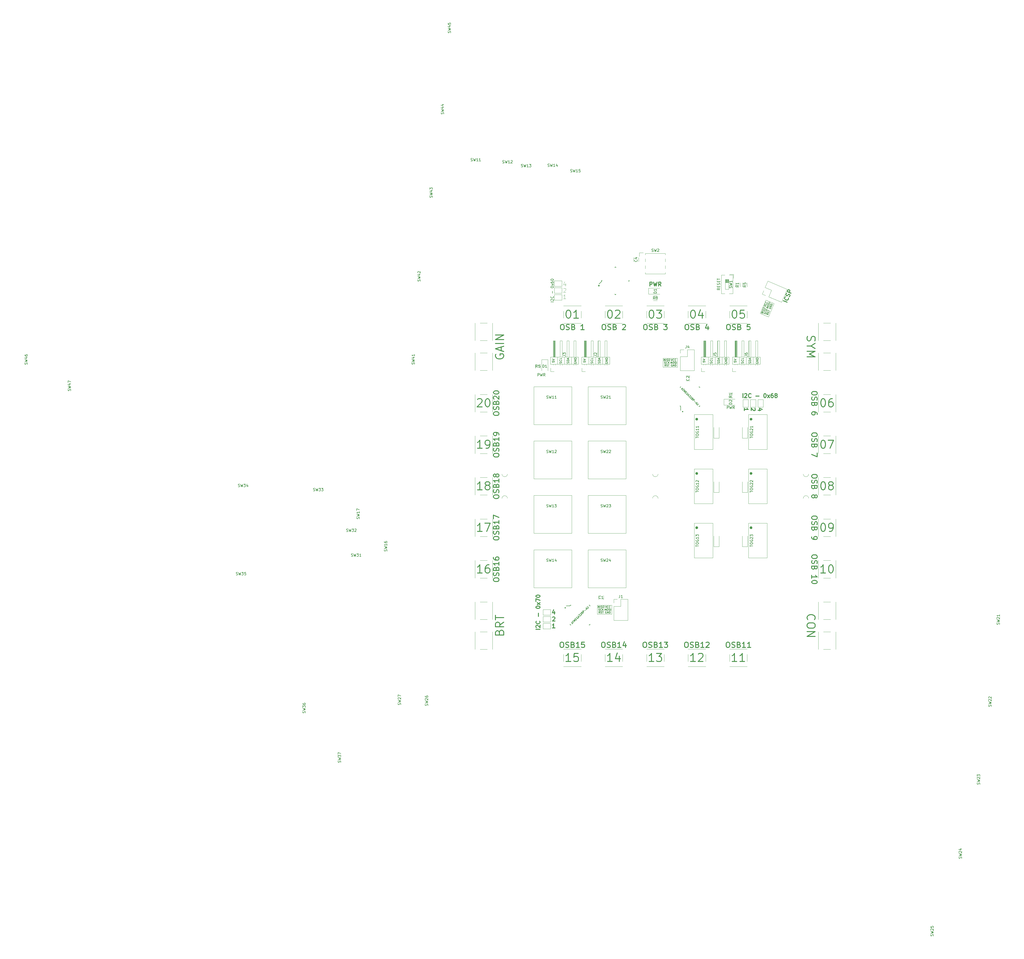
<source format=gbr>
%TF.GenerationSoftware,KiCad,Pcbnew,(5.1.9)-1*%
%TF.CreationDate,2021-07-06T15:30:50+10:00*%
%TF.ProjectId,MFD-panel2,4d46442d-7061-46e6-956c-322e6b696361,rev?*%
%TF.SameCoordinates,Original*%
%TF.FileFunction,Legend,Top*%
%TF.FilePolarity,Positive*%
%FSLAX46Y46*%
G04 Gerber Fmt 4.6, Leading zero omitted, Abs format (unit mm)*
G04 Created by KiCad (PCBNEW (5.1.9)-1) date 2021-07-06 15:30:50*
%MOMM*%
%LPD*%
G01*
G04 APERTURE LIST*
%ADD10C,0.100000*%
%ADD11C,0.150000*%
%ADD12C,0.400000*%
%ADD13C,0.300000*%
%ADD14C,0.120000*%
%ADD15C,0.500000*%
G04 APERTURE END LIST*
D10*
X37499000Y4195428D02*
X37499000Y3195428D01*
X37141857Y4766857D02*
X36784714Y3695428D01*
X37713285Y3695428D01*
X36784714Y2202571D02*
X36856142Y2274000D01*
X36999000Y2345428D01*
X37356142Y2345428D01*
X37499000Y2274000D01*
X37570428Y2202571D01*
X37641857Y2059714D01*
X37641857Y1916857D01*
X37570428Y1702571D01*
X36713285Y845428D01*
X37641857Y845428D01*
X37641857Y-1504571D02*
X36784714Y-1504571D01*
X37213285Y-1504571D02*
X37213285Y-4571D01*
X37070428Y-218857D01*
X36927571Y-361714D01*
X36784714Y-433142D01*
D11*
X33076380Y-2666476D02*
X32076380Y-2666476D01*
X32171619Y-2237904D02*
X32124000Y-2190285D01*
X32076380Y-2095047D01*
X32076380Y-1856952D01*
X32124000Y-1761714D01*
X32171619Y-1714095D01*
X32266857Y-1666476D01*
X32362095Y-1666476D01*
X32504952Y-1714095D01*
X33076380Y-2285523D01*
X33076380Y-1666476D01*
X32981142Y-666476D02*
X33028761Y-714095D01*
X33076380Y-856952D01*
X33076380Y-952190D01*
X33028761Y-1095047D01*
X32933523Y-1190285D01*
X32838285Y-1237904D01*
X32647809Y-1285523D01*
X32504952Y-1285523D01*
X32314476Y-1237904D01*
X32219238Y-1190285D01*
X32124000Y-1095047D01*
X32076380Y-952190D01*
X32076380Y-856952D01*
X32124000Y-714095D01*
X32171619Y-666476D01*
X32695428Y524000D02*
X32695428Y1285904D01*
X32076380Y2714476D02*
X32076380Y2809714D01*
X32124000Y2904952D01*
X32171619Y2952571D01*
X32266857Y3000190D01*
X32457333Y3047809D01*
X32695428Y3047809D01*
X32885904Y3000190D01*
X32981142Y2952571D01*
X33028761Y2904952D01*
X33076380Y2809714D01*
X33076380Y2714476D01*
X33028761Y2619238D01*
X32981142Y2571619D01*
X32885904Y2524000D01*
X32695428Y2476380D01*
X32457333Y2476380D01*
X32266857Y2524000D01*
X32171619Y2571619D01*
X32124000Y2619238D01*
X32076380Y2714476D01*
X33076380Y3381142D02*
X32409714Y3904952D01*
X32409714Y3381142D02*
X33076380Y3904952D01*
X32076380Y4714476D02*
X32076380Y4524000D01*
X32124000Y4428761D01*
X32171619Y4381142D01*
X32314476Y4285904D01*
X32504952Y4238285D01*
X32885904Y4238285D01*
X32981142Y4285904D01*
X33028761Y4333523D01*
X33076380Y4428761D01*
X33076380Y4619238D01*
X33028761Y4714476D01*
X32981142Y4762095D01*
X32885904Y4809714D01*
X32647809Y4809714D01*
X32552571Y4762095D01*
X32504952Y4714476D01*
X32457333Y4619238D01*
X32457333Y4428761D01*
X32504952Y4333523D01*
X32552571Y4285904D01*
X32647809Y4238285D01*
X32076380Y5428761D02*
X32076380Y5524000D01*
X32124000Y5619238D01*
X32171619Y5666857D01*
X32266857Y5714476D01*
X32457333Y5762095D01*
X32695428Y5762095D01*
X32885904Y5714476D01*
X32981142Y5666857D01*
X33028761Y5619238D01*
X33076380Y5524000D01*
X33076380Y5428761D01*
X33028761Y5333523D01*
X32981142Y5285904D01*
X32885904Y5238285D01*
X32695428Y5190666D01*
X32457333Y5190666D01*
X32266857Y5238285D01*
X32171619Y5285904D01*
X32124000Y5333523D01*
X32076380Y5428761D01*
D12*
X49884000Y3302000D02*
G75*
G03*
X49884000Y3302000I-100000J0D01*
G01*
D13*
X68600000Y3131428D02*
X68600000Y4631428D01*
X69171428Y4631428D01*
X69314285Y4560000D01*
X69385714Y4488571D01*
X69457142Y4345714D01*
X69457142Y4131428D01*
X69385714Y3988571D01*
X69314285Y3917142D01*
X69171428Y3845714D01*
X68600000Y3845714D01*
X69957142Y4631428D02*
X70314285Y3131428D01*
X70600000Y4202857D01*
X70885714Y3131428D01*
X71242857Y4631428D01*
X72671428Y3131428D02*
X72171428Y3845714D01*
X71814285Y3131428D02*
X71814285Y4631428D01*
X72385714Y4631428D01*
X72528571Y4560000D01*
X72600000Y4488571D01*
X72671428Y4345714D01*
X72671428Y4131428D01*
X72600000Y3988571D01*
X72528571Y3917142D01*
X72385714Y3845714D01*
X71814285Y3845714D01*
X10969761Y-74647619D02*
X10969761Y-74266666D01*
X11065000Y-74076190D01*
X11255476Y-73885714D01*
X11636428Y-73790476D01*
X12303095Y-73790476D01*
X12684047Y-73885714D01*
X12874523Y-74076190D01*
X12969761Y-74266666D01*
X12969761Y-74647619D01*
X12874523Y-74838095D01*
X12684047Y-75028571D01*
X12303095Y-75123809D01*
X11636428Y-75123809D01*
X11255476Y-75028571D01*
X11065000Y-74838095D01*
X10969761Y-74647619D01*
X12874523Y-73028571D02*
X12969761Y-72742857D01*
X12969761Y-72266666D01*
X12874523Y-72076190D01*
X12779285Y-71980952D01*
X12588809Y-71885714D01*
X12398333Y-71885714D01*
X12207857Y-71980952D01*
X12112619Y-72076190D01*
X12017380Y-72266666D01*
X11922142Y-72647619D01*
X11826904Y-72838095D01*
X11731666Y-72933333D01*
X11541190Y-73028571D01*
X11350714Y-73028571D01*
X11160238Y-72933333D01*
X11065000Y-72838095D01*
X10969761Y-72647619D01*
X10969761Y-72171428D01*
X11065000Y-71885714D01*
X11922142Y-70361904D02*
X12017380Y-70076190D01*
X12112619Y-69980952D01*
X12303095Y-69885714D01*
X12588809Y-69885714D01*
X12779285Y-69980952D01*
X12874523Y-70076190D01*
X12969761Y-70266666D01*
X12969761Y-71028571D01*
X10969761Y-71028571D01*
X10969761Y-70361904D01*
X11065000Y-70171428D01*
X11160238Y-70076190D01*
X11350714Y-69980952D01*
X11541190Y-69980952D01*
X11731666Y-70076190D01*
X11826904Y-70171428D01*
X11922142Y-70361904D01*
X11922142Y-71028571D01*
X12969761Y-67980952D02*
X12969761Y-69123809D01*
X12969761Y-68552380D02*
X10969761Y-68552380D01*
X11255476Y-68742857D01*
X11445952Y-68933333D01*
X11541190Y-69123809D01*
X11826904Y-66838095D02*
X11731666Y-67028571D01*
X11636428Y-67123809D01*
X11445952Y-67219047D01*
X11350714Y-67219047D01*
X11160238Y-67123809D01*
X11065000Y-67028571D01*
X10969761Y-66838095D01*
X10969761Y-66457142D01*
X11065000Y-66266666D01*
X11160238Y-66171428D01*
X11350714Y-66076190D01*
X11445952Y-66076190D01*
X11636428Y-66171428D01*
X11731666Y-66266666D01*
X11826904Y-66457142D01*
X11826904Y-66838095D01*
X11922142Y-67028571D01*
X12017380Y-67123809D01*
X12207857Y-67219047D01*
X12588809Y-67219047D01*
X12779285Y-67123809D01*
X12874523Y-67028571D01*
X12969761Y-66838095D01*
X12969761Y-66457142D01*
X12874523Y-66266666D01*
X12779285Y-66171428D01*
X12588809Y-66076190D01*
X12207857Y-66076190D01*
X12017380Y-66171428D01*
X11922142Y-66266666D01*
X11826904Y-66457142D01*
X10969761Y-59347619D02*
X10969761Y-58966666D01*
X11065000Y-58776190D01*
X11255476Y-58585714D01*
X11636428Y-58490476D01*
X12303095Y-58490476D01*
X12684047Y-58585714D01*
X12874523Y-58776190D01*
X12969761Y-58966666D01*
X12969761Y-59347619D01*
X12874523Y-59538095D01*
X12684047Y-59728571D01*
X12303095Y-59823809D01*
X11636428Y-59823809D01*
X11255476Y-59728571D01*
X11065000Y-59538095D01*
X10969761Y-59347619D01*
X12874523Y-57728571D02*
X12969761Y-57442857D01*
X12969761Y-56966666D01*
X12874523Y-56776190D01*
X12779285Y-56680952D01*
X12588809Y-56585714D01*
X12398333Y-56585714D01*
X12207857Y-56680952D01*
X12112619Y-56776190D01*
X12017380Y-56966666D01*
X11922142Y-57347619D01*
X11826904Y-57538095D01*
X11731666Y-57633333D01*
X11541190Y-57728571D01*
X11350714Y-57728571D01*
X11160238Y-57633333D01*
X11065000Y-57538095D01*
X10969761Y-57347619D01*
X10969761Y-56871428D01*
X11065000Y-56585714D01*
X11922142Y-55061904D02*
X12017380Y-54776190D01*
X12112619Y-54680952D01*
X12303095Y-54585714D01*
X12588809Y-54585714D01*
X12779285Y-54680952D01*
X12874523Y-54776190D01*
X12969761Y-54966666D01*
X12969761Y-55728571D01*
X10969761Y-55728571D01*
X10969761Y-55061904D01*
X11065000Y-54871428D01*
X11160238Y-54776190D01*
X11350714Y-54680952D01*
X11541190Y-54680952D01*
X11731666Y-54776190D01*
X11826904Y-54871428D01*
X11922142Y-55061904D01*
X11922142Y-55728571D01*
X12969761Y-52680952D02*
X12969761Y-53823809D01*
X12969761Y-53252380D02*
X10969761Y-53252380D01*
X11255476Y-53442857D01*
X11445952Y-53633333D01*
X11541190Y-53823809D01*
X12969761Y-51728571D02*
X12969761Y-51347619D01*
X12874523Y-51157142D01*
X12779285Y-51061904D01*
X12493571Y-50871428D01*
X12112619Y-50776190D01*
X11350714Y-50776190D01*
X11160238Y-50871428D01*
X11065000Y-50966666D01*
X10969761Y-51157142D01*
X10969761Y-51538095D01*
X11065000Y-51728571D01*
X11160238Y-51823809D01*
X11350714Y-51919047D01*
X11826904Y-51919047D01*
X12017380Y-51823809D01*
X12112619Y-51728571D01*
X12207857Y-51538095D01*
X12207857Y-51157142D01*
X12112619Y-50966666D01*
X12017380Y-50871428D01*
X11826904Y-50776190D01*
X10969761Y-105247619D02*
X10969761Y-104866666D01*
X11065000Y-104676190D01*
X11255476Y-104485714D01*
X11636428Y-104390476D01*
X12303095Y-104390476D01*
X12684047Y-104485714D01*
X12874523Y-104676190D01*
X12969761Y-104866666D01*
X12969761Y-105247619D01*
X12874523Y-105438095D01*
X12684047Y-105628571D01*
X12303095Y-105723809D01*
X11636428Y-105723809D01*
X11255476Y-105628571D01*
X11065000Y-105438095D01*
X10969761Y-105247619D01*
X12874523Y-103628571D02*
X12969761Y-103342857D01*
X12969761Y-102866666D01*
X12874523Y-102676190D01*
X12779285Y-102580952D01*
X12588809Y-102485714D01*
X12398333Y-102485714D01*
X12207857Y-102580952D01*
X12112619Y-102676190D01*
X12017380Y-102866666D01*
X11922142Y-103247619D01*
X11826904Y-103438095D01*
X11731666Y-103533333D01*
X11541190Y-103628571D01*
X11350714Y-103628571D01*
X11160238Y-103533333D01*
X11065000Y-103438095D01*
X10969761Y-103247619D01*
X10969761Y-102771428D01*
X11065000Y-102485714D01*
X11922142Y-100961904D02*
X12017380Y-100676190D01*
X12112619Y-100580952D01*
X12303095Y-100485714D01*
X12588809Y-100485714D01*
X12779285Y-100580952D01*
X12874523Y-100676190D01*
X12969761Y-100866666D01*
X12969761Y-101628571D01*
X10969761Y-101628571D01*
X10969761Y-100961904D01*
X11065000Y-100771428D01*
X11160238Y-100676190D01*
X11350714Y-100580952D01*
X11541190Y-100580952D01*
X11731666Y-100676190D01*
X11826904Y-100771428D01*
X11922142Y-100961904D01*
X11922142Y-101628571D01*
X12969761Y-98580952D02*
X12969761Y-99723809D01*
X12969761Y-99152380D02*
X10969761Y-99152380D01*
X11255476Y-99342857D01*
X11445952Y-99533333D01*
X11541190Y-99723809D01*
X10969761Y-96866666D02*
X10969761Y-97247619D01*
X11065000Y-97438095D01*
X11160238Y-97533333D01*
X11445952Y-97723809D01*
X11826904Y-97819047D01*
X12588809Y-97819047D01*
X12779285Y-97723809D01*
X12874523Y-97628571D01*
X12969761Y-97438095D01*
X12969761Y-97057142D01*
X12874523Y-96866666D01*
X12779285Y-96771428D01*
X12588809Y-96676190D01*
X12112619Y-96676190D01*
X11922142Y-96771428D01*
X11826904Y-96866666D01*
X11731666Y-97057142D01*
X11731666Y-97438095D01*
X11826904Y-97628571D01*
X11922142Y-97723809D01*
X12112619Y-97819047D01*
X10969761Y-44047619D02*
X10969761Y-43666666D01*
X11065000Y-43476190D01*
X11255476Y-43285714D01*
X11636428Y-43190476D01*
X12303095Y-43190476D01*
X12684047Y-43285714D01*
X12874523Y-43476190D01*
X12969761Y-43666666D01*
X12969761Y-44047619D01*
X12874523Y-44238095D01*
X12684047Y-44428571D01*
X12303095Y-44523809D01*
X11636428Y-44523809D01*
X11255476Y-44428571D01*
X11065000Y-44238095D01*
X10969761Y-44047619D01*
X12874523Y-42428571D02*
X12969761Y-42142857D01*
X12969761Y-41666666D01*
X12874523Y-41476190D01*
X12779285Y-41380952D01*
X12588809Y-41285714D01*
X12398333Y-41285714D01*
X12207857Y-41380952D01*
X12112619Y-41476190D01*
X12017380Y-41666666D01*
X11922142Y-42047619D01*
X11826904Y-42238095D01*
X11731666Y-42333333D01*
X11541190Y-42428571D01*
X11350714Y-42428571D01*
X11160238Y-42333333D01*
X11065000Y-42238095D01*
X10969761Y-42047619D01*
X10969761Y-41571428D01*
X11065000Y-41285714D01*
X11922142Y-39761904D02*
X12017380Y-39476190D01*
X12112619Y-39380952D01*
X12303095Y-39285714D01*
X12588809Y-39285714D01*
X12779285Y-39380952D01*
X12874523Y-39476190D01*
X12969761Y-39666666D01*
X12969761Y-40428571D01*
X10969761Y-40428571D01*
X10969761Y-39761904D01*
X11065000Y-39571428D01*
X11160238Y-39476190D01*
X11350714Y-39380952D01*
X11541190Y-39380952D01*
X11731666Y-39476190D01*
X11826904Y-39571428D01*
X11922142Y-39761904D01*
X11922142Y-40428571D01*
X11160238Y-38523809D02*
X11065000Y-38428571D01*
X10969761Y-38238095D01*
X10969761Y-37761904D01*
X11065000Y-37571428D01*
X11160238Y-37476190D01*
X11350714Y-37380952D01*
X11541190Y-37380952D01*
X11826904Y-37476190D01*
X12969761Y-38619047D01*
X12969761Y-37380952D01*
X10969761Y-36142857D02*
X10969761Y-35952380D01*
X11065000Y-35761904D01*
X11160238Y-35666666D01*
X11350714Y-35571428D01*
X11731666Y-35476190D01*
X12207857Y-35476190D01*
X12588809Y-35571428D01*
X12779285Y-35666666D01*
X12874523Y-35761904D01*
X12969761Y-35952380D01*
X12969761Y-36142857D01*
X12874523Y-36333333D01*
X12779285Y-36428571D01*
X12588809Y-36523809D01*
X12207857Y-36619047D01*
X11731666Y-36619047D01*
X11350714Y-36523809D01*
X11160238Y-36428571D01*
X11065000Y-36333333D01*
X10969761Y-36142857D01*
X10969761Y-89947619D02*
X10969761Y-89566666D01*
X11065000Y-89376190D01*
X11255476Y-89185714D01*
X11636428Y-89090476D01*
X12303095Y-89090476D01*
X12684047Y-89185714D01*
X12874523Y-89376190D01*
X12969761Y-89566666D01*
X12969761Y-89947619D01*
X12874523Y-90138095D01*
X12684047Y-90328571D01*
X12303095Y-90423809D01*
X11636428Y-90423809D01*
X11255476Y-90328571D01*
X11065000Y-90138095D01*
X10969761Y-89947619D01*
X12874523Y-88328571D02*
X12969761Y-88042857D01*
X12969761Y-87566666D01*
X12874523Y-87376190D01*
X12779285Y-87280952D01*
X12588809Y-87185714D01*
X12398333Y-87185714D01*
X12207857Y-87280952D01*
X12112619Y-87376190D01*
X12017380Y-87566666D01*
X11922142Y-87947619D01*
X11826904Y-88138095D01*
X11731666Y-88233333D01*
X11541190Y-88328571D01*
X11350714Y-88328571D01*
X11160238Y-88233333D01*
X11065000Y-88138095D01*
X10969761Y-87947619D01*
X10969761Y-87471428D01*
X11065000Y-87185714D01*
X11922142Y-85661904D02*
X12017380Y-85376190D01*
X12112619Y-85280952D01*
X12303095Y-85185714D01*
X12588809Y-85185714D01*
X12779285Y-85280952D01*
X12874523Y-85376190D01*
X12969761Y-85566666D01*
X12969761Y-86328571D01*
X10969761Y-86328571D01*
X10969761Y-85661904D01*
X11065000Y-85471428D01*
X11160238Y-85376190D01*
X11350714Y-85280952D01*
X11541190Y-85280952D01*
X11731666Y-85376190D01*
X11826904Y-85471428D01*
X11922142Y-85661904D01*
X11922142Y-86328571D01*
X12969761Y-83280952D02*
X12969761Y-84423809D01*
X12969761Y-83852380D02*
X10969761Y-83852380D01*
X11255476Y-84042857D01*
X11445952Y-84233333D01*
X11541190Y-84423809D01*
X10969761Y-82614285D02*
X10969761Y-81280952D01*
X12969761Y-82138095D01*
X130230238Y-66742857D02*
X130230238Y-67123809D01*
X130135000Y-67314285D01*
X129944523Y-67504761D01*
X129563571Y-67600000D01*
X128896904Y-67600000D01*
X128515952Y-67504761D01*
X128325476Y-67314285D01*
X128230238Y-67123809D01*
X128230238Y-66742857D01*
X128325476Y-66552380D01*
X128515952Y-66361904D01*
X128896904Y-66266666D01*
X129563571Y-66266666D01*
X129944523Y-66361904D01*
X130135000Y-66552380D01*
X130230238Y-66742857D01*
X128325476Y-68361904D02*
X128230238Y-68647619D01*
X128230238Y-69123809D01*
X128325476Y-69314285D01*
X128420714Y-69409523D01*
X128611190Y-69504761D01*
X128801666Y-69504761D01*
X128992142Y-69409523D01*
X129087380Y-69314285D01*
X129182619Y-69123809D01*
X129277857Y-68742857D01*
X129373095Y-68552380D01*
X129468333Y-68457142D01*
X129658809Y-68361904D01*
X129849285Y-68361904D01*
X130039761Y-68457142D01*
X130135000Y-68552380D01*
X130230238Y-68742857D01*
X130230238Y-69219047D01*
X130135000Y-69504761D01*
X129277857Y-71028571D02*
X129182619Y-71314285D01*
X129087380Y-71409523D01*
X128896904Y-71504761D01*
X128611190Y-71504761D01*
X128420714Y-71409523D01*
X128325476Y-71314285D01*
X128230238Y-71123809D01*
X128230238Y-70361904D01*
X130230238Y-70361904D01*
X130230238Y-71028571D01*
X130135000Y-71219047D01*
X130039761Y-71314285D01*
X129849285Y-71409523D01*
X129658809Y-71409523D01*
X129468333Y-71314285D01*
X129373095Y-71219047D01*
X129277857Y-71028571D01*
X129277857Y-70361904D01*
X129373095Y-74171428D02*
X129468333Y-73980952D01*
X129563571Y-73885714D01*
X129754047Y-73790476D01*
X129849285Y-73790476D01*
X130039761Y-73885714D01*
X130135000Y-73980952D01*
X130230238Y-74171428D01*
X130230238Y-74552380D01*
X130135000Y-74742857D01*
X130039761Y-74838095D01*
X129849285Y-74933333D01*
X129754047Y-74933333D01*
X129563571Y-74838095D01*
X129468333Y-74742857D01*
X129373095Y-74552380D01*
X129373095Y-74171428D01*
X129277857Y-73980952D01*
X129182619Y-73885714D01*
X128992142Y-73790476D01*
X128611190Y-73790476D01*
X128420714Y-73885714D01*
X128325476Y-73980952D01*
X128230238Y-74171428D01*
X128230238Y-74552380D01*
X128325476Y-74742857D01*
X128420714Y-74838095D01*
X128611190Y-74933333D01*
X128992142Y-74933333D01*
X129182619Y-74838095D01*
X129277857Y-74742857D01*
X129373095Y-74552380D01*
X130230238Y-82042857D02*
X130230238Y-82423809D01*
X130135000Y-82614285D01*
X129944523Y-82804761D01*
X129563571Y-82900000D01*
X128896904Y-82900000D01*
X128515952Y-82804761D01*
X128325476Y-82614285D01*
X128230238Y-82423809D01*
X128230238Y-82042857D01*
X128325476Y-81852380D01*
X128515952Y-81661904D01*
X128896904Y-81566666D01*
X129563571Y-81566666D01*
X129944523Y-81661904D01*
X130135000Y-81852380D01*
X130230238Y-82042857D01*
X128325476Y-83661904D02*
X128230238Y-83947619D01*
X128230238Y-84423809D01*
X128325476Y-84614285D01*
X128420714Y-84709523D01*
X128611190Y-84804761D01*
X128801666Y-84804761D01*
X128992142Y-84709523D01*
X129087380Y-84614285D01*
X129182619Y-84423809D01*
X129277857Y-84042857D01*
X129373095Y-83852380D01*
X129468333Y-83757142D01*
X129658809Y-83661904D01*
X129849285Y-83661904D01*
X130039761Y-83757142D01*
X130135000Y-83852380D01*
X130230238Y-84042857D01*
X130230238Y-84519047D01*
X130135000Y-84804761D01*
X129277857Y-86328571D02*
X129182619Y-86614285D01*
X129087380Y-86709523D01*
X128896904Y-86804761D01*
X128611190Y-86804761D01*
X128420714Y-86709523D01*
X128325476Y-86614285D01*
X128230238Y-86423809D01*
X128230238Y-85661904D01*
X130230238Y-85661904D01*
X130230238Y-86328571D01*
X130135000Y-86519047D01*
X130039761Y-86614285D01*
X129849285Y-86709523D01*
X129658809Y-86709523D01*
X129468333Y-86614285D01*
X129373095Y-86519047D01*
X129277857Y-86328571D01*
X129277857Y-85661904D01*
X128230238Y-89280952D02*
X128230238Y-89661904D01*
X128325476Y-89852380D01*
X128420714Y-89947619D01*
X128706428Y-90138095D01*
X129087380Y-90233333D01*
X129849285Y-90233333D01*
X130039761Y-90138095D01*
X130135000Y-90042857D01*
X130230238Y-89852380D01*
X130230238Y-89471428D01*
X130135000Y-89280952D01*
X130039761Y-89185714D01*
X129849285Y-89090476D01*
X129373095Y-89090476D01*
X129182619Y-89185714D01*
X129087380Y-89280952D01*
X128992142Y-89471428D01*
X128992142Y-89852380D01*
X129087380Y-90042857D01*
X129182619Y-90138095D01*
X129373095Y-90233333D01*
X130230238Y-36142857D02*
X130230238Y-36523809D01*
X130135000Y-36714285D01*
X129944523Y-36904761D01*
X129563571Y-37000000D01*
X128896904Y-37000000D01*
X128515952Y-36904761D01*
X128325476Y-36714285D01*
X128230238Y-36523809D01*
X128230238Y-36142857D01*
X128325476Y-35952380D01*
X128515952Y-35761904D01*
X128896904Y-35666666D01*
X129563571Y-35666666D01*
X129944523Y-35761904D01*
X130135000Y-35952380D01*
X130230238Y-36142857D01*
X128325476Y-37761904D02*
X128230238Y-38047619D01*
X128230238Y-38523809D01*
X128325476Y-38714285D01*
X128420714Y-38809523D01*
X128611190Y-38904761D01*
X128801666Y-38904761D01*
X128992142Y-38809523D01*
X129087380Y-38714285D01*
X129182619Y-38523809D01*
X129277857Y-38142857D01*
X129373095Y-37952380D01*
X129468333Y-37857142D01*
X129658809Y-37761904D01*
X129849285Y-37761904D01*
X130039761Y-37857142D01*
X130135000Y-37952380D01*
X130230238Y-38142857D01*
X130230238Y-38619047D01*
X130135000Y-38904761D01*
X129277857Y-40428571D02*
X129182619Y-40714285D01*
X129087380Y-40809523D01*
X128896904Y-40904761D01*
X128611190Y-40904761D01*
X128420714Y-40809523D01*
X128325476Y-40714285D01*
X128230238Y-40523809D01*
X128230238Y-39761904D01*
X130230238Y-39761904D01*
X130230238Y-40428571D01*
X130135000Y-40619047D01*
X130039761Y-40714285D01*
X129849285Y-40809523D01*
X129658809Y-40809523D01*
X129468333Y-40714285D01*
X129373095Y-40619047D01*
X129277857Y-40428571D01*
X129277857Y-39761904D01*
X130230238Y-44142857D02*
X130230238Y-43761904D01*
X130135000Y-43571428D01*
X130039761Y-43476190D01*
X129754047Y-43285714D01*
X129373095Y-43190476D01*
X128611190Y-43190476D01*
X128420714Y-43285714D01*
X128325476Y-43380952D01*
X128230238Y-43571428D01*
X128230238Y-43952380D01*
X128325476Y-44142857D01*
X128420714Y-44238095D01*
X128611190Y-44333333D01*
X129087380Y-44333333D01*
X129277857Y-44238095D01*
X129373095Y-44142857D01*
X129468333Y-43952380D01*
X129468333Y-43571428D01*
X129373095Y-43380952D01*
X129277857Y-43285714D01*
X129087380Y-43190476D01*
X130230238Y-96390476D02*
X130230238Y-96771428D01*
X130135000Y-96961904D01*
X129944523Y-97152380D01*
X129563571Y-97247619D01*
X128896904Y-97247619D01*
X128515952Y-97152380D01*
X128325476Y-96961904D01*
X128230238Y-96771428D01*
X128230238Y-96390476D01*
X128325476Y-96200000D01*
X128515952Y-96009523D01*
X128896904Y-95914285D01*
X129563571Y-95914285D01*
X129944523Y-96009523D01*
X130135000Y-96200000D01*
X130230238Y-96390476D01*
X128325476Y-98009523D02*
X128230238Y-98295238D01*
X128230238Y-98771428D01*
X128325476Y-98961904D01*
X128420714Y-99057142D01*
X128611190Y-99152380D01*
X128801666Y-99152380D01*
X128992142Y-99057142D01*
X129087380Y-98961904D01*
X129182619Y-98771428D01*
X129277857Y-98390476D01*
X129373095Y-98200000D01*
X129468333Y-98104761D01*
X129658809Y-98009523D01*
X129849285Y-98009523D01*
X130039761Y-98104761D01*
X130135000Y-98200000D01*
X130230238Y-98390476D01*
X130230238Y-98866666D01*
X130135000Y-99152380D01*
X129277857Y-100676190D02*
X129182619Y-100961904D01*
X129087380Y-101057142D01*
X128896904Y-101152380D01*
X128611190Y-101152380D01*
X128420714Y-101057142D01*
X128325476Y-100961904D01*
X128230238Y-100771428D01*
X128230238Y-100009523D01*
X130230238Y-100009523D01*
X130230238Y-100676190D01*
X130135000Y-100866666D01*
X130039761Y-100961904D01*
X129849285Y-101057142D01*
X129658809Y-101057142D01*
X129468333Y-100961904D01*
X129373095Y-100866666D01*
X129277857Y-100676190D01*
X129277857Y-100009523D01*
X128230238Y-104580952D02*
X128230238Y-103438095D01*
X128230238Y-104009523D02*
X130230238Y-104009523D01*
X129944523Y-103819047D01*
X129754047Y-103628571D01*
X129658809Y-103438095D01*
X130230238Y-105819047D02*
X130230238Y-106009523D01*
X130135000Y-106200000D01*
X130039761Y-106295238D01*
X129849285Y-106390476D01*
X129468333Y-106485714D01*
X128992142Y-106485714D01*
X128611190Y-106390476D01*
X128420714Y-106295238D01*
X128325476Y-106200000D01*
X128230238Y-106009523D01*
X128230238Y-105819047D01*
X128325476Y-105628571D01*
X128420714Y-105533333D01*
X128611190Y-105438095D01*
X128992142Y-105342857D01*
X129468333Y-105342857D01*
X129849285Y-105438095D01*
X130039761Y-105533333D01*
X130135000Y-105628571D01*
X130230238Y-105819047D01*
X130230238Y-51442857D02*
X130230238Y-51823809D01*
X130135000Y-52014285D01*
X129944523Y-52204761D01*
X129563571Y-52300000D01*
X128896904Y-52300000D01*
X128515952Y-52204761D01*
X128325476Y-52014285D01*
X128230238Y-51823809D01*
X128230238Y-51442857D01*
X128325476Y-51252380D01*
X128515952Y-51061904D01*
X128896904Y-50966666D01*
X129563571Y-50966666D01*
X129944523Y-51061904D01*
X130135000Y-51252380D01*
X130230238Y-51442857D01*
X128325476Y-53061904D02*
X128230238Y-53347619D01*
X128230238Y-53823809D01*
X128325476Y-54014285D01*
X128420714Y-54109523D01*
X128611190Y-54204761D01*
X128801666Y-54204761D01*
X128992142Y-54109523D01*
X129087380Y-54014285D01*
X129182619Y-53823809D01*
X129277857Y-53442857D01*
X129373095Y-53252380D01*
X129468333Y-53157142D01*
X129658809Y-53061904D01*
X129849285Y-53061904D01*
X130039761Y-53157142D01*
X130135000Y-53252380D01*
X130230238Y-53442857D01*
X130230238Y-53919047D01*
X130135000Y-54204761D01*
X129277857Y-55728571D02*
X129182619Y-56014285D01*
X129087380Y-56109523D01*
X128896904Y-56204761D01*
X128611190Y-56204761D01*
X128420714Y-56109523D01*
X128325476Y-56014285D01*
X128230238Y-55823809D01*
X128230238Y-55061904D01*
X130230238Y-55061904D01*
X130230238Y-55728571D01*
X130135000Y-55919047D01*
X130039761Y-56014285D01*
X129849285Y-56109523D01*
X129658809Y-56109523D01*
X129468333Y-56014285D01*
X129373095Y-55919047D01*
X129277857Y-55728571D01*
X129277857Y-55061904D01*
X130230238Y-58395238D02*
X130230238Y-59728571D01*
X128230238Y-58871428D01*
X66552380Y-128039761D02*
X66933333Y-128039761D01*
X67123809Y-128135000D01*
X67314285Y-128325476D01*
X67409523Y-128706428D01*
X67409523Y-129373095D01*
X67314285Y-129754047D01*
X67123809Y-129944523D01*
X66933333Y-130039761D01*
X66552380Y-130039761D01*
X66361904Y-129944523D01*
X66171428Y-129754047D01*
X66076190Y-129373095D01*
X66076190Y-128706428D01*
X66171428Y-128325476D01*
X66361904Y-128135000D01*
X66552380Y-128039761D01*
X68171428Y-129944523D02*
X68457142Y-130039761D01*
X68933333Y-130039761D01*
X69123809Y-129944523D01*
X69219047Y-129849285D01*
X69314285Y-129658809D01*
X69314285Y-129468333D01*
X69219047Y-129277857D01*
X69123809Y-129182619D01*
X68933333Y-129087380D01*
X68552380Y-128992142D01*
X68361904Y-128896904D01*
X68266666Y-128801666D01*
X68171428Y-128611190D01*
X68171428Y-128420714D01*
X68266666Y-128230238D01*
X68361904Y-128135000D01*
X68552380Y-128039761D01*
X69028571Y-128039761D01*
X69314285Y-128135000D01*
X70838095Y-128992142D02*
X71123809Y-129087380D01*
X71219047Y-129182619D01*
X71314285Y-129373095D01*
X71314285Y-129658809D01*
X71219047Y-129849285D01*
X71123809Y-129944523D01*
X70933333Y-130039761D01*
X70171428Y-130039761D01*
X70171428Y-128039761D01*
X70838095Y-128039761D01*
X71028571Y-128135000D01*
X71123809Y-128230238D01*
X71219047Y-128420714D01*
X71219047Y-128611190D01*
X71123809Y-128801666D01*
X71028571Y-128896904D01*
X70838095Y-128992142D01*
X70171428Y-128992142D01*
X73219047Y-130039761D02*
X72076190Y-130039761D01*
X72647619Y-130039761D02*
X72647619Y-128039761D01*
X72457142Y-128325476D01*
X72266666Y-128515952D01*
X72076190Y-128611190D01*
X73885714Y-128039761D02*
X75123809Y-128039761D01*
X74457142Y-128801666D01*
X74742857Y-128801666D01*
X74933333Y-128896904D01*
X75028571Y-128992142D01*
X75123809Y-129182619D01*
X75123809Y-129658809D01*
X75028571Y-129849285D01*
X74933333Y-129944523D01*
X74742857Y-130039761D01*
X74171428Y-130039761D01*
X73980952Y-129944523D01*
X73885714Y-129849285D01*
X51252380Y-128039761D02*
X51633333Y-128039761D01*
X51823809Y-128135000D01*
X52014285Y-128325476D01*
X52109523Y-128706428D01*
X52109523Y-129373095D01*
X52014285Y-129754047D01*
X51823809Y-129944523D01*
X51633333Y-130039761D01*
X51252380Y-130039761D01*
X51061904Y-129944523D01*
X50871428Y-129754047D01*
X50776190Y-129373095D01*
X50776190Y-128706428D01*
X50871428Y-128325476D01*
X51061904Y-128135000D01*
X51252380Y-128039761D01*
X52871428Y-129944523D02*
X53157142Y-130039761D01*
X53633333Y-130039761D01*
X53823809Y-129944523D01*
X53919047Y-129849285D01*
X54014285Y-129658809D01*
X54014285Y-129468333D01*
X53919047Y-129277857D01*
X53823809Y-129182619D01*
X53633333Y-129087380D01*
X53252380Y-128992142D01*
X53061904Y-128896904D01*
X52966666Y-128801666D01*
X52871428Y-128611190D01*
X52871428Y-128420714D01*
X52966666Y-128230238D01*
X53061904Y-128135000D01*
X53252380Y-128039761D01*
X53728571Y-128039761D01*
X54014285Y-128135000D01*
X55538095Y-128992142D02*
X55823809Y-129087380D01*
X55919047Y-129182619D01*
X56014285Y-129373095D01*
X56014285Y-129658809D01*
X55919047Y-129849285D01*
X55823809Y-129944523D01*
X55633333Y-130039761D01*
X54871428Y-130039761D01*
X54871428Y-128039761D01*
X55538095Y-128039761D01*
X55728571Y-128135000D01*
X55823809Y-128230238D01*
X55919047Y-128420714D01*
X55919047Y-128611190D01*
X55823809Y-128801666D01*
X55728571Y-128896904D01*
X55538095Y-128992142D01*
X54871428Y-128992142D01*
X57919047Y-130039761D02*
X56776190Y-130039761D01*
X57347619Y-130039761D02*
X57347619Y-128039761D01*
X57157142Y-128325476D01*
X56966666Y-128515952D01*
X56776190Y-128611190D01*
X59633333Y-128706428D02*
X59633333Y-130039761D01*
X59157142Y-127944523D02*
X58680952Y-129373095D01*
X59919047Y-129373095D01*
X97152380Y-128039761D02*
X97533333Y-128039761D01*
X97723809Y-128135000D01*
X97914285Y-128325476D01*
X98009523Y-128706428D01*
X98009523Y-129373095D01*
X97914285Y-129754047D01*
X97723809Y-129944523D01*
X97533333Y-130039761D01*
X97152380Y-130039761D01*
X96961904Y-129944523D01*
X96771428Y-129754047D01*
X96676190Y-129373095D01*
X96676190Y-128706428D01*
X96771428Y-128325476D01*
X96961904Y-128135000D01*
X97152380Y-128039761D01*
X98771428Y-129944523D02*
X99057142Y-130039761D01*
X99533333Y-130039761D01*
X99723809Y-129944523D01*
X99819047Y-129849285D01*
X99914285Y-129658809D01*
X99914285Y-129468333D01*
X99819047Y-129277857D01*
X99723809Y-129182619D01*
X99533333Y-129087380D01*
X99152380Y-128992142D01*
X98961904Y-128896904D01*
X98866666Y-128801666D01*
X98771428Y-128611190D01*
X98771428Y-128420714D01*
X98866666Y-128230238D01*
X98961904Y-128135000D01*
X99152380Y-128039761D01*
X99628571Y-128039761D01*
X99914285Y-128135000D01*
X101438095Y-128992142D02*
X101723809Y-129087380D01*
X101819047Y-129182619D01*
X101914285Y-129373095D01*
X101914285Y-129658809D01*
X101819047Y-129849285D01*
X101723809Y-129944523D01*
X101533333Y-130039761D01*
X100771428Y-130039761D01*
X100771428Y-128039761D01*
X101438095Y-128039761D01*
X101628571Y-128135000D01*
X101723809Y-128230238D01*
X101819047Y-128420714D01*
X101819047Y-128611190D01*
X101723809Y-128801666D01*
X101628571Y-128896904D01*
X101438095Y-128992142D01*
X100771428Y-128992142D01*
X103819047Y-130039761D02*
X102676190Y-130039761D01*
X103247619Y-130039761D02*
X103247619Y-128039761D01*
X103057142Y-128325476D01*
X102866666Y-128515952D01*
X102676190Y-128611190D01*
X105723809Y-130039761D02*
X104580952Y-130039761D01*
X105152380Y-130039761D02*
X105152380Y-128039761D01*
X104961904Y-128325476D01*
X104771428Y-128515952D01*
X104580952Y-128611190D01*
X35952380Y-128039761D02*
X36333333Y-128039761D01*
X36523809Y-128135000D01*
X36714285Y-128325476D01*
X36809523Y-128706428D01*
X36809523Y-129373095D01*
X36714285Y-129754047D01*
X36523809Y-129944523D01*
X36333333Y-130039761D01*
X35952380Y-130039761D01*
X35761904Y-129944523D01*
X35571428Y-129754047D01*
X35476190Y-129373095D01*
X35476190Y-128706428D01*
X35571428Y-128325476D01*
X35761904Y-128135000D01*
X35952380Y-128039761D01*
X37571428Y-129944523D02*
X37857142Y-130039761D01*
X38333333Y-130039761D01*
X38523809Y-129944523D01*
X38619047Y-129849285D01*
X38714285Y-129658809D01*
X38714285Y-129468333D01*
X38619047Y-129277857D01*
X38523809Y-129182619D01*
X38333333Y-129087380D01*
X37952380Y-128992142D01*
X37761904Y-128896904D01*
X37666666Y-128801666D01*
X37571428Y-128611190D01*
X37571428Y-128420714D01*
X37666666Y-128230238D01*
X37761904Y-128135000D01*
X37952380Y-128039761D01*
X38428571Y-128039761D01*
X38714285Y-128135000D01*
X40238095Y-128992142D02*
X40523809Y-129087380D01*
X40619047Y-129182619D01*
X40714285Y-129373095D01*
X40714285Y-129658809D01*
X40619047Y-129849285D01*
X40523809Y-129944523D01*
X40333333Y-130039761D01*
X39571428Y-130039761D01*
X39571428Y-128039761D01*
X40238095Y-128039761D01*
X40428571Y-128135000D01*
X40523809Y-128230238D01*
X40619047Y-128420714D01*
X40619047Y-128611190D01*
X40523809Y-128801666D01*
X40428571Y-128896904D01*
X40238095Y-128992142D01*
X39571428Y-128992142D01*
X42619047Y-130039761D02*
X41476190Y-130039761D01*
X42047619Y-130039761D02*
X42047619Y-128039761D01*
X41857142Y-128325476D01*
X41666666Y-128515952D01*
X41476190Y-128611190D01*
X44428571Y-128039761D02*
X43476190Y-128039761D01*
X43380952Y-128992142D01*
X43476190Y-128896904D01*
X43666666Y-128801666D01*
X44142857Y-128801666D01*
X44333333Y-128896904D01*
X44428571Y-128992142D01*
X44523809Y-129182619D01*
X44523809Y-129658809D01*
X44428571Y-129849285D01*
X44333333Y-129944523D01*
X44142857Y-130039761D01*
X43666666Y-130039761D01*
X43476190Y-129944523D01*
X43380952Y-129849285D01*
X81852380Y-128039761D02*
X82233333Y-128039761D01*
X82423809Y-128135000D01*
X82614285Y-128325476D01*
X82709523Y-128706428D01*
X82709523Y-129373095D01*
X82614285Y-129754047D01*
X82423809Y-129944523D01*
X82233333Y-130039761D01*
X81852380Y-130039761D01*
X81661904Y-129944523D01*
X81471428Y-129754047D01*
X81376190Y-129373095D01*
X81376190Y-128706428D01*
X81471428Y-128325476D01*
X81661904Y-128135000D01*
X81852380Y-128039761D01*
X83471428Y-129944523D02*
X83757142Y-130039761D01*
X84233333Y-130039761D01*
X84423809Y-129944523D01*
X84519047Y-129849285D01*
X84614285Y-129658809D01*
X84614285Y-129468333D01*
X84519047Y-129277857D01*
X84423809Y-129182619D01*
X84233333Y-129087380D01*
X83852380Y-128992142D01*
X83661904Y-128896904D01*
X83566666Y-128801666D01*
X83471428Y-128611190D01*
X83471428Y-128420714D01*
X83566666Y-128230238D01*
X83661904Y-128135000D01*
X83852380Y-128039761D01*
X84328571Y-128039761D01*
X84614285Y-128135000D01*
X86138095Y-128992142D02*
X86423809Y-129087380D01*
X86519047Y-129182619D01*
X86614285Y-129373095D01*
X86614285Y-129658809D01*
X86519047Y-129849285D01*
X86423809Y-129944523D01*
X86233333Y-130039761D01*
X85471428Y-130039761D01*
X85471428Y-128039761D01*
X86138095Y-128039761D01*
X86328571Y-128135000D01*
X86423809Y-128230238D01*
X86519047Y-128420714D01*
X86519047Y-128611190D01*
X86423809Y-128801666D01*
X86328571Y-128896904D01*
X86138095Y-128992142D01*
X85471428Y-128992142D01*
X88519047Y-130039761D02*
X87376190Y-130039761D01*
X87947619Y-130039761D02*
X87947619Y-128039761D01*
X87757142Y-128325476D01*
X87566666Y-128515952D01*
X87376190Y-128611190D01*
X89280952Y-128230238D02*
X89376190Y-128135000D01*
X89566666Y-128039761D01*
X90042857Y-128039761D01*
X90233333Y-128135000D01*
X90328571Y-128230238D01*
X90423809Y-128420714D01*
X90423809Y-128611190D01*
X90328571Y-128896904D01*
X89185714Y-130039761D01*
X90423809Y-130039761D01*
X97342857Y-10969761D02*
X97723809Y-10969761D01*
X97914285Y-11065000D01*
X98104761Y-11255476D01*
X98200000Y-11636428D01*
X98200000Y-12303095D01*
X98104761Y-12684047D01*
X97914285Y-12874523D01*
X97723809Y-12969761D01*
X97342857Y-12969761D01*
X97152380Y-12874523D01*
X96961904Y-12684047D01*
X96866666Y-12303095D01*
X96866666Y-11636428D01*
X96961904Y-11255476D01*
X97152380Y-11065000D01*
X97342857Y-10969761D01*
X98961904Y-12874523D02*
X99247619Y-12969761D01*
X99723809Y-12969761D01*
X99914285Y-12874523D01*
X100009523Y-12779285D01*
X100104761Y-12588809D01*
X100104761Y-12398333D01*
X100009523Y-12207857D01*
X99914285Y-12112619D01*
X99723809Y-12017380D01*
X99342857Y-11922142D01*
X99152380Y-11826904D01*
X99057142Y-11731666D01*
X98961904Y-11541190D01*
X98961904Y-11350714D01*
X99057142Y-11160238D01*
X99152380Y-11065000D01*
X99342857Y-10969761D01*
X99819047Y-10969761D01*
X100104761Y-11065000D01*
X101628571Y-11922142D02*
X101914285Y-12017380D01*
X102009523Y-12112619D01*
X102104761Y-12303095D01*
X102104761Y-12588809D01*
X102009523Y-12779285D01*
X101914285Y-12874523D01*
X101723809Y-12969761D01*
X100961904Y-12969761D01*
X100961904Y-10969761D01*
X101628571Y-10969761D01*
X101819047Y-11065000D01*
X101914285Y-11160238D01*
X102009523Y-11350714D01*
X102009523Y-11541190D01*
X101914285Y-11731666D01*
X101819047Y-11826904D01*
X101628571Y-11922142D01*
X100961904Y-11922142D01*
X105438095Y-10969761D02*
X104485714Y-10969761D01*
X104390476Y-11922142D01*
X104485714Y-11826904D01*
X104676190Y-11731666D01*
X105152380Y-11731666D01*
X105342857Y-11826904D01*
X105438095Y-11922142D01*
X105533333Y-12112619D01*
X105533333Y-12588809D01*
X105438095Y-12779285D01*
X105342857Y-12874523D01*
X105152380Y-12969761D01*
X104676190Y-12969761D01*
X104485714Y-12874523D01*
X104390476Y-12779285D01*
X82042857Y-10969761D02*
X82423809Y-10969761D01*
X82614285Y-11065000D01*
X82804761Y-11255476D01*
X82900000Y-11636428D01*
X82900000Y-12303095D01*
X82804761Y-12684047D01*
X82614285Y-12874523D01*
X82423809Y-12969761D01*
X82042857Y-12969761D01*
X81852380Y-12874523D01*
X81661904Y-12684047D01*
X81566666Y-12303095D01*
X81566666Y-11636428D01*
X81661904Y-11255476D01*
X81852380Y-11065000D01*
X82042857Y-10969761D01*
X83661904Y-12874523D02*
X83947619Y-12969761D01*
X84423809Y-12969761D01*
X84614285Y-12874523D01*
X84709523Y-12779285D01*
X84804761Y-12588809D01*
X84804761Y-12398333D01*
X84709523Y-12207857D01*
X84614285Y-12112619D01*
X84423809Y-12017380D01*
X84042857Y-11922142D01*
X83852380Y-11826904D01*
X83757142Y-11731666D01*
X83661904Y-11541190D01*
X83661904Y-11350714D01*
X83757142Y-11160238D01*
X83852380Y-11065000D01*
X84042857Y-10969761D01*
X84519047Y-10969761D01*
X84804761Y-11065000D01*
X86328571Y-11922142D02*
X86614285Y-12017380D01*
X86709523Y-12112619D01*
X86804761Y-12303095D01*
X86804761Y-12588809D01*
X86709523Y-12779285D01*
X86614285Y-12874523D01*
X86423809Y-12969761D01*
X85661904Y-12969761D01*
X85661904Y-10969761D01*
X86328571Y-10969761D01*
X86519047Y-11065000D01*
X86614285Y-11160238D01*
X86709523Y-11350714D01*
X86709523Y-11541190D01*
X86614285Y-11731666D01*
X86519047Y-11826904D01*
X86328571Y-11922142D01*
X85661904Y-11922142D01*
X90042857Y-11636428D02*
X90042857Y-12969761D01*
X89566666Y-10874523D02*
X89090476Y-12303095D01*
X90328571Y-12303095D01*
X36142857Y-10969761D02*
X36523809Y-10969761D01*
X36714285Y-11065000D01*
X36904761Y-11255476D01*
X37000000Y-11636428D01*
X37000000Y-12303095D01*
X36904761Y-12684047D01*
X36714285Y-12874523D01*
X36523809Y-12969761D01*
X36142857Y-12969761D01*
X35952380Y-12874523D01*
X35761904Y-12684047D01*
X35666666Y-12303095D01*
X35666666Y-11636428D01*
X35761904Y-11255476D01*
X35952380Y-11065000D01*
X36142857Y-10969761D01*
X37761904Y-12874523D02*
X38047619Y-12969761D01*
X38523809Y-12969761D01*
X38714285Y-12874523D01*
X38809523Y-12779285D01*
X38904761Y-12588809D01*
X38904761Y-12398333D01*
X38809523Y-12207857D01*
X38714285Y-12112619D01*
X38523809Y-12017380D01*
X38142857Y-11922142D01*
X37952380Y-11826904D01*
X37857142Y-11731666D01*
X37761904Y-11541190D01*
X37761904Y-11350714D01*
X37857142Y-11160238D01*
X37952380Y-11065000D01*
X38142857Y-10969761D01*
X38619047Y-10969761D01*
X38904761Y-11065000D01*
X40428571Y-11922142D02*
X40714285Y-12017380D01*
X40809523Y-12112619D01*
X40904761Y-12303095D01*
X40904761Y-12588809D01*
X40809523Y-12779285D01*
X40714285Y-12874523D01*
X40523809Y-12969761D01*
X39761904Y-12969761D01*
X39761904Y-10969761D01*
X40428571Y-10969761D01*
X40619047Y-11065000D01*
X40714285Y-11160238D01*
X40809523Y-11350714D01*
X40809523Y-11541190D01*
X40714285Y-11731666D01*
X40619047Y-11826904D01*
X40428571Y-11922142D01*
X39761904Y-11922142D01*
X44333333Y-12969761D02*
X43190476Y-12969761D01*
X43761904Y-12969761D02*
X43761904Y-10969761D01*
X43571428Y-11255476D01*
X43380952Y-11445952D01*
X43190476Y-11541190D01*
X51442857Y-10969761D02*
X51823809Y-10969761D01*
X52014285Y-11065000D01*
X52204761Y-11255476D01*
X52300000Y-11636428D01*
X52300000Y-12303095D01*
X52204761Y-12684047D01*
X52014285Y-12874523D01*
X51823809Y-12969761D01*
X51442857Y-12969761D01*
X51252380Y-12874523D01*
X51061904Y-12684047D01*
X50966666Y-12303095D01*
X50966666Y-11636428D01*
X51061904Y-11255476D01*
X51252380Y-11065000D01*
X51442857Y-10969761D01*
X53061904Y-12874523D02*
X53347619Y-12969761D01*
X53823809Y-12969761D01*
X54014285Y-12874523D01*
X54109523Y-12779285D01*
X54204761Y-12588809D01*
X54204761Y-12398333D01*
X54109523Y-12207857D01*
X54014285Y-12112619D01*
X53823809Y-12017380D01*
X53442857Y-11922142D01*
X53252380Y-11826904D01*
X53157142Y-11731666D01*
X53061904Y-11541190D01*
X53061904Y-11350714D01*
X53157142Y-11160238D01*
X53252380Y-11065000D01*
X53442857Y-10969761D01*
X53919047Y-10969761D01*
X54204761Y-11065000D01*
X55728571Y-11922142D02*
X56014285Y-12017380D01*
X56109523Y-12112619D01*
X56204761Y-12303095D01*
X56204761Y-12588809D01*
X56109523Y-12779285D01*
X56014285Y-12874523D01*
X55823809Y-12969761D01*
X55061904Y-12969761D01*
X55061904Y-10969761D01*
X55728571Y-10969761D01*
X55919047Y-11065000D01*
X56014285Y-11160238D01*
X56109523Y-11350714D01*
X56109523Y-11541190D01*
X56014285Y-11731666D01*
X55919047Y-11826904D01*
X55728571Y-11922142D01*
X55061904Y-11922142D01*
X58490476Y-11160238D02*
X58585714Y-11065000D01*
X58776190Y-10969761D01*
X59252380Y-10969761D01*
X59442857Y-11065000D01*
X59538095Y-11160238D01*
X59633333Y-11350714D01*
X59633333Y-11541190D01*
X59538095Y-11826904D01*
X58395238Y-12969761D01*
X59633333Y-12969761D01*
X66742857Y-10969761D02*
X67123809Y-10969761D01*
X67314285Y-11065000D01*
X67504761Y-11255476D01*
X67600000Y-11636428D01*
X67600000Y-12303095D01*
X67504761Y-12684047D01*
X67314285Y-12874523D01*
X67123809Y-12969761D01*
X66742857Y-12969761D01*
X66552380Y-12874523D01*
X66361904Y-12684047D01*
X66266666Y-12303095D01*
X66266666Y-11636428D01*
X66361904Y-11255476D01*
X66552380Y-11065000D01*
X66742857Y-10969761D01*
X68361904Y-12874523D02*
X68647619Y-12969761D01*
X69123809Y-12969761D01*
X69314285Y-12874523D01*
X69409523Y-12779285D01*
X69504761Y-12588809D01*
X69504761Y-12398333D01*
X69409523Y-12207857D01*
X69314285Y-12112619D01*
X69123809Y-12017380D01*
X68742857Y-11922142D01*
X68552380Y-11826904D01*
X68457142Y-11731666D01*
X68361904Y-11541190D01*
X68361904Y-11350714D01*
X68457142Y-11160238D01*
X68552380Y-11065000D01*
X68742857Y-10969761D01*
X69219047Y-10969761D01*
X69504761Y-11065000D01*
X71028571Y-11922142D02*
X71314285Y-12017380D01*
X71409523Y-12112619D01*
X71504761Y-12303095D01*
X71504761Y-12588809D01*
X71409523Y-12779285D01*
X71314285Y-12874523D01*
X71123809Y-12969761D01*
X70361904Y-12969761D01*
X70361904Y-10969761D01*
X71028571Y-10969761D01*
X71219047Y-11065000D01*
X71314285Y-11160238D01*
X71409523Y-11350714D01*
X71409523Y-11541190D01*
X71314285Y-11731666D01*
X71219047Y-11826904D01*
X71028571Y-11922142D01*
X70361904Y-11922142D01*
X73695238Y-10969761D02*
X74933333Y-10969761D01*
X74266666Y-11731666D01*
X74552380Y-11731666D01*
X74742857Y-11826904D01*
X74838095Y-11922142D01*
X74933333Y-12112619D01*
X74933333Y-12588809D01*
X74838095Y-12779285D01*
X74742857Y-12874523D01*
X74552380Y-12969761D01*
X73980952Y-12969761D01*
X73790476Y-12874523D01*
X73695238Y-12779285D01*
D11*
X94432380Y2357619D02*
X93956190Y2024285D01*
X94432380Y1786190D02*
X93432380Y1786190D01*
X93432380Y2167142D01*
X93480000Y2262380D01*
X93527619Y2310000D01*
X93622857Y2357619D01*
X93765714Y2357619D01*
X93860952Y2310000D01*
X93908571Y2262380D01*
X93956190Y2167142D01*
X93956190Y1786190D01*
X93908571Y2786190D02*
X93908571Y3119523D01*
X94432380Y3262380D02*
X94432380Y2786190D01*
X93432380Y2786190D01*
X93432380Y3262380D01*
X94384761Y3643333D02*
X94432380Y3786190D01*
X94432380Y4024285D01*
X94384761Y4119523D01*
X94337142Y4167142D01*
X94241904Y4214761D01*
X94146666Y4214761D01*
X94051428Y4167142D01*
X94003809Y4119523D01*
X93956190Y4024285D01*
X93908571Y3833809D01*
X93860952Y3738571D01*
X93813333Y3690952D01*
X93718095Y3643333D01*
X93622857Y3643333D01*
X93527619Y3690952D01*
X93480000Y3738571D01*
X93432380Y3833809D01*
X93432380Y4071904D01*
X93480000Y4214761D01*
X93908571Y4643333D02*
X93908571Y4976666D01*
X94432380Y5119523D02*
X94432380Y4643333D01*
X93432380Y4643333D01*
X93432380Y5119523D01*
X93432380Y5405238D02*
X93432380Y5976666D01*
X94432380Y5690952D02*
X93432380Y5690952D01*
D13*
X119139437Y-2811399D02*
X117758680Y-2225303D01*
X119621943Y-1309073D02*
X119659784Y-1402733D01*
X119641806Y-1627893D01*
X119585987Y-1759394D01*
X119436509Y-1928735D01*
X119249189Y-2004417D01*
X119089779Y-2014349D01*
X118798869Y-1968462D01*
X118601618Y-1884734D01*
X118366526Y-1707346D01*
X118262934Y-1585777D01*
X118187252Y-1398457D01*
X118205230Y-1173297D01*
X118261049Y-1041796D01*
X118410527Y-872455D01*
X118504187Y-834614D01*
X119910968Y-810979D02*
X120060447Y-641638D01*
X120199993Y-312886D01*
X120190062Y-153476D01*
X120152221Y-59816D01*
X120048629Y61752D01*
X119917129Y117571D01*
X119757719Y107639D01*
X119664059Y69798D01*
X119542490Y-33792D01*
X119365102Y-268884D01*
X119243533Y-372476D01*
X119149873Y-410317D01*
X118990463Y-420248D01*
X118858963Y-364430D01*
X118755371Y-242861D01*
X118717530Y-149201D01*
X118707599Y10208D01*
X118847145Y338960D01*
X118996624Y508302D01*
X120562815Y541867D02*
X119182058Y1127964D01*
X119405333Y1653967D01*
X119526902Y1757558D01*
X119620562Y1795399D01*
X119779972Y1805331D01*
X119977223Y1721603D01*
X120080814Y1600034D01*
X120118655Y1506374D01*
X120128587Y1346964D01*
X119905312Y820961D01*
X11850000Y-21985714D02*
X11707142Y-22271428D01*
X11707142Y-22700000D01*
X11850000Y-23128571D01*
X12135714Y-23414285D01*
X12421428Y-23557142D01*
X12992857Y-23700000D01*
X13421428Y-23700000D01*
X13992857Y-23557142D01*
X14278571Y-23414285D01*
X14564285Y-23128571D01*
X14707142Y-22700000D01*
X14707142Y-22414285D01*
X14564285Y-21985714D01*
X14421428Y-21842857D01*
X13421428Y-21842857D01*
X13421428Y-22414285D01*
X13850000Y-20700000D02*
X13850000Y-19271428D01*
X14707142Y-20985714D02*
X11707142Y-19985714D01*
X14707142Y-18985714D01*
X14707142Y-17985714D02*
X11707142Y-17985714D01*
X14707142Y-16557142D02*
X11707142Y-16557142D01*
X14707142Y-14842857D01*
X11707142Y-14842857D01*
X13135714Y-124428571D02*
X13278571Y-124000000D01*
X13421428Y-123857142D01*
X13707142Y-123714285D01*
X14135714Y-123714285D01*
X14421428Y-123857142D01*
X14564285Y-124000000D01*
X14707142Y-124285714D01*
X14707142Y-125428571D01*
X11707142Y-125428571D01*
X11707142Y-124428571D01*
X11850000Y-124142857D01*
X11992857Y-124000000D01*
X12278571Y-123857142D01*
X12564285Y-123857142D01*
X12850000Y-124000000D01*
X12992857Y-124142857D01*
X13135714Y-124428571D01*
X13135714Y-125428571D01*
X14707142Y-120714285D02*
X13278571Y-121714285D01*
X14707142Y-122428571D02*
X11707142Y-122428571D01*
X11707142Y-121285714D01*
X11850000Y-121000000D01*
X11992857Y-120857142D01*
X12278571Y-120714285D01*
X12707142Y-120714285D01*
X12992857Y-120857142D01*
X13135714Y-121000000D01*
X13278571Y-121285714D01*
X13278571Y-122428571D01*
X11707142Y-119857142D02*
X11707142Y-118142857D01*
X14707142Y-119000000D02*
X11707142Y-119000000D01*
X126778571Y-119785714D02*
X126635714Y-119642857D01*
X126492857Y-119214285D01*
X126492857Y-118928571D01*
X126635714Y-118500000D01*
X126921428Y-118214285D01*
X127207142Y-118071428D01*
X127778571Y-117928571D01*
X128207142Y-117928571D01*
X128778571Y-118071428D01*
X129064285Y-118214285D01*
X129350000Y-118500000D01*
X129492857Y-118928571D01*
X129492857Y-119214285D01*
X129350000Y-119642857D01*
X129207142Y-119785714D01*
X129492857Y-121642857D02*
X129492857Y-122214285D01*
X129350000Y-122500000D01*
X129064285Y-122785714D01*
X128492857Y-122928571D01*
X127492857Y-122928571D01*
X126921428Y-122785714D01*
X126635714Y-122500000D01*
X126492857Y-122214285D01*
X126492857Y-121642857D01*
X126635714Y-121357142D01*
X126921428Y-121071428D01*
X127492857Y-120928571D01*
X128492857Y-120928571D01*
X129064285Y-121071428D01*
X129350000Y-121357142D01*
X129492857Y-121642857D01*
X126492857Y-124214285D02*
X129492857Y-124214285D01*
X126492857Y-125928571D01*
X129492857Y-125928571D01*
X126635714Y-15342857D02*
X126492857Y-15771428D01*
X126492857Y-16485714D01*
X126635714Y-16771428D01*
X126778571Y-16914285D01*
X127064285Y-17057142D01*
X127350000Y-17057142D01*
X127635714Y-16914285D01*
X127778571Y-16771428D01*
X127921428Y-16485714D01*
X128064285Y-15914285D01*
X128207142Y-15628571D01*
X128350000Y-15485714D01*
X128635714Y-15342857D01*
X128921428Y-15342857D01*
X129207142Y-15485714D01*
X129350000Y-15628571D01*
X129492857Y-15914285D01*
X129492857Y-16628571D01*
X129350000Y-17057142D01*
X127921428Y-18914285D02*
X126492857Y-18914285D01*
X129492857Y-17914285D02*
X127921428Y-18914285D01*
X129492857Y-19914285D01*
X126492857Y-20914285D02*
X129492857Y-20914285D01*
X127350000Y-21914285D01*
X129492857Y-22914285D01*
X126492857Y-22914285D01*
X5064285Y-38642857D02*
X5207142Y-38500000D01*
X5492857Y-38357142D01*
X6207142Y-38357142D01*
X6492857Y-38500000D01*
X6635714Y-38642857D01*
X6778571Y-38928571D01*
X6778571Y-39214285D01*
X6635714Y-39642857D01*
X4921428Y-41357142D01*
X6778571Y-41357142D01*
X8635714Y-38357142D02*
X8921428Y-38357142D01*
X9207142Y-38500000D01*
X9350000Y-38642857D01*
X9492857Y-38928571D01*
X9635714Y-39500000D01*
X9635714Y-40214285D01*
X9492857Y-40785714D01*
X9350000Y-41071428D01*
X9207142Y-41214285D01*
X8921428Y-41357142D01*
X8635714Y-41357142D01*
X8350000Y-41214285D01*
X8207142Y-41071428D01*
X8064285Y-40785714D01*
X7921428Y-40214285D01*
X7921428Y-39500000D01*
X8064285Y-38928571D01*
X8207142Y-38642857D01*
X8350000Y-38500000D01*
X8635714Y-38357142D01*
X6778571Y-87257142D02*
X5064285Y-87257142D01*
X5921428Y-87257142D02*
X5921428Y-84257142D01*
X5635714Y-84685714D01*
X5350000Y-84971428D01*
X5064285Y-85114285D01*
X7778571Y-84257142D02*
X9778571Y-84257142D01*
X8492857Y-87257142D01*
X6778571Y-71957142D02*
X5064285Y-71957142D01*
X5921428Y-71957142D02*
X5921428Y-68957142D01*
X5635714Y-69385714D01*
X5350000Y-69671428D01*
X5064285Y-69814285D01*
X8492857Y-70242857D02*
X8207142Y-70100000D01*
X8064285Y-69957142D01*
X7921428Y-69671428D01*
X7921428Y-69528571D01*
X8064285Y-69242857D01*
X8207142Y-69100000D01*
X8492857Y-68957142D01*
X9064285Y-68957142D01*
X9350000Y-69100000D01*
X9492857Y-69242857D01*
X9635714Y-69528571D01*
X9635714Y-69671428D01*
X9492857Y-69957142D01*
X9350000Y-70100000D01*
X9064285Y-70242857D01*
X8492857Y-70242857D01*
X8207142Y-70385714D01*
X8064285Y-70528571D01*
X7921428Y-70814285D01*
X7921428Y-71385714D01*
X8064285Y-71671428D01*
X8207142Y-71814285D01*
X8492857Y-71957142D01*
X9064285Y-71957142D01*
X9350000Y-71814285D01*
X9492857Y-71671428D01*
X9635714Y-71385714D01*
X9635714Y-70814285D01*
X9492857Y-70528571D01*
X9350000Y-70385714D01*
X9064285Y-70242857D01*
X6778571Y-56657142D02*
X5064285Y-56657142D01*
X5921428Y-56657142D02*
X5921428Y-53657142D01*
X5635714Y-54085714D01*
X5350000Y-54371428D01*
X5064285Y-54514285D01*
X8207142Y-56657142D02*
X8778571Y-56657142D01*
X9064285Y-56514285D01*
X9207142Y-56371428D01*
X9492857Y-55942857D01*
X9635714Y-55371428D01*
X9635714Y-54228571D01*
X9492857Y-53942857D01*
X9350000Y-53800000D01*
X9064285Y-53657142D01*
X8492857Y-53657142D01*
X8207142Y-53800000D01*
X8064285Y-53942857D01*
X7921428Y-54228571D01*
X7921428Y-54942857D01*
X8064285Y-55228571D01*
X8207142Y-55371428D01*
X8492857Y-55514285D01*
X9064285Y-55514285D01*
X9350000Y-55371428D01*
X9492857Y-55228571D01*
X9635714Y-54942857D01*
X6778571Y-102557142D02*
X5064285Y-102557142D01*
X5921428Y-102557142D02*
X5921428Y-99557142D01*
X5635714Y-99985714D01*
X5350000Y-100271428D01*
X5064285Y-100414285D01*
X9350000Y-99557142D02*
X8778571Y-99557142D01*
X8492857Y-99700000D01*
X8350000Y-99842857D01*
X8064285Y-100271428D01*
X7921428Y-100842857D01*
X7921428Y-101985714D01*
X8064285Y-102271428D01*
X8207142Y-102414285D01*
X8492857Y-102557142D01*
X9064285Y-102557142D01*
X9350000Y-102414285D01*
X9492857Y-102271428D01*
X9635714Y-101985714D01*
X9635714Y-101271428D01*
X9492857Y-100985714D01*
X9350000Y-100842857D01*
X9064285Y-100700000D01*
X8492857Y-100700000D01*
X8207142Y-100842857D01*
X8064285Y-100985714D01*
X7921428Y-101271428D01*
X70028571Y-135207142D02*
X68314285Y-135207142D01*
X69171428Y-135207142D02*
X69171428Y-132207142D01*
X68885714Y-132635714D01*
X68600000Y-132921428D01*
X68314285Y-133064285D01*
X71028571Y-132207142D02*
X72885714Y-132207142D01*
X71885714Y-133350000D01*
X72314285Y-133350000D01*
X72600000Y-133492857D01*
X72742857Y-133635714D01*
X72885714Y-133921428D01*
X72885714Y-134635714D01*
X72742857Y-134921428D01*
X72600000Y-135064285D01*
X72314285Y-135207142D01*
X71457142Y-135207142D01*
X71171428Y-135064285D01*
X71028571Y-134921428D01*
X85328571Y-135207142D02*
X83614285Y-135207142D01*
X84471428Y-135207142D02*
X84471428Y-132207142D01*
X84185714Y-132635714D01*
X83900000Y-132921428D01*
X83614285Y-133064285D01*
X86471428Y-132492857D02*
X86614285Y-132350000D01*
X86900000Y-132207142D01*
X87614285Y-132207142D01*
X87900000Y-132350000D01*
X88042857Y-132492857D01*
X88185714Y-132778571D01*
X88185714Y-133064285D01*
X88042857Y-133492857D01*
X86328571Y-135207142D01*
X88185714Y-135207142D01*
X100628571Y-135207142D02*
X98914285Y-135207142D01*
X99771428Y-135207142D02*
X99771428Y-132207142D01*
X99485714Y-132635714D01*
X99200000Y-132921428D01*
X98914285Y-133064285D01*
X103485714Y-135207142D02*
X101771428Y-135207142D01*
X102628571Y-135207142D02*
X102628571Y-132207142D01*
X102342857Y-132635714D01*
X102057142Y-132921428D01*
X101771428Y-133064285D01*
X54728571Y-135207142D02*
X53014285Y-135207142D01*
X53871428Y-135207142D02*
X53871428Y-132207142D01*
X53585714Y-132635714D01*
X53300000Y-132921428D01*
X53014285Y-133064285D01*
X57300000Y-133207142D02*
X57300000Y-135207142D01*
X56585714Y-132064285D02*
X55871428Y-134207142D01*
X57728571Y-134207142D01*
X39428571Y-135207142D02*
X37714285Y-135207142D01*
X38571428Y-135207142D02*
X38571428Y-132207142D01*
X38285714Y-132635714D01*
X38000000Y-132921428D01*
X37714285Y-133064285D01*
X42142857Y-132207142D02*
X40714285Y-132207142D01*
X40571428Y-133635714D01*
X40714285Y-133492857D01*
X41000000Y-133350000D01*
X41714285Y-133350000D01*
X42000000Y-133492857D01*
X42142857Y-133635714D01*
X42285714Y-133921428D01*
X42285714Y-134635714D01*
X42142857Y-134921428D01*
X42000000Y-135064285D01*
X41714285Y-135207142D01*
X41000000Y-135207142D01*
X40714285Y-135064285D01*
X40571428Y-134921428D01*
X133278571Y-102557142D02*
X131564285Y-102557142D01*
X132421428Y-102557142D02*
X132421428Y-99557142D01*
X132135714Y-99985714D01*
X131850000Y-100271428D01*
X131564285Y-100414285D01*
X135135714Y-99557142D02*
X135421428Y-99557142D01*
X135707142Y-99700000D01*
X135850000Y-99842857D01*
X135992857Y-100128571D01*
X136135714Y-100700000D01*
X136135714Y-101414285D01*
X135992857Y-101985714D01*
X135850000Y-102271428D01*
X135707142Y-102414285D01*
X135421428Y-102557142D01*
X135135714Y-102557142D01*
X134850000Y-102414285D01*
X134707142Y-102271428D01*
X134564285Y-101985714D01*
X134421428Y-101414285D01*
X134421428Y-100700000D01*
X134564285Y-100128571D01*
X134707142Y-99842857D01*
X134850000Y-99700000D01*
X135135714Y-99557142D01*
X132278571Y-84257142D02*
X132564285Y-84257142D01*
X132850000Y-84400000D01*
X132992857Y-84542857D01*
X133135714Y-84828571D01*
X133278571Y-85400000D01*
X133278571Y-86114285D01*
X133135714Y-86685714D01*
X132992857Y-86971428D01*
X132850000Y-87114285D01*
X132564285Y-87257142D01*
X132278571Y-87257142D01*
X131992857Y-87114285D01*
X131850000Y-86971428D01*
X131707142Y-86685714D01*
X131564285Y-86114285D01*
X131564285Y-85400000D01*
X131707142Y-84828571D01*
X131850000Y-84542857D01*
X131992857Y-84400000D01*
X132278571Y-84257142D01*
X134707142Y-87257142D02*
X135278571Y-87257142D01*
X135564285Y-87114285D01*
X135707142Y-86971428D01*
X135992857Y-86542857D01*
X136135714Y-85971428D01*
X136135714Y-84828571D01*
X135992857Y-84542857D01*
X135850000Y-84400000D01*
X135564285Y-84257142D01*
X134992857Y-84257142D01*
X134707142Y-84400000D01*
X134564285Y-84542857D01*
X134421428Y-84828571D01*
X134421428Y-85542857D01*
X134564285Y-85828571D01*
X134707142Y-85971428D01*
X134992857Y-86114285D01*
X135564285Y-86114285D01*
X135850000Y-85971428D01*
X135992857Y-85828571D01*
X136135714Y-85542857D01*
X132278571Y-68957142D02*
X132564285Y-68957142D01*
X132850000Y-69100000D01*
X132992857Y-69242857D01*
X133135714Y-69528571D01*
X133278571Y-70100000D01*
X133278571Y-70814285D01*
X133135714Y-71385714D01*
X132992857Y-71671428D01*
X132850000Y-71814285D01*
X132564285Y-71957142D01*
X132278571Y-71957142D01*
X131992857Y-71814285D01*
X131850000Y-71671428D01*
X131707142Y-71385714D01*
X131564285Y-70814285D01*
X131564285Y-70100000D01*
X131707142Y-69528571D01*
X131850000Y-69242857D01*
X131992857Y-69100000D01*
X132278571Y-68957142D01*
X134992857Y-70242857D02*
X134707142Y-70100000D01*
X134564285Y-69957142D01*
X134421428Y-69671428D01*
X134421428Y-69528571D01*
X134564285Y-69242857D01*
X134707142Y-69100000D01*
X134992857Y-68957142D01*
X135564285Y-68957142D01*
X135850000Y-69100000D01*
X135992857Y-69242857D01*
X136135714Y-69528571D01*
X136135714Y-69671428D01*
X135992857Y-69957142D01*
X135850000Y-70100000D01*
X135564285Y-70242857D01*
X134992857Y-70242857D01*
X134707142Y-70385714D01*
X134564285Y-70528571D01*
X134421428Y-70814285D01*
X134421428Y-71385714D01*
X134564285Y-71671428D01*
X134707142Y-71814285D01*
X134992857Y-71957142D01*
X135564285Y-71957142D01*
X135850000Y-71814285D01*
X135992857Y-71671428D01*
X136135714Y-71385714D01*
X136135714Y-70814285D01*
X135992857Y-70528571D01*
X135850000Y-70385714D01*
X135564285Y-70242857D01*
X132278571Y-53657142D02*
X132564285Y-53657142D01*
X132850000Y-53800000D01*
X132992857Y-53942857D01*
X133135714Y-54228571D01*
X133278571Y-54800000D01*
X133278571Y-55514285D01*
X133135714Y-56085714D01*
X132992857Y-56371428D01*
X132850000Y-56514285D01*
X132564285Y-56657142D01*
X132278571Y-56657142D01*
X131992857Y-56514285D01*
X131850000Y-56371428D01*
X131707142Y-56085714D01*
X131564285Y-55514285D01*
X131564285Y-54800000D01*
X131707142Y-54228571D01*
X131850000Y-53942857D01*
X131992857Y-53800000D01*
X132278571Y-53657142D01*
X134278571Y-53657142D02*
X136278571Y-53657142D01*
X134992857Y-56657142D01*
X132278571Y-38357142D02*
X132564285Y-38357142D01*
X132850000Y-38500000D01*
X132992857Y-38642857D01*
X133135714Y-38928571D01*
X133278571Y-39500000D01*
X133278571Y-40214285D01*
X133135714Y-40785714D01*
X132992857Y-41071428D01*
X132850000Y-41214285D01*
X132564285Y-41357142D01*
X132278571Y-41357142D01*
X131992857Y-41214285D01*
X131850000Y-41071428D01*
X131707142Y-40785714D01*
X131564285Y-40214285D01*
X131564285Y-39500000D01*
X131707142Y-38928571D01*
X131850000Y-38642857D01*
X131992857Y-38500000D01*
X132278571Y-38357142D01*
X135850000Y-38357142D02*
X135278571Y-38357142D01*
X134992857Y-38500000D01*
X134850000Y-38642857D01*
X134564285Y-39071428D01*
X134421428Y-39642857D01*
X134421428Y-40785714D01*
X134564285Y-41071428D01*
X134707142Y-41214285D01*
X134992857Y-41357142D01*
X135564285Y-41357142D01*
X135850000Y-41214285D01*
X135992857Y-41071428D01*
X136135714Y-40785714D01*
X136135714Y-40071428D01*
X135992857Y-39785714D01*
X135850000Y-39642857D01*
X135564285Y-39500000D01*
X134992857Y-39500000D01*
X134707142Y-39642857D01*
X134564285Y-39785714D01*
X134421428Y-40071428D01*
X99628571Y-5707142D02*
X99914285Y-5707142D01*
X100200000Y-5850000D01*
X100342857Y-5992857D01*
X100485714Y-6278571D01*
X100628571Y-6850000D01*
X100628571Y-7564285D01*
X100485714Y-8135714D01*
X100342857Y-8421428D01*
X100200000Y-8564285D01*
X99914285Y-8707142D01*
X99628571Y-8707142D01*
X99342857Y-8564285D01*
X99200000Y-8421428D01*
X99057142Y-8135714D01*
X98914285Y-7564285D01*
X98914285Y-6850000D01*
X99057142Y-6278571D01*
X99200000Y-5992857D01*
X99342857Y-5850000D01*
X99628571Y-5707142D01*
X103342857Y-5707142D02*
X101914285Y-5707142D01*
X101771428Y-7135714D01*
X101914285Y-6992857D01*
X102200000Y-6850000D01*
X102914285Y-6850000D01*
X103200000Y-6992857D01*
X103342857Y-7135714D01*
X103485714Y-7421428D01*
X103485714Y-8135714D01*
X103342857Y-8421428D01*
X103200000Y-8564285D01*
X102914285Y-8707142D01*
X102200000Y-8707142D01*
X101914285Y-8564285D01*
X101771428Y-8421428D01*
X84328571Y-5707142D02*
X84614285Y-5707142D01*
X84900000Y-5850000D01*
X85042857Y-5992857D01*
X85185714Y-6278571D01*
X85328571Y-6850000D01*
X85328571Y-7564285D01*
X85185714Y-8135714D01*
X85042857Y-8421428D01*
X84900000Y-8564285D01*
X84614285Y-8707142D01*
X84328571Y-8707142D01*
X84042857Y-8564285D01*
X83900000Y-8421428D01*
X83757142Y-8135714D01*
X83614285Y-7564285D01*
X83614285Y-6850000D01*
X83757142Y-6278571D01*
X83900000Y-5992857D01*
X84042857Y-5850000D01*
X84328571Y-5707142D01*
X87900000Y-6707142D02*
X87900000Y-8707142D01*
X87185714Y-5564285D02*
X86471428Y-7707142D01*
X88328571Y-7707142D01*
X69028571Y-5707142D02*
X69314285Y-5707142D01*
X69600000Y-5850000D01*
X69742857Y-5992857D01*
X69885714Y-6278571D01*
X70028571Y-6850000D01*
X70028571Y-7564285D01*
X69885714Y-8135714D01*
X69742857Y-8421428D01*
X69600000Y-8564285D01*
X69314285Y-8707142D01*
X69028571Y-8707142D01*
X68742857Y-8564285D01*
X68600000Y-8421428D01*
X68457142Y-8135714D01*
X68314285Y-7564285D01*
X68314285Y-6850000D01*
X68457142Y-6278571D01*
X68600000Y-5992857D01*
X68742857Y-5850000D01*
X69028571Y-5707142D01*
X71028571Y-5707142D02*
X72885714Y-5707142D01*
X71885714Y-6850000D01*
X72314285Y-6850000D01*
X72600000Y-6992857D01*
X72742857Y-7135714D01*
X72885714Y-7421428D01*
X72885714Y-8135714D01*
X72742857Y-8421428D01*
X72600000Y-8564285D01*
X72314285Y-8707142D01*
X71457142Y-8707142D01*
X71171428Y-8564285D01*
X71028571Y-8421428D01*
X53728571Y-5707142D02*
X54014285Y-5707142D01*
X54300000Y-5850000D01*
X54442857Y-5992857D01*
X54585714Y-6278571D01*
X54728571Y-6850000D01*
X54728571Y-7564285D01*
X54585714Y-8135714D01*
X54442857Y-8421428D01*
X54300000Y-8564285D01*
X54014285Y-8707142D01*
X53728571Y-8707142D01*
X53442857Y-8564285D01*
X53300000Y-8421428D01*
X53157142Y-8135714D01*
X53014285Y-7564285D01*
X53014285Y-6850000D01*
X53157142Y-6278571D01*
X53300000Y-5992857D01*
X53442857Y-5850000D01*
X53728571Y-5707142D01*
X55871428Y-5992857D02*
X56014285Y-5850000D01*
X56300000Y-5707142D01*
X57014285Y-5707142D01*
X57300000Y-5850000D01*
X57442857Y-5992857D01*
X57585714Y-6278571D01*
X57585714Y-6564285D01*
X57442857Y-6992857D01*
X55728571Y-8707142D01*
X57585714Y-8707142D01*
X38428571Y-5707142D02*
X38714285Y-5707142D01*
X39000000Y-5850000D01*
X39142857Y-5992857D01*
X39285714Y-6278571D01*
X39428571Y-6850000D01*
X39428571Y-7564285D01*
X39285714Y-8135714D01*
X39142857Y-8421428D01*
X39000000Y-8564285D01*
X38714285Y-8707142D01*
X38428571Y-8707142D01*
X38142857Y-8564285D01*
X38000000Y-8421428D01*
X37857142Y-8135714D01*
X37714285Y-7564285D01*
X37714285Y-6850000D01*
X37857142Y-6278571D01*
X38000000Y-5992857D01*
X38142857Y-5850000D01*
X38428571Y-5707142D01*
X42285714Y-8707142D02*
X40571428Y-8707142D01*
X41428571Y-8707142D02*
X41428571Y-5707142D01*
X41142857Y-6135714D01*
X40857142Y-6421428D01*
X40571428Y-6564285D01*
D12*
X37350000Y-115350000D02*
G75*
G03*
X37350000Y-115350000I0J0D01*
G01*
X80600000Y-43100000D02*
G75*
G03*
X80600000Y-43100000I0J0D01*
G01*
D11*
X99611904Y-24502380D02*
X99611904Y-24883333D01*
X99992857Y-24921428D01*
X99954761Y-24883333D01*
X99916666Y-24807142D01*
X99916666Y-24616666D01*
X99954761Y-24540476D01*
X99992857Y-24502380D01*
X100069047Y-24464285D01*
X100259523Y-24464285D01*
X100335714Y-24502380D01*
X100373809Y-24540476D01*
X100411904Y-24616666D01*
X100411904Y-24807142D01*
X100373809Y-24883333D01*
X100335714Y-24921428D01*
X99611904Y-24235714D02*
X100411904Y-23969047D01*
X99611904Y-23702380D01*
X103073809Y-25302380D02*
X103111904Y-25188095D01*
X103111904Y-24997619D01*
X103073809Y-24921428D01*
X103035714Y-24883333D01*
X102959523Y-24845238D01*
X102883333Y-24845238D01*
X102807142Y-24883333D01*
X102769047Y-24921428D01*
X102730952Y-24997619D01*
X102692857Y-25150000D01*
X102654761Y-25226190D01*
X102616666Y-25264285D01*
X102540476Y-25302380D01*
X102464285Y-25302380D01*
X102388095Y-25264285D01*
X102350000Y-25226190D01*
X102311904Y-25150000D01*
X102311904Y-24959523D01*
X102350000Y-24845238D01*
X103035714Y-24045238D02*
X103073809Y-24083333D01*
X103111904Y-24197619D01*
X103111904Y-24273809D01*
X103073809Y-24388095D01*
X102997619Y-24464285D01*
X102921428Y-24502380D01*
X102769047Y-24540476D01*
X102654761Y-24540476D01*
X102502380Y-24502380D01*
X102426190Y-24464285D01*
X102350000Y-24388095D01*
X102311904Y-24273809D01*
X102311904Y-24197619D01*
X102350000Y-24083333D01*
X102388095Y-24045238D01*
X103111904Y-23321428D02*
X103111904Y-23702380D01*
X102311904Y-23702380D01*
X105773809Y-25321428D02*
X105811904Y-25207142D01*
X105811904Y-25016666D01*
X105773809Y-24940476D01*
X105735714Y-24902380D01*
X105659523Y-24864285D01*
X105583333Y-24864285D01*
X105507142Y-24902380D01*
X105469047Y-24940476D01*
X105430952Y-25016666D01*
X105392857Y-25169047D01*
X105354761Y-25245238D01*
X105316666Y-25283333D01*
X105240476Y-25321428D01*
X105164285Y-25321428D01*
X105088095Y-25283333D01*
X105050000Y-25245238D01*
X105011904Y-25169047D01*
X105011904Y-24978571D01*
X105050000Y-24864285D01*
X105811904Y-24521428D02*
X105011904Y-24521428D01*
X105011904Y-24330952D01*
X105050000Y-24216666D01*
X105126190Y-24140476D01*
X105202380Y-24102380D01*
X105354761Y-24064285D01*
X105469047Y-24064285D01*
X105621428Y-24102380D01*
X105697619Y-24140476D01*
X105773809Y-24216666D01*
X105811904Y-24330952D01*
X105811904Y-24521428D01*
X105583333Y-23759523D02*
X105583333Y-23378571D01*
X105811904Y-23835714D02*
X105011904Y-23569047D01*
X105811904Y-23302380D01*
X107750000Y-24959523D02*
X107711904Y-25035714D01*
X107711904Y-25150000D01*
X107750000Y-25264285D01*
X107826190Y-25340476D01*
X107902380Y-25378571D01*
X108054761Y-25416666D01*
X108169047Y-25416666D01*
X108321428Y-25378571D01*
X108397619Y-25340476D01*
X108473809Y-25264285D01*
X108511904Y-25150000D01*
X108511904Y-25073809D01*
X108473809Y-24959523D01*
X108435714Y-24921428D01*
X108169047Y-24921428D01*
X108169047Y-25073809D01*
X108511904Y-24578571D02*
X107711904Y-24578571D01*
X108511904Y-24121428D01*
X107711904Y-24121428D01*
X108511904Y-23740476D02*
X107711904Y-23740476D01*
X107711904Y-23550000D01*
X107750000Y-23435714D01*
X107826190Y-23359523D01*
X107902380Y-23321428D01*
X108054761Y-23283333D01*
X108169047Y-23283333D01*
X108321428Y-23321428D01*
X108397619Y-23359523D01*
X108473809Y-23435714D01*
X108511904Y-23550000D01*
X108511904Y-23740476D01*
X88111904Y-24502380D02*
X88111904Y-24883333D01*
X88492857Y-24921428D01*
X88454761Y-24883333D01*
X88416666Y-24807142D01*
X88416666Y-24616666D01*
X88454761Y-24540476D01*
X88492857Y-24502380D01*
X88569047Y-24464285D01*
X88759523Y-24464285D01*
X88835714Y-24502380D01*
X88873809Y-24540476D01*
X88911904Y-24616666D01*
X88911904Y-24807142D01*
X88873809Y-24883333D01*
X88835714Y-24921428D01*
X88111904Y-24235714D02*
X88911904Y-23969047D01*
X88111904Y-23702380D01*
X91573809Y-25302380D02*
X91611904Y-25188095D01*
X91611904Y-24997619D01*
X91573809Y-24921428D01*
X91535714Y-24883333D01*
X91459523Y-24845238D01*
X91383333Y-24845238D01*
X91307142Y-24883333D01*
X91269047Y-24921428D01*
X91230952Y-24997619D01*
X91192857Y-25150000D01*
X91154761Y-25226190D01*
X91116666Y-25264285D01*
X91040476Y-25302380D01*
X90964285Y-25302380D01*
X90888095Y-25264285D01*
X90850000Y-25226190D01*
X90811904Y-25150000D01*
X90811904Y-24959523D01*
X90850000Y-24845238D01*
X91535714Y-24045238D02*
X91573809Y-24083333D01*
X91611904Y-24197619D01*
X91611904Y-24273809D01*
X91573809Y-24388095D01*
X91497619Y-24464285D01*
X91421428Y-24502380D01*
X91269047Y-24540476D01*
X91154761Y-24540476D01*
X91002380Y-24502380D01*
X90926190Y-24464285D01*
X90850000Y-24388095D01*
X90811904Y-24273809D01*
X90811904Y-24197619D01*
X90850000Y-24083333D01*
X90888095Y-24045238D01*
X91611904Y-23321428D02*
X91611904Y-23702380D01*
X90811904Y-23702380D01*
X94273809Y-25321428D02*
X94311904Y-25207142D01*
X94311904Y-25016666D01*
X94273809Y-24940476D01*
X94235714Y-24902380D01*
X94159523Y-24864285D01*
X94083333Y-24864285D01*
X94007142Y-24902380D01*
X93969047Y-24940476D01*
X93930952Y-25016666D01*
X93892857Y-25169047D01*
X93854761Y-25245238D01*
X93816666Y-25283333D01*
X93740476Y-25321428D01*
X93664285Y-25321428D01*
X93588095Y-25283333D01*
X93550000Y-25245238D01*
X93511904Y-25169047D01*
X93511904Y-24978571D01*
X93550000Y-24864285D01*
X94311904Y-24521428D02*
X93511904Y-24521428D01*
X93511904Y-24330952D01*
X93550000Y-24216666D01*
X93626190Y-24140476D01*
X93702380Y-24102380D01*
X93854761Y-24064285D01*
X93969047Y-24064285D01*
X94121428Y-24102380D01*
X94197619Y-24140476D01*
X94273809Y-24216666D01*
X94311904Y-24330952D01*
X94311904Y-24521428D01*
X94083333Y-23759523D02*
X94083333Y-23378571D01*
X94311904Y-23835714D02*
X93511904Y-23569047D01*
X94311904Y-23302380D01*
X96250000Y-24959523D02*
X96211904Y-25035714D01*
X96211904Y-25150000D01*
X96250000Y-25264285D01*
X96326190Y-25340476D01*
X96402380Y-25378571D01*
X96554761Y-25416666D01*
X96669047Y-25416666D01*
X96821428Y-25378571D01*
X96897619Y-25340476D01*
X96973809Y-25264285D01*
X97011904Y-25150000D01*
X97011904Y-25073809D01*
X96973809Y-24959523D01*
X96935714Y-24921428D01*
X96669047Y-24921428D01*
X96669047Y-25073809D01*
X97011904Y-24578571D02*
X96211904Y-24578571D01*
X97011904Y-24121428D01*
X96211904Y-24121428D01*
X97011904Y-23740476D02*
X96211904Y-23740476D01*
X96211904Y-23550000D01*
X96250000Y-23435714D01*
X96326190Y-23359523D01*
X96402380Y-23321428D01*
X96554761Y-23283333D01*
X96669047Y-23283333D01*
X96821428Y-23321428D01*
X96897619Y-23359523D01*
X96973809Y-23435714D01*
X97011904Y-23550000D01*
X97011904Y-23740476D01*
X44111904Y-24502380D02*
X44111904Y-24883333D01*
X44492857Y-24921428D01*
X44454761Y-24883333D01*
X44416666Y-24807142D01*
X44416666Y-24616666D01*
X44454761Y-24540476D01*
X44492857Y-24502380D01*
X44569047Y-24464285D01*
X44759523Y-24464285D01*
X44835714Y-24502380D01*
X44873809Y-24540476D01*
X44911904Y-24616666D01*
X44911904Y-24807142D01*
X44873809Y-24883333D01*
X44835714Y-24921428D01*
X44111904Y-24235714D02*
X44911904Y-23969047D01*
X44111904Y-23702380D01*
X47573809Y-25302380D02*
X47611904Y-25188095D01*
X47611904Y-24997619D01*
X47573809Y-24921428D01*
X47535714Y-24883333D01*
X47459523Y-24845238D01*
X47383333Y-24845238D01*
X47307142Y-24883333D01*
X47269047Y-24921428D01*
X47230952Y-24997619D01*
X47192857Y-25150000D01*
X47154761Y-25226190D01*
X47116666Y-25264285D01*
X47040476Y-25302380D01*
X46964285Y-25302380D01*
X46888095Y-25264285D01*
X46850000Y-25226190D01*
X46811904Y-25150000D01*
X46811904Y-24959523D01*
X46850000Y-24845238D01*
X47535714Y-24045238D02*
X47573809Y-24083333D01*
X47611904Y-24197619D01*
X47611904Y-24273809D01*
X47573809Y-24388095D01*
X47497619Y-24464285D01*
X47421428Y-24502380D01*
X47269047Y-24540476D01*
X47154761Y-24540476D01*
X47002380Y-24502380D01*
X46926190Y-24464285D01*
X46850000Y-24388095D01*
X46811904Y-24273809D01*
X46811904Y-24197619D01*
X46850000Y-24083333D01*
X46888095Y-24045238D01*
X47611904Y-23321428D02*
X47611904Y-23702380D01*
X46811904Y-23702380D01*
X50273809Y-25321428D02*
X50311904Y-25207142D01*
X50311904Y-25016666D01*
X50273809Y-24940476D01*
X50235714Y-24902380D01*
X50159523Y-24864285D01*
X50083333Y-24864285D01*
X50007142Y-24902380D01*
X49969047Y-24940476D01*
X49930952Y-25016666D01*
X49892857Y-25169047D01*
X49854761Y-25245238D01*
X49816666Y-25283333D01*
X49740476Y-25321428D01*
X49664285Y-25321428D01*
X49588095Y-25283333D01*
X49550000Y-25245238D01*
X49511904Y-25169047D01*
X49511904Y-24978571D01*
X49550000Y-24864285D01*
X50311904Y-24521428D02*
X49511904Y-24521428D01*
X49511904Y-24330952D01*
X49550000Y-24216666D01*
X49626190Y-24140476D01*
X49702380Y-24102380D01*
X49854761Y-24064285D01*
X49969047Y-24064285D01*
X50121428Y-24102380D01*
X50197619Y-24140476D01*
X50273809Y-24216666D01*
X50311904Y-24330952D01*
X50311904Y-24521428D01*
X50083333Y-23759523D02*
X50083333Y-23378571D01*
X50311904Y-23835714D02*
X49511904Y-23569047D01*
X50311904Y-23302380D01*
X52250000Y-24959523D02*
X52211904Y-25035714D01*
X52211904Y-25150000D01*
X52250000Y-25264285D01*
X52326190Y-25340476D01*
X52402380Y-25378571D01*
X52554761Y-25416666D01*
X52669047Y-25416666D01*
X52821428Y-25378571D01*
X52897619Y-25340476D01*
X52973809Y-25264285D01*
X53011904Y-25150000D01*
X53011904Y-25073809D01*
X52973809Y-24959523D01*
X52935714Y-24921428D01*
X52669047Y-24921428D01*
X52669047Y-25073809D01*
X53011904Y-24578571D02*
X52211904Y-24578571D01*
X53011904Y-24121428D01*
X52211904Y-24121428D01*
X53011904Y-23740476D02*
X52211904Y-23740476D01*
X52211904Y-23550000D01*
X52250000Y-23435714D01*
X52326190Y-23359523D01*
X52402380Y-23321428D01*
X52554761Y-23283333D01*
X52669047Y-23283333D01*
X52821428Y-23321428D01*
X52897619Y-23359523D01*
X52973809Y-23435714D01*
X53011904Y-23550000D01*
X53011904Y-23740476D01*
D13*
X109456428Y-42625714D02*
X108456428Y-42625714D01*
X110027857Y-42268571D02*
X108956428Y-41911428D01*
X108956428Y-42840000D01*
X107263571Y-41911428D02*
X107335000Y-41982857D01*
X107406428Y-42125714D01*
X107406428Y-42482857D01*
X107335000Y-42625714D01*
X107263571Y-42697142D01*
X107120714Y-42768571D01*
X106977857Y-42768571D01*
X106763571Y-42697142D01*
X105906428Y-41840000D01*
X105906428Y-42768571D01*
X103356428Y-42768571D02*
X103356428Y-41911428D01*
X103356428Y-42340000D02*
X104856428Y-42340000D01*
X104642142Y-42197142D01*
X104499285Y-42054285D01*
X104427857Y-41911428D01*
X102839285Y-37968571D02*
X102839285Y-36468571D01*
X103482142Y-36611428D02*
X103553571Y-36540000D01*
X103696428Y-36468571D01*
X104053571Y-36468571D01*
X104196428Y-36540000D01*
X104267857Y-36611428D01*
X104339285Y-36754285D01*
X104339285Y-36897142D01*
X104267857Y-37111428D01*
X103410714Y-37968571D01*
X104339285Y-37968571D01*
X105839285Y-37825714D02*
X105767857Y-37897142D01*
X105553571Y-37968571D01*
X105410714Y-37968571D01*
X105196428Y-37897142D01*
X105053571Y-37754285D01*
X104982142Y-37611428D01*
X104910714Y-37325714D01*
X104910714Y-37111428D01*
X104982142Y-36825714D01*
X105053571Y-36682857D01*
X105196428Y-36540000D01*
X105410714Y-36468571D01*
X105553571Y-36468571D01*
X105767857Y-36540000D01*
X105839285Y-36611428D01*
X107625000Y-37397142D02*
X108767857Y-37397142D01*
X110910714Y-36468571D02*
X111053571Y-36468571D01*
X111196428Y-36540000D01*
X111267857Y-36611428D01*
X111339285Y-36754285D01*
X111410714Y-37040000D01*
X111410714Y-37397142D01*
X111339285Y-37682857D01*
X111267857Y-37825714D01*
X111196428Y-37897142D01*
X111053571Y-37968571D01*
X110910714Y-37968571D01*
X110767857Y-37897142D01*
X110696428Y-37825714D01*
X110625000Y-37682857D01*
X110553571Y-37397142D01*
X110553571Y-37040000D01*
X110625000Y-36754285D01*
X110696428Y-36611428D01*
X110767857Y-36540000D01*
X110910714Y-36468571D01*
X111910714Y-37968571D02*
X112696428Y-36968571D01*
X111910714Y-36968571D02*
X112696428Y-37968571D01*
X113910714Y-36468571D02*
X113625000Y-36468571D01*
X113482142Y-36540000D01*
X113410714Y-36611428D01*
X113267857Y-36825714D01*
X113196428Y-37111428D01*
X113196428Y-37682857D01*
X113267857Y-37825714D01*
X113339285Y-37897142D01*
X113482142Y-37968571D01*
X113767857Y-37968571D01*
X113910714Y-37897142D01*
X113982142Y-37825714D01*
X114053571Y-37682857D01*
X114053571Y-37325714D01*
X113982142Y-37182857D01*
X113910714Y-37111428D01*
X113767857Y-37040000D01*
X113482142Y-37040000D01*
X113339285Y-37111428D01*
X113267857Y-37182857D01*
X113196428Y-37325714D01*
X114910714Y-37111428D02*
X114767857Y-37040000D01*
X114696428Y-36968571D01*
X114625000Y-36825714D01*
X114625000Y-36754285D01*
X114696428Y-36611428D01*
X114767857Y-36540000D01*
X114910714Y-36468571D01*
X115196428Y-36468571D01*
X115339285Y-36540000D01*
X115410714Y-36611428D01*
X115482142Y-36754285D01*
X115482142Y-36825714D01*
X115410714Y-36968571D01*
X115339285Y-37040000D01*
X115196428Y-37111428D01*
X114910714Y-37111428D01*
X114767857Y-37182857D01*
X114696428Y-37254285D01*
X114625000Y-37397142D01*
X114625000Y-37682857D01*
X114696428Y-37825714D01*
X114767857Y-37897142D01*
X114910714Y-37968571D01*
X115196428Y-37968571D01*
X115339285Y-37897142D01*
X115410714Y-37825714D01*
X115482142Y-37682857D01*
X115482142Y-37397142D01*
X115410714Y-37254285D01*
X115339285Y-37182857D01*
X115196428Y-37111428D01*
D11*
X97016666Y-42052380D02*
X97016666Y-41052380D01*
X97397619Y-41052380D01*
X97492857Y-41100000D01*
X97540476Y-41147619D01*
X97588095Y-41242857D01*
X97588095Y-41385714D01*
X97540476Y-41480952D01*
X97492857Y-41528571D01*
X97397619Y-41576190D01*
X97016666Y-41576190D01*
X97921428Y-41052380D02*
X98159523Y-42052380D01*
X98350000Y-41338095D01*
X98540476Y-42052380D01*
X98778571Y-41052380D01*
X99730952Y-42052380D02*
X99397619Y-41576190D01*
X99159523Y-42052380D02*
X99159523Y-41052380D01*
X99540476Y-41052380D01*
X99635714Y-41100000D01*
X99683333Y-41147619D01*
X99730952Y-41242857D01*
X99730952Y-41385714D01*
X99683333Y-41480952D01*
X99635714Y-41528571D01*
X99540476Y-41576190D01*
X99159523Y-41576190D01*
D13*
X33435714Y-116733571D02*
X33435714Y-117733571D01*
X33078571Y-116162142D02*
X32721428Y-117233571D01*
X33650000Y-117233571D01*
X32721428Y-118926428D02*
X32792857Y-118855000D01*
X32935714Y-118783571D01*
X33292857Y-118783571D01*
X33435714Y-118855000D01*
X33507142Y-118926428D01*
X33578571Y-119069285D01*
X33578571Y-119212142D01*
X33507142Y-119426428D01*
X32650000Y-120283571D01*
X33578571Y-120283571D01*
X33578571Y-122833571D02*
X32721428Y-122833571D01*
X33150000Y-122833571D02*
X33150000Y-121333571D01*
X33007142Y-121547857D01*
X32864285Y-121690714D01*
X32721428Y-121762142D01*
X28113571Y-123350714D02*
X26613571Y-123350714D01*
X26756428Y-122707857D02*
X26685000Y-122636428D01*
X26613571Y-122493571D01*
X26613571Y-122136428D01*
X26685000Y-121993571D01*
X26756428Y-121922142D01*
X26899285Y-121850714D01*
X27042142Y-121850714D01*
X27256428Y-121922142D01*
X28113571Y-122779285D01*
X28113571Y-121850714D01*
X27970714Y-120350714D02*
X28042142Y-120422142D01*
X28113571Y-120636428D01*
X28113571Y-120779285D01*
X28042142Y-120993571D01*
X27899285Y-121136428D01*
X27756428Y-121207857D01*
X27470714Y-121279285D01*
X27256428Y-121279285D01*
X26970714Y-121207857D01*
X26827857Y-121136428D01*
X26685000Y-120993571D01*
X26613571Y-120779285D01*
X26613571Y-120636428D01*
X26685000Y-120422142D01*
X26756428Y-120350714D01*
X27542142Y-118565000D02*
X27542142Y-117422142D01*
X26613571Y-115279285D02*
X26613571Y-115136428D01*
X26685000Y-114993571D01*
X26756428Y-114922142D01*
X26899285Y-114850714D01*
X27185000Y-114779285D01*
X27542142Y-114779285D01*
X27827857Y-114850714D01*
X27970714Y-114922142D01*
X28042142Y-114993571D01*
X28113571Y-115136428D01*
X28113571Y-115279285D01*
X28042142Y-115422142D01*
X27970714Y-115493571D01*
X27827857Y-115565000D01*
X27542142Y-115636428D01*
X27185000Y-115636428D01*
X26899285Y-115565000D01*
X26756428Y-115493571D01*
X26685000Y-115422142D01*
X26613571Y-115279285D01*
X28113571Y-114279285D02*
X27113571Y-113493571D01*
X27113571Y-114279285D02*
X28113571Y-113493571D01*
X26613571Y-113065000D02*
X26613571Y-112065000D01*
X28113571Y-112707857D01*
X26613571Y-111207857D02*
X26613571Y-111065000D01*
X26685000Y-110922142D01*
X26756428Y-110850714D01*
X26899285Y-110779285D01*
X27185000Y-110707857D01*
X27542142Y-110707857D01*
X27827857Y-110779285D01*
X27970714Y-110850714D01*
X28042142Y-110922142D01*
X28113571Y-111065000D01*
X28113571Y-111207857D01*
X28042142Y-111350714D01*
X27970714Y-111422142D01*
X27827857Y-111493571D01*
X27542142Y-111565000D01*
X27185000Y-111565000D01*
X26899285Y-111493571D01*
X26756428Y-111422142D01*
X26685000Y-111350714D01*
X26613571Y-111207857D01*
D11*
X32611904Y-24502380D02*
X32611904Y-24883333D01*
X32992857Y-24921428D01*
X32954761Y-24883333D01*
X32916666Y-24807142D01*
X32916666Y-24616666D01*
X32954761Y-24540476D01*
X32992857Y-24502380D01*
X33069047Y-24464285D01*
X33259523Y-24464285D01*
X33335714Y-24502380D01*
X33373809Y-24540476D01*
X33411904Y-24616666D01*
X33411904Y-24807142D01*
X33373809Y-24883333D01*
X33335714Y-24921428D01*
X32611904Y-24235714D02*
X33411904Y-23969047D01*
X32611904Y-23702380D01*
X36073809Y-25302380D02*
X36111904Y-25188095D01*
X36111904Y-24997619D01*
X36073809Y-24921428D01*
X36035714Y-24883333D01*
X35959523Y-24845238D01*
X35883333Y-24845238D01*
X35807142Y-24883333D01*
X35769047Y-24921428D01*
X35730952Y-24997619D01*
X35692857Y-25150000D01*
X35654761Y-25226190D01*
X35616666Y-25264285D01*
X35540476Y-25302380D01*
X35464285Y-25302380D01*
X35388095Y-25264285D01*
X35350000Y-25226190D01*
X35311904Y-25150000D01*
X35311904Y-24959523D01*
X35350000Y-24845238D01*
X36035714Y-24045238D02*
X36073809Y-24083333D01*
X36111904Y-24197619D01*
X36111904Y-24273809D01*
X36073809Y-24388095D01*
X35997619Y-24464285D01*
X35921428Y-24502380D01*
X35769047Y-24540476D01*
X35654761Y-24540476D01*
X35502380Y-24502380D01*
X35426190Y-24464285D01*
X35350000Y-24388095D01*
X35311904Y-24273809D01*
X35311904Y-24197619D01*
X35350000Y-24083333D01*
X35388095Y-24045238D01*
X36111904Y-23321428D02*
X36111904Y-23702380D01*
X35311904Y-23702380D01*
X38773809Y-25321428D02*
X38811904Y-25207142D01*
X38811904Y-25016666D01*
X38773809Y-24940476D01*
X38735714Y-24902380D01*
X38659523Y-24864285D01*
X38583333Y-24864285D01*
X38507142Y-24902380D01*
X38469047Y-24940476D01*
X38430952Y-25016666D01*
X38392857Y-25169047D01*
X38354761Y-25245238D01*
X38316666Y-25283333D01*
X38240476Y-25321428D01*
X38164285Y-25321428D01*
X38088095Y-25283333D01*
X38050000Y-25245238D01*
X38011904Y-25169047D01*
X38011904Y-24978571D01*
X38050000Y-24864285D01*
X38811904Y-24521428D02*
X38011904Y-24521428D01*
X38011904Y-24330952D01*
X38050000Y-24216666D01*
X38126190Y-24140476D01*
X38202380Y-24102380D01*
X38354761Y-24064285D01*
X38469047Y-24064285D01*
X38621428Y-24102380D01*
X38697619Y-24140476D01*
X38773809Y-24216666D01*
X38811904Y-24330952D01*
X38811904Y-24521428D01*
X38583333Y-23759523D02*
X38583333Y-23378571D01*
X38811904Y-23835714D02*
X38011904Y-23569047D01*
X38811904Y-23302380D01*
X40750000Y-24959523D02*
X40711904Y-25035714D01*
X40711904Y-25150000D01*
X40750000Y-25264285D01*
X40826190Y-25340476D01*
X40902380Y-25378571D01*
X41054761Y-25416666D01*
X41169047Y-25416666D01*
X41321428Y-25378571D01*
X41397619Y-25340476D01*
X41473809Y-25264285D01*
X41511904Y-25150000D01*
X41511904Y-25073809D01*
X41473809Y-24959523D01*
X41435714Y-24921428D01*
X41169047Y-24921428D01*
X41169047Y-25073809D01*
X41511904Y-24578571D02*
X40711904Y-24578571D01*
X41511904Y-24121428D01*
X40711904Y-24121428D01*
X41511904Y-23740476D02*
X40711904Y-23740476D01*
X40711904Y-23550000D01*
X40750000Y-23435714D01*
X40826190Y-23359523D01*
X40902380Y-23321428D01*
X41054761Y-23283333D01*
X41169047Y-23283333D01*
X41321428Y-23321428D01*
X41397619Y-23359523D01*
X41473809Y-23435714D01*
X41511904Y-23550000D01*
X41511904Y-23740476D01*
X27251666Y-30052380D02*
X27251666Y-29052380D01*
X27632619Y-29052380D01*
X27727857Y-29100000D01*
X27775476Y-29147619D01*
X27823095Y-29242857D01*
X27823095Y-29385714D01*
X27775476Y-29480952D01*
X27727857Y-29528571D01*
X27632619Y-29576190D01*
X27251666Y-29576190D01*
X28156428Y-29052380D02*
X28394523Y-30052380D01*
X28585000Y-29338095D01*
X28775476Y-30052380D01*
X29013571Y-29052380D01*
X29965952Y-30052380D02*
X29632619Y-29576190D01*
X29394523Y-30052380D02*
X29394523Y-29052380D01*
X29775476Y-29052380D01*
X29870714Y-29100000D01*
X29918333Y-29147619D01*
X29965952Y-29242857D01*
X29965952Y-29385714D01*
X29918333Y-29480952D01*
X29870714Y-29528571D01*
X29775476Y-29576190D01*
X29394523Y-29576190D01*
D14*
%TO.C,REF\u002A\u002A*%
X109198167Y-6889889D02*
X112237674Y-8180084D01*
X112237674Y-8180084D02*
X114321833Y-3270111D01*
X114321833Y-3270111D02*
X111282326Y-1979916D01*
X111282326Y-1979916D02*
X109198167Y-6889889D01*
%TO.C,SW2*%
X66930000Y14640000D02*
X66930000Y15170000D01*
X66930000Y15170000D02*
X74270000Y15170000D01*
X74270000Y15170000D02*
X74270000Y14640000D01*
X66930000Y8160000D02*
X66930000Y7630000D01*
X66930000Y7630000D02*
X74270000Y7630000D01*
X74270000Y7630000D02*
X74270000Y8160000D01*
X66930000Y13240000D02*
X66930000Y12100000D01*
X66930000Y10700000D02*
X66930000Y9560000D01*
X74270000Y13240000D02*
X74270000Y12100000D01*
X74270000Y10700000D02*
X74270000Y9560000D01*
X64730000Y14050000D02*
X64730000Y15420000D01*
X64730000Y15420000D02*
X66100000Y15420000D01*
%TO.C,JP3*%
X36198000Y3064000D02*
X33398000Y3064000D01*
X33398000Y3064000D02*
X33398000Y5064000D01*
X33398000Y5064000D02*
X36198000Y5064000D01*
X36198000Y5064000D02*
X36198000Y3064000D01*
%TO.C,JP2*%
X36198000Y2524000D02*
X36198000Y524000D01*
X33398000Y2524000D02*
X36198000Y2524000D01*
X33398000Y524000D02*
X33398000Y2524000D01*
X36198000Y524000D02*
X33398000Y524000D01*
%TO.C,JP1*%
X36198000Y-16000D02*
X36198000Y-2016000D01*
X33398000Y-16000D02*
X36198000Y-16000D01*
X33398000Y-2016000D02*
X33398000Y-16000D01*
X36198000Y-2016000D02*
X33398000Y-2016000D01*
D11*
%TO.C,Atmega328P-AU1*%
X50912575Y4920901D02*
X49904948Y3913274D01*
X55880000Y10206524D02*
X55650190Y9976714D01*
X61006524Y5080000D02*
X60776714Y4850190D01*
X55880000Y-46524D02*
X56109810Y183286D01*
X50753476Y5080000D02*
X50983286Y5309810D01*
X55880000Y-46524D02*
X55650190Y183286D01*
X61006524Y5080000D02*
X60776714Y5309810D01*
X55880000Y10206524D02*
X56109810Y9976714D01*
X50753476Y5080000D02*
X50912575Y4920901D01*
D14*
%TO.C,J1*%
X117102664Y-2789058D02*
X119134466Y1997567D01*
X112371269Y-780700D02*
X117102664Y-2789058D01*
X112009758Y5021826D02*
X119134466Y1997567D01*
X112371269Y-780700D02*
X113387170Y1612613D01*
X113387170Y1612613D02*
X110993857Y2628514D01*
X110993857Y2628514D02*
X112009758Y5021826D01*
X111202228Y-284471D02*
X109977956Y235201D01*
X109977956Y235201D02*
X110497629Y1459472D01*
%TO.C,R8*%
X71311252Y-360000D02*
X69888748Y-360000D01*
X71311252Y-2180000D02*
X69888748Y-2180000D01*
%TO.C,D1*%
X68115000Y185000D02*
X72200000Y185000D01*
X68115000Y2355000D02*
X68115000Y185000D01*
X72200000Y2355000D02*
X68115000Y2355000D01*
%TO.C,SW47*%
X10580000Y-27930000D02*
X10550000Y-27930000D01*
X4120000Y-27930000D02*
X4150000Y-27930000D01*
X4120000Y-21470000D02*
X4150000Y-21470000D01*
X10550000Y-21470000D02*
X10580000Y-21470000D01*
X8650000Y-27930000D02*
X6050000Y-27930000D01*
X10580000Y-21470000D02*
X10580000Y-27930000D01*
X8650000Y-21470000D02*
X6050000Y-21470000D01*
X4120000Y-21470000D02*
X4120000Y-27930000D01*
%TO.C,SW46*%
X10580000Y-16930000D02*
X10550000Y-16930000D01*
X4120000Y-16930000D02*
X4150000Y-16930000D01*
X4120000Y-10470000D02*
X4150000Y-10470000D01*
X10550000Y-10470000D02*
X10580000Y-10470000D01*
X8650000Y-16930000D02*
X6050000Y-16930000D01*
X10580000Y-10470000D02*
X10580000Y-16930000D01*
X8650000Y-10470000D02*
X6050000Y-10470000D01*
X4120000Y-10470000D02*
X4120000Y-16930000D01*
%TO.C,SW45*%
X10580000Y-43230000D02*
X10550000Y-43230000D01*
X4120000Y-43230000D02*
X4150000Y-43230000D01*
X4120000Y-36770000D02*
X4150000Y-36770000D01*
X10550000Y-36770000D02*
X10580000Y-36770000D01*
X8650000Y-43230000D02*
X6050000Y-43230000D01*
X10580000Y-36770000D02*
X10580000Y-43230000D01*
X8650000Y-36770000D02*
X6050000Y-36770000D01*
X4120000Y-36770000D02*
X4120000Y-43230000D01*
%TO.C,SW44*%
X10580000Y-58530000D02*
X10550000Y-58530000D01*
X4120000Y-58530000D02*
X4150000Y-58530000D01*
X4120000Y-52070000D02*
X4150000Y-52070000D01*
X10550000Y-52070000D02*
X10580000Y-52070000D01*
X8650000Y-58530000D02*
X6050000Y-58530000D01*
X10580000Y-52070000D02*
X10580000Y-58530000D01*
X8650000Y-52070000D02*
X6050000Y-52070000D01*
X4120000Y-52070000D02*
X4120000Y-58530000D01*
%TO.C,SW43*%
X10580000Y-73830000D02*
X10550000Y-73830000D01*
X4120000Y-73830000D02*
X4150000Y-73830000D01*
X4120000Y-67370000D02*
X4150000Y-67370000D01*
X10550000Y-67370000D02*
X10580000Y-67370000D01*
X8650000Y-73830000D02*
X6050000Y-73830000D01*
X10580000Y-67370000D02*
X10580000Y-73830000D01*
X8650000Y-67370000D02*
X6050000Y-67370000D01*
X4120000Y-67370000D02*
X4120000Y-73830000D01*
%TO.C,SW42*%
X10580000Y-89130000D02*
X10550000Y-89130000D01*
X4120000Y-89130000D02*
X4150000Y-89130000D01*
X4120000Y-82670000D02*
X4150000Y-82670000D01*
X10550000Y-82670000D02*
X10580000Y-82670000D01*
X8650000Y-89130000D02*
X6050000Y-89130000D01*
X10580000Y-82670000D02*
X10580000Y-89130000D01*
X8650000Y-82670000D02*
X6050000Y-82670000D01*
X4120000Y-82670000D02*
X4120000Y-89130000D01*
%TO.C,SW41*%
X10580000Y-104430000D02*
X10550000Y-104430000D01*
X4120000Y-104430000D02*
X4150000Y-104430000D01*
X4120000Y-97970000D02*
X4150000Y-97970000D01*
X10550000Y-97970000D02*
X10580000Y-97970000D01*
X8650000Y-104430000D02*
X6050000Y-104430000D01*
X10580000Y-97970000D02*
X10580000Y-104430000D01*
X8650000Y-97970000D02*
X6050000Y-97970000D01*
X4120000Y-97970000D02*
X4120000Y-104430000D01*
%TO.C,SW37*%
X10580000Y-130730000D02*
X10550000Y-130730000D01*
X4120000Y-130730000D02*
X4150000Y-130730000D01*
X4120000Y-124270000D02*
X4150000Y-124270000D01*
X10550000Y-124270000D02*
X10580000Y-124270000D01*
X8650000Y-130730000D02*
X6050000Y-130730000D01*
X10580000Y-124270000D02*
X10580000Y-130730000D01*
X8650000Y-124270000D02*
X6050000Y-124270000D01*
X4120000Y-124270000D02*
X4120000Y-130730000D01*
%TO.C,SW36*%
X10580000Y-119730000D02*
X10550000Y-119730000D01*
X4120000Y-119730000D02*
X4150000Y-119730000D01*
X4120000Y-113270000D02*
X4150000Y-113270000D01*
X10550000Y-113270000D02*
X10580000Y-113270000D01*
X8650000Y-119730000D02*
X6050000Y-119730000D01*
X10580000Y-113270000D02*
X10580000Y-119730000D01*
X8650000Y-113270000D02*
X6050000Y-113270000D01*
X4120000Y-113270000D02*
X4120000Y-119730000D01*
%TO.C,SW35*%
X43230000Y-130620000D02*
X43230000Y-130650000D01*
X43230000Y-137080000D02*
X43230000Y-137050000D01*
X36770000Y-137080000D02*
X36770000Y-137050000D01*
X36770000Y-130650000D02*
X36770000Y-130620000D01*
X43230000Y-132550000D02*
X43230000Y-135150000D01*
X36770000Y-130620000D02*
X43230000Y-130620000D01*
X36770000Y-132550000D02*
X36770000Y-135150000D01*
X36770000Y-137080000D02*
X43230000Y-137080000D01*
%TO.C,SW34*%
X58530000Y-130620000D02*
X58530000Y-130650000D01*
X58530000Y-137080000D02*
X58530000Y-137050000D01*
X52070000Y-137080000D02*
X52070000Y-137050000D01*
X52070000Y-130650000D02*
X52070000Y-130620000D01*
X58530000Y-132550000D02*
X58530000Y-135150000D01*
X52070000Y-130620000D02*
X58530000Y-130620000D01*
X52070000Y-132550000D02*
X52070000Y-135150000D01*
X52070000Y-137080000D02*
X58530000Y-137080000D01*
%TO.C,SW33*%
X73830000Y-130620000D02*
X73830000Y-130650000D01*
X73830000Y-137080000D02*
X73830000Y-137050000D01*
X67370000Y-137080000D02*
X67370000Y-137050000D01*
X67370000Y-130650000D02*
X67370000Y-130620000D01*
X73830000Y-132550000D02*
X73830000Y-135150000D01*
X67370000Y-130620000D02*
X73830000Y-130620000D01*
X67370000Y-132550000D02*
X67370000Y-135150000D01*
X67370000Y-137080000D02*
X73830000Y-137080000D01*
%TO.C,SW32*%
X89130000Y-130620000D02*
X89130000Y-130650000D01*
X89130000Y-137080000D02*
X89130000Y-137050000D01*
X82670000Y-137080000D02*
X82670000Y-137050000D01*
X82670000Y-130650000D02*
X82670000Y-130620000D01*
X89130000Y-132550000D02*
X89130000Y-135150000D01*
X82670000Y-130620000D02*
X89130000Y-130620000D01*
X82670000Y-132550000D02*
X82670000Y-135150000D01*
X82670000Y-137080000D02*
X89130000Y-137080000D01*
%TO.C,SW31*%
X104430000Y-130620000D02*
X104430000Y-130650000D01*
X104430000Y-137080000D02*
X104430000Y-137050000D01*
X97970000Y-137080000D02*
X97970000Y-137050000D01*
X97970000Y-130650000D02*
X97970000Y-130620000D01*
X104430000Y-132550000D02*
X104430000Y-135150000D01*
X97970000Y-130620000D02*
X104430000Y-130620000D01*
X97970000Y-132550000D02*
X97970000Y-135150000D01*
X97970000Y-137080000D02*
X104430000Y-137080000D01*
%TO.C,SW27*%
X130620000Y-124270000D02*
X130650000Y-124270000D01*
X137080000Y-124270000D02*
X137050000Y-124270000D01*
X137080000Y-130730000D02*
X137050000Y-130730000D01*
X130650000Y-130730000D02*
X130620000Y-130730000D01*
X132550000Y-124270000D02*
X135150000Y-124270000D01*
X130620000Y-130730000D02*
X130620000Y-124270000D01*
X132550000Y-130730000D02*
X135150000Y-130730000D01*
X137080000Y-130730000D02*
X137080000Y-124270000D01*
%TO.C,SW26*%
X130620000Y-113270000D02*
X130650000Y-113270000D01*
X137080000Y-113270000D02*
X137050000Y-113270000D01*
X137080000Y-119730000D02*
X137050000Y-119730000D01*
X130650000Y-119730000D02*
X130620000Y-119730000D01*
X132550000Y-113270000D02*
X135150000Y-113270000D01*
X130620000Y-119730000D02*
X130620000Y-113270000D01*
X132550000Y-119730000D02*
X135150000Y-119730000D01*
X137080000Y-119730000D02*
X137080000Y-113270000D01*
%TO.C,SW25*%
X130620000Y-97970000D02*
X130650000Y-97970000D01*
X137080000Y-97970000D02*
X137050000Y-97970000D01*
X137080000Y-104430000D02*
X137050000Y-104430000D01*
X130650000Y-104430000D02*
X130620000Y-104430000D01*
X132550000Y-97970000D02*
X135150000Y-97970000D01*
X130620000Y-104430000D02*
X130620000Y-97970000D01*
X132550000Y-104430000D02*
X135150000Y-104430000D01*
X137080000Y-104430000D02*
X137080000Y-97970000D01*
%TO.C,SW24*%
X130620000Y-82670000D02*
X130650000Y-82670000D01*
X137080000Y-82670000D02*
X137050000Y-82670000D01*
X137080000Y-89130000D02*
X137050000Y-89130000D01*
X130650000Y-89130000D02*
X130620000Y-89130000D01*
X132550000Y-82670000D02*
X135150000Y-82670000D01*
X130620000Y-89130000D02*
X130620000Y-82670000D01*
X132550000Y-89130000D02*
X135150000Y-89130000D01*
X137080000Y-89130000D02*
X137080000Y-82670000D01*
%TO.C,SW23*%
X130620000Y-67370000D02*
X130650000Y-67370000D01*
X137080000Y-67370000D02*
X137050000Y-67370000D01*
X137080000Y-73830000D02*
X137050000Y-73830000D01*
X130650000Y-73830000D02*
X130620000Y-73830000D01*
X132550000Y-67370000D02*
X135150000Y-67370000D01*
X130620000Y-73830000D02*
X130620000Y-67370000D01*
X132550000Y-73830000D02*
X135150000Y-73830000D01*
X137080000Y-73830000D02*
X137080000Y-67370000D01*
%TO.C,SW22*%
X130620000Y-52070000D02*
X130650000Y-52070000D01*
X137080000Y-52070000D02*
X137050000Y-52070000D01*
X137080000Y-58530000D02*
X137050000Y-58530000D01*
X130650000Y-58530000D02*
X130620000Y-58530000D01*
X132550000Y-52070000D02*
X135150000Y-52070000D01*
X130620000Y-58530000D02*
X130620000Y-52070000D01*
X132550000Y-58530000D02*
X135150000Y-58530000D01*
X137080000Y-58530000D02*
X137080000Y-52070000D01*
%TO.C,SW21*%
X130620000Y-36770000D02*
X130650000Y-36770000D01*
X137080000Y-36770000D02*
X137050000Y-36770000D01*
X137080000Y-43230000D02*
X137050000Y-43230000D01*
X130650000Y-43230000D02*
X130620000Y-43230000D01*
X132550000Y-36770000D02*
X135150000Y-36770000D01*
X130620000Y-43230000D02*
X130620000Y-36770000D01*
X132550000Y-43230000D02*
X135150000Y-43230000D01*
X137080000Y-43230000D02*
X137080000Y-36770000D01*
%TO.C,SW17*%
X130620000Y-21470000D02*
X130650000Y-21470000D01*
X137080000Y-21470000D02*
X137050000Y-21470000D01*
X137080000Y-27930000D02*
X137050000Y-27930000D01*
X130650000Y-27930000D02*
X130620000Y-27930000D01*
X132550000Y-21470000D02*
X135150000Y-21470000D01*
X130620000Y-27930000D02*
X130620000Y-21470000D01*
X132550000Y-27930000D02*
X135150000Y-27930000D01*
X137080000Y-27930000D02*
X137080000Y-21470000D01*
%TO.C,SW16*%
X130620000Y-10470000D02*
X130650000Y-10470000D01*
X137080000Y-10470000D02*
X137050000Y-10470000D01*
X137080000Y-16930000D02*
X137050000Y-16930000D01*
X130650000Y-16930000D02*
X130620000Y-16930000D01*
X132550000Y-10470000D02*
X135150000Y-10470000D01*
X130620000Y-16930000D02*
X130620000Y-10470000D01*
X132550000Y-16930000D02*
X135150000Y-16930000D01*
X137080000Y-16930000D02*
X137080000Y-10470000D01*
%TO.C,SW15*%
X104430000Y-4120000D02*
X104430000Y-4150000D01*
X104430000Y-10580000D02*
X104430000Y-10550000D01*
X97970000Y-10580000D02*
X97970000Y-10550000D01*
X97970000Y-4150000D02*
X97970000Y-4120000D01*
X104430000Y-6050000D02*
X104430000Y-8650000D01*
X97970000Y-4120000D02*
X104430000Y-4120000D01*
X97970000Y-6050000D02*
X97970000Y-8650000D01*
X97970000Y-10580000D02*
X104430000Y-10580000D01*
%TO.C,SW14*%
X89130000Y-4120000D02*
X89130000Y-4150000D01*
X89130000Y-10580000D02*
X89130000Y-10550000D01*
X82670000Y-10580000D02*
X82670000Y-10550000D01*
X82670000Y-4150000D02*
X82670000Y-4120000D01*
X89130000Y-6050000D02*
X89130000Y-8650000D01*
X82670000Y-4120000D02*
X89130000Y-4120000D01*
X82670000Y-6050000D02*
X82670000Y-8650000D01*
X82670000Y-10580000D02*
X89130000Y-10580000D01*
%TO.C,SW13*%
X73830000Y-4120000D02*
X73830000Y-4150000D01*
X73830000Y-10580000D02*
X73830000Y-10550000D01*
X67370000Y-10580000D02*
X67370000Y-10550000D01*
X67370000Y-4150000D02*
X67370000Y-4120000D01*
X73830000Y-6050000D02*
X73830000Y-8650000D01*
X67370000Y-4120000D02*
X73830000Y-4120000D01*
X67370000Y-6050000D02*
X67370000Y-8650000D01*
X67370000Y-10580000D02*
X73830000Y-10580000D01*
%TO.C,SW12*%
X58530000Y-4120000D02*
X58530000Y-4150000D01*
X58530000Y-10580000D02*
X58530000Y-10550000D01*
X52070000Y-10580000D02*
X52070000Y-10550000D01*
X52070000Y-4150000D02*
X52070000Y-4120000D01*
X58530000Y-6050000D02*
X58530000Y-8650000D01*
X52070000Y-4120000D02*
X58530000Y-4120000D01*
X52070000Y-6050000D02*
X52070000Y-8650000D01*
X52070000Y-10580000D02*
X58530000Y-10580000D01*
%TO.C,SW11*%
X43230000Y-4120000D02*
X43230000Y-4150000D01*
X43230000Y-10580000D02*
X43230000Y-10550000D01*
X36770000Y-10580000D02*
X36770000Y-10550000D01*
X36770000Y-4150000D02*
X36770000Y-4120000D01*
X43230000Y-6050000D02*
X43230000Y-8650000D01*
X36770000Y-4120000D02*
X43230000Y-4120000D01*
X36770000Y-6050000D02*
X36770000Y-8650000D01*
X36770000Y-10580000D02*
X43230000Y-10580000D01*
%TO.C,SW1*%
X99138000Y7207000D02*
X99138000Y387000D01*
X94918000Y7207000D02*
X94918000Y387000D01*
X99138000Y7207000D02*
X97828000Y7207000D01*
X96228000Y7207000D02*
X94918000Y7207000D01*
X99138000Y387000D02*
X97828000Y387000D01*
X96228000Y387000D02*
X94918000Y387000D01*
X99378000Y7447000D02*
X99378000Y6064000D01*
X99378000Y7447000D02*
X97995000Y7447000D01*
X97663000Y5607000D02*
X96393000Y5607000D01*
X96393000Y5607000D02*
X96393000Y1987000D01*
X96393000Y1987000D02*
X97663000Y1987000D01*
X97663000Y1987000D02*
X97663000Y5607000D01*
X97543000Y5607000D02*
X97543000Y4400333D01*
X97423000Y5607000D02*
X97423000Y4400333D01*
X97303000Y5607000D02*
X97303000Y4400333D01*
X97183000Y5607000D02*
X97183000Y4400333D01*
X97063000Y5607000D02*
X97063000Y4400333D01*
X96943000Y5607000D02*
X96943000Y4400333D01*
X96823000Y5607000D02*
X96823000Y4400333D01*
X96703000Y5607000D02*
X96703000Y4400333D01*
X96583000Y5607000D02*
X96583000Y4400333D01*
X96463000Y5607000D02*
X96463000Y4400333D01*
X97663000Y4400333D02*
X96393000Y4400333D01*
%TO.C,R5*%
X102595000Y4305752D02*
X102595000Y2883248D01*
X104415000Y4305752D02*
X104415000Y2883248D01*
%TO.C,R1*%
X100055000Y2883248D02*
X100055000Y4305752D01*
X101875000Y2883248D02*
X101875000Y4305752D01*
%TO.C,C4*%
X62590000Y12242748D02*
X62590000Y13665252D01*
X64410000Y12242748D02*
X64410000Y13665252D01*
D15*
%TO.C,TOG23*%
X106100000Y-85900000D02*
G75*
G03*
X106100000Y-85900000I-250000J0D01*
G01*
D14*
X104950000Y-97000000D02*
X104950000Y-84200000D01*
X111750000Y-84200000D02*
X111750000Y-97000000D01*
X111750000Y-84200000D02*
X104950000Y-84200000D01*
X104950000Y-97000000D02*
X111750000Y-97000000D01*
D15*
%TO.C,TOG13*%
X86100000Y-85900000D02*
G75*
G03*
X86100000Y-85900000I-250000J0D01*
G01*
D14*
X84950000Y-97000000D02*
X84950000Y-84200000D01*
X91750000Y-84200000D02*
X91750000Y-97000000D01*
X91750000Y-84200000D02*
X84950000Y-84200000D01*
X84950000Y-97000000D02*
X91750000Y-97000000D01*
%TO.C,D23*%
X102600000Y-92850000D02*
X102600000Y-88950000D01*
X104600000Y-92850000D02*
X104600000Y-88950000D01*
X102600000Y-92850000D02*
X104600000Y-92850000D01*
%TO.C,D13*%
X92100000Y-92850000D02*
X92100000Y-88950000D01*
X94100000Y-92850000D02*
X94100000Y-88950000D01*
X92100000Y-92850000D02*
X94100000Y-92850000D01*
%TO.C,TOG22*%
X104950000Y-77000000D02*
X111750000Y-77000000D01*
X111750000Y-64200000D02*
X104950000Y-64200000D01*
X111750000Y-64200000D02*
X111750000Y-77000000D01*
X104950000Y-77000000D02*
X104950000Y-64200000D01*
D15*
X106100000Y-65900000D02*
G75*
G03*
X106100000Y-65900000I-250000J0D01*
G01*
D14*
%TO.C,TOG21*%
X104950000Y-57000000D02*
X111750000Y-57000000D01*
X111750000Y-44200000D02*
X104950000Y-44200000D01*
X111750000Y-44200000D02*
X111750000Y-57000000D01*
X104950000Y-57000000D02*
X104950000Y-44200000D01*
D15*
X106100000Y-45900000D02*
G75*
G03*
X106100000Y-45900000I-250000J0D01*
G01*
D14*
%TO.C,TOG12*%
X84950000Y-77000000D02*
X91750000Y-77000000D01*
X91750000Y-64200000D02*
X84950000Y-64200000D01*
X91750000Y-64200000D02*
X91750000Y-77000000D01*
X84950000Y-77000000D02*
X84950000Y-64200000D01*
D15*
X86100000Y-65900000D02*
G75*
G03*
X86100000Y-65900000I-250000J0D01*
G01*
D14*
%TO.C,TOG11*%
X84950000Y-57000000D02*
X91750000Y-57000000D01*
X91750000Y-44200000D02*
X84950000Y-44200000D01*
X91750000Y-44200000D02*
X91750000Y-57000000D01*
X84950000Y-57000000D02*
X84950000Y-44200000D01*
D15*
X86100000Y-45900000D02*
G75*
G03*
X86100000Y-45900000I-250000J0D01*
G01*
D14*
%TO.C,REF\u002A\u002A*%
X73433000Y-23449000D02*
X73433000Y-26751000D01*
X73433000Y-26751000D02*
X78767000Y-26751000D01*
X78767000Y-26751000D02*
X78767000Y-23449000D01*
X78767000Y-23449000D02*
X73433000Y-23449000D01*
%TO.C,D22*%
X102600000Y-72850000D02*
X102600000Y-68950000D01*
X104600000Y-72850000D02*
X104600000Y-68950000D01*
X102600000Y-72850000D02*
X104600000Y-72850000D01*
%TO.C,D21*%
X102600000Y-52850000D02*
X102600000Y-48950000D01*
X104600000Y-52850000D02*
X104600000Y-48950000D01*
X102600000Y-52850000D02*
X104600000Y-52850000D01*
%TO.C,D12*%
X92100000Y-72850000D02*
X92100000Y-68950000D01*
X94100000Y-72850000D02*
X94100000Y-68950000D01*
X92100000Y-72850000D02*
X94100000Y-72850000D01*
%TO.C,D11*%
X92100000Y-52850000D02*
X92100000Y-48950000D01*
X94100000Y-52850000D02*
X94100000Y-48950000D01*
X92100000Y-52850000D02*
X94100000Y-52850000D01*
D11*
%TO.C,ATMEGA328P-AU*%
X79950000Y-41225000D02*
X79950000Y-42650000D01*
X79725000Y-33975000D02*
X79725000Y-34300000D01*
X86975000Y-33975000D02*
X86975000Y-34300000D01*
X86975000Y-41225000D02*
X86975000Y-40900000D01*
X79725000Y-41225000D02*
X79725000Y-40900000D01*
X86975000Y-41225000D02*
X86650000Y-41225000D01*
X86975000Y-33975000D02*
X86650000Y-33975000D01*
X79725000Y-33975000D02*
X80050000Y-33975000D01*
X79725000Y-41225000D02*
X79950000Y-41225000D01*
D14*
%TO.C,R1*%
X97622936Y-38010000D02*
X99077064Y-38010000D01*
X97622936Y-36190000D02*
X99077064Y-36190000D01*
%TO.C,JP6*%
X110340000Y-38640000D02*
X110340000Y-41440000D01*
X110340000Y-41440000D02*
X108340000Y-41440000D01*
X108340000Y-41440000D02*
X108340000Y-38640000D01*
X108340000Y-38640000D02*
X110340000Y-38640000D01*
%TO.C,JP5*%
X107590000Y-38640000D02*
X107590000Y-41440000D01*
X107590000Y-41440000D02*
X105590000Y-41440000D01*
X105590000Y-41440000D02*
X105590000Y-38640000D01*
X105590000Y-38640000D02*
X107590000Y-38640000D01*
%TO.C,JP4*%
X104840000Y-38640000D02*
X104840000Y-41440000D01*
X104840000Y-41440000D02*
X102840000Y-41440000D01*
X102840000Y-41440000D02*
X102840000Y-38640000D01*
X102840000Y-38640000D02*
X104840000Y-38640000D01*
%TO.C,J6*%
X98960000Y-25660000D02*
X104160000Y-25660000D01*
X104160000Y-23000000D02*
X98960000Y-23000000D01*
X98960000Y-23000000D02*
X98960000Y-25660000D01*
X99910000Y-23000000D02*
X99910000Y-17000000D01*
X99910000Y-17000000D02*
X100670000Y-17000000D01*
X100670000Y-17000000D02*
X100670000Y-23000000D01*
X99970000Y-23000000D02*
X99970000Y-17000000D01*
X100090000Y-23000000D02*
X100090000Y-17000000D01*
X100210000Y-23000000D02*
X100210000Y-17000000D01*
X100330000Y-23000000D02*
X100330000Y-17000000D01*
X100450000Y-23000000D02*
X100450000Y-17000000D01*
X100570000Y-23000000D02*
X100570000Y-17000000D01*
X99910000Y-25990000D02*
X99910000Y-25660000D01*
X100670000Y-25990000D02*
X100670000Y-25660000D01*
X101560000Y-25660000D02*
X101560000Y-23000000D01*
X102450000Y-23000000D02*
X102450000Y-17000000D01*
X102450000Y-17000000D02*
X103210000Y-17000000D01*
X103210000Y-17000000D02*
X103210000Y-23000000D01*
X102450000Y-26057071D02*
X102450000Y-25660000D01*
X103210000Y-26057071D02*
X103210000Y-25660000D01*
X100290000Y-28370000D02*
X99020000Y-28370000D01*
X99020000Y-28370000D02*
X99020000Y-27100000D01*
X108290000Y-26057071D02*
X108290000Y-25660000D01*
X107530000Y-26057071D02*
X107530000Y-25660000D01*
X107530000Y-23000000D02*
X107530000Y-17000000D01*
X109240000Y-25660000D02*
X109240000Y-23000000D01*
X105750000Y-17000000D02*
X105750000Y-23000000D01*
X104990000Y-17000000D02*
X105750000Y-17000000D01*
X106640000Y-25660000D02*
X106640000Y-23000000D01*
X104990000Y-25990000D02*
X104990000Y-25660000D01*
X109240000Y-23000000D02*
X104040000Y-23000000D01*
X105050000Y-23000000D02*
X105050000Y-17000000D01*
X104040000Y-25660000D02*
X109240000Y-25660000D01*
X105750000Y-25990000D02*
X105750000Y-25660000D01*
X107530000Y-17000000D02*
X108290000Y-17000000D01*
X108290000Y-17000000D02*
X108290000Y-23000000D01*
X104990000Y-23000000D02*
X104990000Y-17000000D01*
X104100000Y-25660000D02*
X104100000Y-23000000D01*
%TO.C,J5*%
X87460000Y-25660000D02*
X92660000Y-25660000D01*
X92660000Y-23000000D02*
X87460000Y-23000000D01*
X87460000Y-23000000D02*
X87460000Y-25660000D01*
X88410000Y-23000000D02*
X88410000Y-17000000D01*
X88410000Y-17000000D02*
X89170000Y-17000000D01*
X89170000Y-17000000D02*
X89170000Y-23000000D01*
X88470000Y-23000000D02*
X88470000Y-17000000D01*
X88590000Y-23000000D02*
X88590000Y-17000000D01*
X88710000Y-23000000D02*
X88710000Y-17000000D01*
X88830000Y-23000000D02*
X88830000Y-17000000D01*
X88950000Y-23000000D02*
X88950000Y-17000000D01*
X89070000Y-23000000D02*
X89070000Y-17000000D01*
X88410000Y-25990000D02*
X88410000Y-25660000D01*
X89170000Y-25990000D02*
X89170000Y-25660000D01*
X90060000Y-25660000D02*
X90060000Y-23000000D01*
X90950000Y-23000000D02*
X90950000Y-17000000D01*
X90950000Y-17000000D02*
X91710000Y-17000000D01*
X91710000Y-17000000D02*
X91710000Y-23000000D01*
X90950000Y-26057071D02*
X90950000Y-25660000D01*
X91710000Y-26057071D02*
X91710000Y-25660000D01*
X88790000Y-28370000D02*
X87520000Y-28370000D01*
X87520000Y-28370000D02*
X87520000Y-27100000D01*
X96790000Y-26057071D02*
X96790000Y-25660000D01*
X96030000Y-26057071D02*
X96030000Y-25660000D01*
X96030000Y-23000000D02*
X96030000Y-17000000D01*
X97740000Y-25660000D02*
X97740000Y-23000000D01*
X94250000Y-17000000D02*
X94250000Y-23000000D01*
X93490000Y-17000000D02*
X94250000Y-17000000D01*
X95140000Y-25660000D02*
X95140000Y-23000000D01*
X93490000Y-25990000D02*
X93490000Y-25660000D01*
X97740000Y-23000000D02*
X92540000Y-23000000D01*
X93550000Y-23000000D02*
X93550000Y-17000000D01*
X92540000Y-25660000D02*
X97740000Y-25660000D01*
X94250000Y-25990000D02*
X94250000Y-25660000D01*
X96030000Y-17000000D02*
X96790000Y-17000000D01*
X96790000Y-17000000D02*
X96790000Y-23000000D01*
X93490000Y-23000000D02*
X93490000Y-17000000D01*
X92600000Y-25660000D02*
X92600000Y-23000000D01*
%TO.C,J4*%
X79770000Y-20270000D02*
X81100000Y-20270000D01*
X79770000Y-21600000D02*
X79770000Y-20270000D01*
X82370000Y-20270000D02*
X84970000Y-20270000D01*
X82370000Y-22870000D02*
X82370000Y-20270000D01*
X79770000Y-22870000D02*
X82370000Y-22870000D01*
X84970000Y-20270000D02*
X84970000Y-28010000D01*
X79770000Y-22870000D02*
X79770000Y-28010000D01*
X79770000Y-28010000D02*
X84970000Y-28010000D01*
%TO.C,D2*%
X95890000Y-40735000D02*
X99950000Y-40735000D01*
X95890000Y-38465000D02*
X95890000Y-40735000D01*
X99950000Y-38465000D02*
X95890000Y-38465000D01*
%TO.C,C2*%
X83311252Y-29940000D02*
X81888748Y-29940000D01*
X83311252Y-31760000D02*
X81888748Y-31760000D01*
%TO.C,C1*%
X49690000Y-112311252D02*
X49690000Y-110888748D01*
X51510000Y-112311252D02*
X51510000Y-110888748D01*
%TO.C,J3*%
X31960000Y-25660000D02*
X37160000Y-25660000D01*
X37160000Y-23000000D02*
X31960000Y-23000000D01*
X31960000Y-23000000D02*
X31960000Y-25660000D01*
X32910000Y-23000000D02*
X32910000Y-17000000D01*
X32910000Y-17000000D02*
X33670000Y-17000000D01*
X33670000Y-17000000D02*
X33670000Y-23000000D01*
X32970000Y-23000000D02*
X32970000Y-17000000D01*
X33090000Y-23000000D02*
X33090000Y-17000000D01*
X33210000Y-23000000D02*
X33210000Y-17000000D01*
X33330000Y-23000000D02*
X33330000Y-17000000D01*
X33450000Y-23000000D02*
X33450000Y-17000000D01*
X33570000Y-23000000D02*
X33570000Y-17000000D01*
X32910000Y-25990000D02*
X32910000Y-25660000D01*
X33670000Y-25990000D02*
X33670000Y-25660000D01*
X34560000Y-25660000D02*
X34560000Y-23000000D01*
X35450000Y-23000000D02*
X35450000Y-17000000D01*
X35450000Y-17000000D02*
X36210000Y-17000000D01*
X36210000Y-17000000D02*
X36210000Y-23000000D01*
X35450000Y-26057071D02*
X35450000Y-25660000D01*
X36210000Y-26057071D02*
X36210000Y-25660000D01*
X33290000Y-28370000D02*
X32020000Y-28370000D01*
X32020000Y-28370000D02*
X32020000Y-27100000D01*
X41290000Y-26057071D02*
X41290000Y-25660000D01*
X40530000Y-26057071D02*
X40530000Y-25660000D01*
X40530000Y-23000000D02*
X40530000Y-17000000D01*
X42240000Y-25660000D02*
X42240000Y-23000000D01*
X38750000Y-17000000D02*
X38750000Y-23000000D01*
X37990000Y-17000000D02*
X38750000Y-17000000D01*
X39640000Y-25660000D02*
X39640000Y-23000000D01*
X37990000Y-25990000D02*
X37990000Y-25660000D01*
X42240000Y-23000000D02*
X37040000Y-23000000D01*
X38050000Y-23000000D02*
X38050000Y-17000000D01*
X37040000Y-25660000D02*
X42240000Y-25660000D01*
X38750000Y-25990000D02*
X38750000Y-25660000D01*
X40530000Y-17000000D02*
X41290000Y-17000000D01*
X41290000Y-17000000D02*
X41290000Y-23000000D01*
X37990000Y-23000000D02*
X37990000Y-17000000D01*
X37100000Y-25660000D02*
X37100000Y-23000000D01*
%TO.C,J2*%
X43460000Y-25660000D02*
X48660000Y-25660000D01*
X48660000Y-23000000D02*
X43460000Y-23000000D01*
X43460000Y-23000000D02*
X43460000Y-25660000D01*
X44410000Y-23000000D02*
X44410000Y-17000000D01*
X44410000Y-17000000D02*
X45170000Y-17000000D01*
X45170000Y-17000000D02*
X45170000Y-23000000D01*
X44470000Y-23000000D02*
X44470000Y-17000000D01*
X44590000Y-23000000D02*
X44590000Y-17000000D01*
X44710000Y-23000000D02*
X44710000Y-17000000D01*
X44830000Y-23000000D02*
X44830000Y-17000000D01*
X44950000Y-23000000D02*
X44950000Y-17000000D01*
X45070000Y-23000000D02*
X45070000Y-17000000D01*
X44410000Y-25990000D02*
X44410000Y-25660000D01*
X45170000Y-25990000D02*
X45170000Y-25660000D01*
X46060000Y-25660000D02*
X46060000Y-23000000D01*
X46950000Y-23000000D02*
X46950000Y-17000000D01*
X46950000Y-17000000D02*
X47710000Y-17000000D01*
X47710000Y-17000000D02*
X47710000Y-23000000D01*
X46950000Y-26057071D02*
X46950000Y-25660000D01*
X47710000Y-26057071D02*
X47710000Y-25660000D01*
X44790000Y-28370000D02*
X43520000Y-28370000D01*
X43520000Y-28370000D02*
X43520000Y-27100000D01*
X52790000Y-26057071D02*
X52790000Y-25660000D01*
X52030000Y-26057071D02*
X52030000Y-25660000D01*
X52030000Y-23000000D02*
X52030000Y-17000000D01*
X53740000Y-25660000D02*
X53740000Y-23000000D01*
X50250000Y-17000000D02*
X50250000Y-23000000D01*
X49490000Y-17000000D02*
X50250000Y-17000000D01*
X51140000Y-25660000D02*
X51140000Y-23000000D01*
X49490000Y-25990000D02*
X49490000Y-25660000D01*
X53740000Y-23000000D02*
X48540000Y-23000000D01*
X49550000Y-23000000D02*
X49550000Y-17000000D01*
X48540000Y-25660000D02*
X53740000Y-25660000D01*
X50250000Y-25990000D02*
X50250000Y-25660000D01*
X52030000Y-17000000D02*
X52790000Y-17000000D01*
X52790000Y-17000000D02*
X52790000Y-23000000D01*
X49490000Y-23000000D02*
X49490000Y-17000000D01*
X48600000Y-25660000D02*
X48600000Y-23000000D01*
%TO.C,REF\u002A\u002A*%
X49183000Y-114449000D02*
X49183000Y-117751000D01*
X49183000Y-117751000D02*
X54517000Y-117751000D01*
X54517000Y-117751000D02*
X54517000Y-114449000D01*
X54517000Y-114449000D02*
X49183000Y-114449000D01*
%TO.C,JP3*%
X32010000Y-116065000D02*
X32010000Y-118065000D01*
X29210000Y-116065000D02*
X32010000Y-116065000D01*
X29210000Y-118065000D02*
X29210000Y-116065000D01*
X32010000Y-118065000D02*
X29210000Y-118065000D01*
%TO.C,JP2*%
X32010000Y-118605000D02*
X32010000Y-120605000D01*
X29210000Y-118605000D02*
X32010000Y-118605000D01*
X29210000Y-120605000D02*
X29210000Y-118605000D01*
X32010000Y-120605000D02*
X29210000Y-120605000D01*
%TO.C,JP1*%
X32010000Y-121145000D02*
X32010000Y-123145000D01*
X29210000Y-121145000D02*
X32010000Y-121145000D01*
X29210000Y-123145000D02*
X29210000Y-121145000D01*
X32010000Y-123145000D02*
X29210000Y-123145000D01*
D10*
%TO.C,mouse-bite-2mm-slot*%
X71600000Y-75100000D02*
G75*
G03*
X69600000Y-75100000I-1000000J0D01*
G01*
X69600000Y-66100000D02*
G75*
G03*
X71600000Y-66100000I1000000J0D01*
G01*
X125100000Y-66100000D02*
G75*
G03*
X127100000Y-66100000I1000000J0D01*
G01*
X127100000Y-75100000D02*
G75*
G03*
X125100000Y-75100000I-1000000J0D01*
G01*
X14100000Y-66100000D02*
G75*
G03*
X16100000Y-66100000I1000000J0D01*
G01*
X16100000Y-75100000D02*
G75*
G03*
X14100000Y-75100000I-1000000J0D01*
G01*
D11*
%TO.C,ATMEGA328P-AU*%
X39225000Y-114700000D02*
X37800000Y-114700000D01*
X46475000Y-114475000D02*
X46150000Y-114475000D01*
X46475000Y-121725000D02*
X46150000Y-121725000D01*
X39225000Y-121725000D02*
X39550000Y-121725000D01*
X39225000Y-114475000D02*
X39550000Y-114475000D01*
X39225000Y-121725000D02*
X39225000Y-121400000D01*
X46475000Y-121725000D02*
X46475000Y-121400000D01*
X46475000Y-114475000D02*
X46475000Y-114800000D01*
X39225000Y-114475000D02*
X39225000Y-114700000D01*
D14*
%TO.C,SW24*%
X45825000Y-107975000D02*
X45825000Y-94005000D01*
X59795000Y-107975000D02*
X45825000Y-107975000D01*
X59795000Y-94005000D02*
X59795000Y-107975000D01*
X45825000Y-94005000D02*
X59795000Y-94005000D01*
%TO.C,SW23*%
X45825000Y-87935000D02*
X45825000Y-73965000D01*
X59795000Y-87935000D02*
X45825000Y-87935000D01*
X59795000Y-73965000D02*
X59795000Y-87935000D01*
X45825000Y-73965000D02*
X59795000Y-73965000D01*
%TO.C,SW22*%
X45825000Y-67895000D02*
X45825000Y-53925000D01*
X59795000Y-67895000D02*
X45825000Y-67895000D01*
X59795000Y-53925000D02*
X59795000Y-67895000D01*
X45825000Y-53925000D02*
X59795000Y-53925000D01*
%TO.C,SW21*%
X45825000Y-47855000D02*
X45825000Y-33885000D01*
X59795000Y-47855000D02*
X45825000Y-47855000D01*
X59795000Y-33885000D02*
X59795000Y-47855000D01*
X45825000Y-33885000D02*
X59795000Y-33885000D01*
%TO.C,SW14*%
X25825000Y-107975000D02*
X25825000Y-94005000D01*
X39795000Y-107975000D02*
X25825000Y-107975000D01*
X39795000Y-94005000D02*
X39795000Y-107975000D01*
X25825000Y-94005000D02*
X39795000Y-94005000D01*
%TO.C,SW13*%
X25825000Y-87935000D02*
X25825000Y-73965000D01*
X39795000Y-87935000D02*
X25825000Y-87935000D01*
X39795000Y-73965000D02*
X39795000Y-87935000D01*
X25825000Y-73965000D02*
X39795000Y-73965000D01*
%TO.C,SW12*%
X25825000Y-67895000D02*
X25825000Y-53925000D01*
X39795000Y-67895000D02*
X25825000Y-67895000D01*
X39795000Y-53925000D02*
X39795000Y-67895000D01*
X25825000Y-53925000D02*
X39795000Y-53925000D01*
%TO.C,SW11*%
X25825000Y-47855000D02*
X25825000Y-33885000D01*
X39795000Y-47855000D02*
X25825000Y-47855000D01*
X39795000Y-33885000D02*
X39795000Y-47855000D01*
X25825000Y-33885000D02*
X39795000Y-33885000D01*
%TO.C,R5*%
X26405000Y-25667936D02*
X26405000Y-27122064D01*
X28225000Y-25667936D02*
X28225000Y-27122064D01*
%TO.C,J1*%
X55270000Y-112270000D02*
X56600000Y-112270000D01*
X55270000Y-113600000D02*
X55270000Y-112270000D01*
X57870000Y-112270000D02*
X60470000Y-112270000D01*
X57870000Y-114870000D02*
X57870000Y-112270000D01*
X55270000Y-114870000D02*
X57870000Y-114870000D01*
X60470000Y-112270000D02*
X60470000Y-120010000D01*
X55270000Y-114870000D02*
X55270000Y-120010000D01*
X55270000Y-120010000D02*
X60470000Y-120010000D01*
%TO.C,D1*%
X28720000Y-23935000D02*
X28720000Y-27995000D01*
X30990000Y-23935000D02*
X28720000Y-23935000D01*
X30990000Y-27995000D02*
X30990000Y-23935000D01*
%TO.C,REF\u002A\u002A*%
D11*
X110610366Y-4247995D02*
X111345890Y-4306722D01*
X110792707Y-3818426D01*
X111623157Y-3482903D02*
X111640816Y-3526611D01*
X111632426Y-3631686D01*
X111606377Y-3693053D01*
X111536621Y-3772079D01*
X111449205Y-3807397D01*
X111374814Y-3812032D01*
X111239055Y-3790618D01*
X111147005Y-3751545D01*
X111037295Y-3668764D01*
X110988953Y-3612031D01*
X110953634Y-3524616D01*
X110962024Y-3419541D01*
X110988073Y-3358174D01*
X111057829Y-3279148D01*
X111101537Y-3261489D01*
X111896668Y-2838549D02*
X111914327Y-2882257D01*
X111905938Y-2987332D01*
X111879889Y-3048699D01*
X111810133Y-3127725D01*
X111722717Y-3163043D01*
X111648325Y-3167678D01*
X111512567Y-3146264D01*
X111420517Y-3107191D01*
X111310807Y-3024410D01*
X111262464Y-2967678D01*
X111227146Y-2880262D01*
X111235536Y-2775187D01*
X111261584Y-2713820D01*
X111331341Y-2634794D01*
X111375049Y-2617135D01*
X112110102Y-5065655D02*
X111465749Y-4792144D01*
X112017172Y-4772725D01*
X111648090Y-4362575D01*
X112292444Y-4636086D01*
X111830431Y-3933006D02*
X111882529Y-3810272D01*
X111939261Y-3761929D01*
X112026677Y-3726611D01*
X112162435Y-3748025D01*
X112377220Y-3839195D01*
X112486929Y-3921976D01*
X112522248Y-4009392D01*
X112526882Y-4083784D01*
X112474785Y-4206517D01*
X112418053Y-4254860D01*
X112330637Y-4290178D01*
X112194879Y-4268764D01*
X111980094Y-4177594D01*
X111870384Y-4094813D01*
X111835066Y-4007397D01*
X111830431Y-3933006D01*
X112665516Y-3671874D02*
X112735272Y-3592848D01*
X112800394Y-3439430D01*
X112795759Y-3365039D01*
X112778100Y-3321331D01*
X112729758Y-3264599D01*
X112668391Y-3238550D01*
X112593999Y-3243185D01*
X112550291Y-3260844D01*
X112493559Y-3309186D01*
X112410778Y-3418896D01*
X112354046Y-3467239D01*
X112310338Y-3484898D01*
X112235947Y-3489533D01*
X112174580Y-3463484D01*
X112126237Y-3406752D01*
X112108578Y-3363044D01*
X112103943Y-3288652D01*
X112169065Y-3135235D01*
X112238822Y-3056209D01*
X112969711Y-3040545D02*
X112325358Y-2767033D01*
X112638352Y-4674280D02*
X112581620Y-4722622D01*
X112542547Y-4814673D01*
X112534157Y-4919747D01*
X112569475Y-5007163D01*
X112617818Y-5063895D01*
X112727527Y-5146676D01*
X112819578Y-5185750D01*
X112955336Y-5207164D01*
X113029728Y-5202529D01*
X113117143Y-5167211D01*
X113186900Y-5088184D01*
X113212949Y-5026817D01*
X113221338Y-4921743D01*
X113203679Y-4878035D01*
X112988895Y-4786864D01*
X112936797Y-4909598D01*
X113382265Y-4627932D02*
X112737912Y-4354420D01*
X113538558Y-4259730D01*
X112894205Y-3986218D01*
X113668802Y-3952895D02*
X113024448Y-3679383D01*
X113089570Y-3525966D01*
X113159327Y-3446940D01*
X113246742Y-3411621D01*
X113321134Y-3406987D01*
X113456892Y-3428401D01*
X113548943Y-3467474D01*
X113658652Y-3550255D01*
X113706995Y-3606987D01*
X113742313Y-3694403D01*
X113733923Y-3799478D01*
X113668802Y-3952895D01*
X112333803Y-7097953D02*
X111935798Y-7182494D01*
X112177511Y-7466155D02*
X111533158Y-7192643D01*
X111637353Y-6947175D01*
X111694085Y-6898833D01*
X111737793Y-6881174D01*
X111812184Y-6876539D01*
X111904235Y-6915612D01*
X111952577Y-6972344D01*
X111970236Y-7016052D01*
X111974871Y-7090443D01*
X111870676Y-7335911D01*
X112407315Y-6839461D02*
X112477072Y-6760435D01*
X112542193Y-6607017D01*
X112537559Y-6532626D01*
X112519899Y-6488918D01*
X112471557Y-6432186D01*
X112410190Y-6406137D01*
X112335799Y-6410772D01*
X112292091Y-6428431D01*
X112235358Y-6476774D01*
X112152577Y-6586483D01*
X112095845Y-6634826D01*
X112052137Y-6652485D01*
X111977746Y-6657120D01*
X111916379Y-6631071D01*
X111868036Y-6574339D01*
X111850377Y-6530631D01*
X111845742Y-6456239D01*
X111910864Y-6302822D01*
X111980621Y-6223796D01*
X112028084Y-6026671D02*
X112184376Y-5658469D01*
X112750583Y-6116081D02*
X112106230Y-5842570D01*
X111180737Y-7169792D02*
X111250494Y-7090766D01*
X111315616Y-6937348D01*
X111310981Y-6862957D01*
X111293322Y-6819249D01*
X111244979Y-6762517D01*
X111183612Y-6736468D01*
X111109221Y-6741103D01*
X111065513Y-6758762D01*
X111008781Y-6807105D01*
X110926000Y-6916814D01*
X110869267Y-6965157D01*
X110825560Y-6982816D01*
X110751168Y-6987451D01*
X110689801Y-6961402D01*
X110641459Y-6904670D01*
X110623800Y-6860962D01*
X110619165Y-6786571D01*
X110684287Y-6633153D01*
X110754043Y-6554127D01*
X111579858Y-6144212D02*
X111597517Y-6187920D01*
X111589127Y-6292995D01*
X111563079Y-6354362D01*
X111493322Y-6433388D01*
X111405906Y-6468706D01*
X111331515Y-6473341D01*
X111195757Y-6451927D01*
X111103706Y-6412854D01*
X110993997Y-6330073D01*
X110945654Y-6273341D01*
X110910336Y-6185925D01*
X110918725Y-6080850D01*
X110944774Y-6019483D01*
X111014531Y-5940457D01*
X111058239Y-5922798D01*
X111758444Y-5894110D02*
X111114091Y-5620598D01*
X111914737Y-5525908D02*
X111429315Y-5645767D01*
X111270383Y-5252396D02*
X111482293Y-5776890D01*
X110212769Y-6976186D02*
X109568416Y-6702675D01*
X110119839Y-6683256D01*
X109750757Y-6273106D01*
X110395111Y-6546617D01*
X110525354Y-6239782D02*
X109881001Y-5966271D01*
X110611890Y-5950607D02*
X110681647Y-5871581D01*
X110746769Y-5718163D01*
X110742134Y-5643772D01*
X110724475Y-5600064D01*
X110676132Y-5543332D01*
X110614765Y-5517283D01*
X110540374Y-5521918D01*
X110496666Y-5539577D01*
X110439934Y-5587919D01*
X110357153Y-5697629D01*
X110300421Y-5745972D01*
X110256713Y-5763631D01*
X110182321Y-5768265D01*
X110120954Y-5742217D01*
X110072612Y-5685484D01*
X110054953Y-5641777D01*
X110050318Y-5567385D01*
X110115440Y-5413968D01*
X110185196Y-5334942D01*
X110323830Y-4923032D02*
X110375927Y-4800298D01*
X110432659Y-4751955D01*
X110520075Y-4716637D01*
X110655833Y-4738051D01*
X110870618Y-4829222D01*
X110980327Y-4912003D01*
X111015646Y-4999418D01*
X111020280Y-5073810D01*
X110968183Y-5196544D01*
X110911451Y-5244886D01*
X110824035Y-5280205D01*
X110688277Y-5258791D01*
X110473492Y-5167620D01*
X110363783Y-5084839D01*
X110328464Y-4997423D01*
X110323830Y-4923032D01*
%TO.C,SW2*%
X69266666Y15895238D02*
X69409523Y15847619D01*
X69647619Y15847619D01*
X69742857Y15895238D01*
X69790476Y15942857D01*
X69838095Y16038095D01*
X69838095Y16133333D01*
X69790476Y16228571D01*
X69742857Y16276190D01*
X69647619Y16323809D01*
X69457142Y16371428D01*
X69361904Y16419047D01*
X69314285Y16466666D01*
X69266666Y16561904D01*
X69266666Y16657142D01*
X69314285Y16752380D01*
X69361904Y16800000D01*
X69457142Y16847619D01*
X69695238Y16847619D01*
X69838095Y16800000D01*
X70171428Y16847619D02*
X70409523Y15847619D01*
X70600000Y16561904D01*
X70790476Y15847619D01*
X71028571Y16847619D01*
X71361904Y16752380D02*
X71409523Y16800000D01*
X71504761Y16847619D01*
X71742857Y16847619D01*
X71838095Y16800000D01*
X71885714Y16752380D01*
X71933333Y16657142D01*
X71933333Y16561904D01*
X71885714Y16419047D01*
X71314285Y15847619D01*
X71933333Y15847619D01*
%TO.C,R8*%
X70433333Y-1722380D02*
X70100000Y-1246190D01*
X69861904Y-1722380D02*
X69861904Y-722380D01*
X70242857Y-722380D01*
X70338095Y-770000D01*
X70385714Y-817619D01*
X70433333Y-912857D01*
X70433333Y-1055714D01*
X70385714Y-1150952D01*
X70338095Y-1198571D01*
X70242857Y-1246190D01*
X69861904Y-1246190D01*
X71004761Y-1150952D02*
X70909523Y-1103333D01*
X70861904Y-1055714D01*
X70814285Y-960476D01*
X70814285Y-912857D01*
X70861904Y-817619D01*
X70909523Y-770000D01*
X71004761Y-722380D01*
X71195238Y-722380D01*
X71290476Y-770000D01*
X71338095Y-817619D01*
X71385714Y-912857D01*
X71385714Y-960476D01*
X71338095Y-1055714D01*
X71290476Y-1103333D01*
X71195238Y-1150952D01*
X71004761Y-1150952D01*
X70909523Y-1198571D01*
X70861904Y-1246190D01*
X70814285Y-1341428D01*
X70814285Y-1531904D01*
X70861904Y-1627142D01*
X70909523Y-1674761D01*
X71004761Y-1722380D01*
X71195238Y-1722380D01*
X71290476Y-1674761D01*
X71338095Y-1627142D01*
X71385714Y-1531904D01*
X71385714Y-1341428D01*
X71338095Y-1246190D01*
X71290476Y-1198571D01*
X71195238Y-1150952D01*
%TO.C,D1*%
X71052380Y531904D02*
X70052380Y531904D01*
X70052380Y770000D01*
X70100000Y912857D01*
X70195238Y1008095D01*
X70290476Y1055714D01*
X70480952Y1103333D01*
X70623809Y1103333D01*
X70814285Y1055714D01*
X70909523Y1008095D01*
X71004761Y912857D01*
X71052380Y770000D01*
X71052380Y531904D01*
X71052380Y2055714D02*
X71052380Y1484285D01*
X71052380Y1770000D02*
X70052380Y1770000D01*
X70195238Y1674761D01*
X70290476Y1579523D01*
X70338095Y1484285D01*
%TO.C,SW47*%
X-144837238Y-35415523D02*
X-144789619Y-35272666D01*
X-144789619Y-35034571D01*
X-144837238Y-34939333D01*
X-144884857Y-34891714D01*
X-144980095Y-34844095D01*
X-145075333Y-34844095D01*
X-145170571Y-34891714D01*
X-145218190Y-34939333D01*
X-145265809Y-35034571D01*
X-145313428Y-35225047D01*
X-145361047Y-35320285D01*
X-145408666Y-35367904D01*
X-145503904Y-35415523D01*
X-145599142Y-35415523D01*
X-145694380Y-35367904D01*
X-145742000Y-35320285D01*
X-145789619Y-35225047D01*
X-145789619Y-34986952D01*
X-145742000Y-34844095D01*
X-145789619Y-34510761D02*
X-144789619Y-34272666D01*
X-145503904Y-34082190D01*
X-144789619Y-33891714D01*
X-145789619Y-33653619D01*
X-145456285Y-32844095D02*
X-144789619Y-32844095D01*
X-145837238Y-33082190D02*
X-145122952Y-33320285D01*
X-145122952Y-32701238D01*
X-145789619Y-32415523D02*
X-145789619Y-31748857D01*
X-144789619Y-32177428D01*
%TO.C,SW46*%
X-160790238Y-25685523D02*
X-160742619Y-25542666D01*
X-160742619Y-25304571D01*
X-160790238Y-25209333D01*
X-160837857Y-25161714D01*
X-160933095Y-25114095D01*
X-161028333Y-25114095D01*
X-161123571Y-25161714D01*
X-161171190Y-25209333D01*
X-161218809Y-25304571D01*
X-161266428Y-25495047D01*
X-161314047Y-25590285D01*
X-161361666Y-25637904D01*
X-161456904Y-25685523D01*
X-161552142Y-25685523D01*
X-161647380Y-25637904D01*
X-161695000Y-25590285D01*
X-161742619Y-25495047D01*
X-161742619Y-25256952D01*
X-161695000Y-25114095D01*
X-161742619Y-24780761D02*
X-160742619Y-24542666D01*
X-161456904Y-24352190D01*
X-160742619Y-24161714D01*
X-161742619Y-23923619D01*
X-161409285Y-23114095D02*
X-160742619Y-23114095D01*
X-161790238Y-23352190D02*
X-161075952Y-23590285D01*
X-161075952Y-22971238D01*
X-161742619Y-22161714D02*
X-161742619Y-22352190D01*
X-161695000Y-22447428D01*
X-161647380Y-22495047D01*
X-161504523Y-22590285D01*
X-161314047Y-22637904D01*
X-160933095Y-22637904D01*
X-160837857Y-22590285D01*
X-160790238Y-22542666D01*
X-160742619Y-22447428D01*
X-160742619Y-22256952D01*
X-160790238Y-22161714D01*
X-160837857Y-22114095D01*
X-160933095Y-22066476D01*
X-161171190Y-22066476D01*
X-161266428Y-22114095D01*
X-161314047Y-22161714D01*
X-161361666Y-22256952D01*
X-161361666Y-22447428D01*
X-161314047Y-22542666D01*
X-161266428Y-22590285D01*
X-161171190Y-22637904D01*
%TO.C,SW45*%
X-4834238Y96498476D02*
X-4786619Y96641333D01*
X-4786619Y96879428D01*
X-4834238Y96974666D01*
X-4881857Y97022285D01*
X-4977095Y97069904D01*
X-5072333Y97069904D01*
X-5167571Y97022285D01*
X-5215190Y96974666D01*
X-5262809Y96879428D01*
X-5310428Y96688952D01*
X-5358047Y96593714D01*
X-5405666Y96546095D01*
X-5500904Y96498476D01*
X-5596142Y96498476D01*
X-5691380Y96546095D01*
X-5739000Y96593714D01*
X-5786619Y96688952D01*
X-5786619Y96927047D01*
X-5739000Y97069904D01*
X-5786619Y97403238D02*
X-4786619Y97641333D01*
X-5500904Y97831809D01*
X-4786619Y98022285D01*
X-5786619Y98260380D01*
X-5453285Y99069904D02*
X-4786619Y99069904D01*
X-5834238Y98831809D02*
X-5119952Y98593714D01*
X-5119952Y99212761D01*
X-5786619Y100069904D02*
X-5786619Y99593714D01*
X-5310428Y99546095D01*
X-5358047Y99593714D01*
X-5405666Y99688952D01*
X-5405666Y99927047D01*
X-5358047Y100022285D01*
X-5310428Y100069904D01*
X-5215190Y100117523D01*
X-4977095Y100117523D01*
X-4881857Y100069904D01*
X-4834238Y100022285D01*
X-4786619Y99927047D01*
X-4786619Y99688952D01*
X-4834238Y99593714D01*
X-4881857Y99546095D01*
%TO.C,SW44*%
X-7374238Y66533476D02*
X-7326619Y66676333D01*
X-7326619Y66914428D01*
X-7374238Y67009666D01*
X-7421857Y67057285D01*
X-7517095Y67104904D01*
X-7612333Y67104904D01*
X-7707571Y67057285D01*
X-7755190Y67009666D01*
X-7802809Y66914428D01*
X-7850428Y66723952D01*
X-7898047Y66628714D01*
X-7945666Y66581095D01*
X-8040904Y66533476D01*
X-8136142Y66533476D01*
X-8231380Y66581095D01*
X-8279000Y66628714D01*
X-8326619Y66723952D01*
X-8326619Y66962047D01*
X-8279000Y67104904D01*
X-8326619Y67438238D02*
X-7326619Y67676333D01*
X-8040904Y67866809D01*
X-7326619Y68057285D01*
X-8326619Y68295380D01*
X-7993285Y69104904D02*
X-7326619Y69104904D01*
X-8374238Y68866809D02*
X-7659952Y68628714D01*
X-7659952Y69247761D01*
X-7993285Y70057285D02*
X-7326619Y70057285D01*
X-8374238Y69819190D02*
X-7659952Y69581095D01*
X-7659952Y70200142D01*
%TO.C,SW43*%
X-11565238Y35806476D02*
X-11517619Y35949333D01*
X-11517619Y36187428D01*
X-11565238Y36282666D01*
X-11612857Y36330285D01*
X-11708095Y36377904D01*
X-11803333Y36377904D01*
X-11898571Y36330285D01*
X-11946190Y36282666D01*
X-11993809Y36187428D01*
X-12041428Y35996952D01*
X-12089047Y35901714D01*
X-12136666Y35854095D01*
X-12231904Y35806476D01*
X-12327142Y35806476D01*
X-12422380Y35854095D01*
X-12470000Y35901714D01*
X-12517619Y35996952D01*
X-12517619Y36235047D01*
X-12470000Y36377904D01*
X-12517619Y36711238D02*
X-11517619Y36949333D01*
X-12231904Y37139809D01*
X-11517619Y37330285D01*
X-12517619Y37568380D01*
X-12184285Y38377904D02*
X-11517619Y38377904D01*
X-12565238Y38139809D02*
X-11850952Y37901714D01*
X-11850952Y38520761D01*
X-12517619Y38806476D02*
X-12517619Y39425523D01*
X-12136666Y39092190D01*
X-12136666Y39235047D01*
X-12089047Y39330285D01*
X-12041428Y39377904D01*
X-11946190Y39425523D01*
X-11708095Y39425523D01*
X-11612857Y39377904D01*
X-11565238Y39330285D01*
X-11517619Y39235047D01*
X-11517619Y38949333D01*
X-11565238Y38854095D01*
X-11612857Y38806476D01*
%TO.C,SW42*%
X-16010238Y4952476D02*
X-15962619Y5095333D01*
X-15962619Y5333428D01*
X-16010238Y5428666D01*
X-16057857Y5476285D01*
X-16153095Y5523904D01*
X-16248333Y5523904D01*
X-16343571Y5476285D01*
X-16391190Y5428666D01*
X-16438809Y5333428D01*
X-16486428Y5142952D01*
X-16534047Y5047714D01*
X-16581666Y5000095D01*
X-16676904Y4952476D01*
X-16772142Y4952476D01*
X-16867380Y5000095D01*
X-16915000Y5047714D01*
X-16962619Y5142952D01*
X-16962619Y5381047D01*
X-16915000Y5523904D01*
X-16962619Y5857238D02*
X-15962619Y6095333D01*
X-16676904Y6285809D01*
X-15962619Y6476285D01*
X-16962619Y6714380D01*
X-16629285Y7523904D02*
X-15962619Y7523904D01*
X-17010238Y7285809D02*
X-16295952Y7047714D01*
X-16295952Y7666761D01*
X-16867380Y8000095D02*
X-16915000Y8047714D01*
X-16962619Y8142952D01*
X-16962619Y8381047D01*
X-16915000Y8476285D01*
X-16867380Y8523904D01*
X-16772142Y8571523D01*
X-16676904Y8571523D01*
X-16534047Y8523904D01*
X-15962619Y7952476D01*
X-15962619Y8571523D01*
%TO.C,SW41*%
X-18169238Y-25647523D02*
X-18121619Y-25504666D01*
X-18121619Y-25266571D01*
X-18169238Y-25171333D01*
X-18216857Y-25123714D01*
X-18312095Y-25076095D01*
X-18407333Y-25076095D01*
X-18502571Y-25123714D01*
X-18550190Y-25171333D01*
X-18597809Y-25266571D01*
X-18645428Y-25457047D01*
X-18693047Y-25552285D01*
X-18740666Y-25599904D01*
X-18835904Y-25647523D01*
X-18931142Y-25647523D01*
X-19026380Y-25599904D01*
X-19074000Y-25552285D01*
X-19121619Y-25457047D01*
X-19121619Y-25218952D01*
X-19074000Y-25076095D01*
X-19121619Y-24742761D02*
X-18121619Y-24504666D01*
X-18835904Y-24314190D01*
X-18121619Y-24123714D01*
X-19121619Y-23885619D01*
X-18788285Y-23076095D02*
X-18121619Y-23076095D01*
X-19169238Y-23314190D02*
X-18454952Y-23552285D01*
X-18454952Y-22933238D01*
X-18121619Y-22028476D02*
X-18121619Y-22599904D01*
X-18121619Y-22314190D02*
X-19121619Y-22314190D01*
X-18978761Y-22409428D01*
X-18883523Y-22504666D01*
X-18835904Y-22599904D01*
%TO.C,SW37*%
X-45339238Y-172378523D02*
X-45291619Y-172235666D01*
X-45291619Y-171997571D01*
X-45339238Y-171902333D01*
X-45386857Y-171854714D01*
X-45482095Y-171807095D01*
X-45577333Y-171807095D01*
X-45672571Y-171854714D01*
X-45720190Y-171902333D01*
X-45767809Y-171997571D01*
X-45815428Y-172188047D01*
X-45863047Y-172283285D01*
X-45910666Y-172330904D01*
X-46005904Y-172378523D01*
X-46101142Y-172378523D01*
X-46196380Y-172330904D01*
X-46244000Y-172283285D01*
X-46291619Y-172188047D01*
X-46291619Y-171949952D01*
X-46244000Y-171807095D01*
X-46291619Y-171473761D02*
X-45291619Y-171235666D01*
X-46005904Y-171045190D01*
X-45291619Y-170854714D01*
X-46291619Y-170616619D01*
X-46291619Y-170330904D02*
X-46291619Y-169711857D01*
X-45910666Y-170045190D01*
X-45910666Y-169902333D01*
X-45863047Y-169807095D01*
X-45815428Y-169759476D01*
X-45720190Y-169711857D01*
X-45482095Y-169711857D01*
X-45386857Y-169759476D01*
X-45339238Y-169807095D01*
X-45291619Y-169902333D01*
X-45291619Y-170188047D01*
X-45339238Y-170283285D01*
X-45386857Y-170330904D01*
X-46291619Y-169378523D02*
X-46291619Y-168711857D01*
X-45291619Y-169140428D01*
%TO.C,SW36*%
X-58371238Y-154139523D02*
X-58323619Y-153996666D01*
X-58323619Y-153758571D01*
X-58371238Y-153663333D01*
X-58418857Y-153615714D01*
X-58514095Y-153568095D01*
X-58609333Y-153568095D01*
X-58704571Y-153615714D01*
X-58752190Y-153663333D01*
X-58799809Y-153758571D01*
X-58847428Y-153949047D01*
X-58895047Y-154044285D01*
X-58942666Y-154091904D01*
X-59037904Y-154139523D01*
X-59133142Y-154139523D01*
X-59228380Y-154091904D01*
X-59276000Y-154044285D01*
X-59323619Y-153949047D01*
X-59323619Y-153710952D01*
X-59276000Y-153568095D01*
X-59323619Y-153234761D02*
X-58323619Y-152996666D01*
X-59037904Y-152806190D01*
X-58323619Y-152615714D01*
X-59323619Y-152377619D01*
X-59323619Y-152091904D02*
X-59323619Y-151472857D01*
X-58942666Y-151806190D01*
X-58942666Y-151663333D01*
X-58895047Y-151568095D01*
X-58847428Y-151520476D01*
X-58752190Y-151472857D01*
X-58514095Y-151472857D01*
X-58418857Y-151520476D01*
X-58371238Y-151568095D01*
X-58323619Y-151663333D01*
X-58323619Y-151949047D01*
X-58371238Y-152044285D01*
X-58418857Y-152091904D01*
X-59323619Y-150615714D02*
X-59323619Y-150806190D01*
X-59276000Y-150901428D01*
X-59228380Y-150949047D01*
X-59085523Y-151044285D01*
X-58895047Y-151091904D01*
X-58514095Y-151091904D01*
X-58418857Y-151044285D01*
X-58371238Y-150996666D01*
X-58323619Y-150901428D01*
X-58323619Y-150710952D01*
X-58371238Y-150615714D01*
X-58418857Y-150568095D01*
X-58514095Y-150520476D01*
X-58752190Y-150520476D01*
X-58847428Y-150568095D01*
X-58895047Y-150615714D01*
X-58942666Y-150710952D01*
X-58942666Y-150901428D01*
X-58895047Y-150996666D01*
X-58847428Y-151044285D01*
X-58752190Y-151091904D01*
%TO.C,SW35*%
X-83851523Y-103274761D02*
X-83708666Y-103322380D01*
X-83470571Y-103322380D01*
X-83375333Y-103274761D01*
X-83327714Y-103227142D01*
X-83280095Y-103131904D01*
X-83280095Y-103036666D01*
X-83327714Y-102941428D01*
X-83375333Y-102893809D01*
X-83470571Y-102846190D01*
X-83661047Y-102798571D01*
X-83756285Y-102750952D01*
X-83803904Y-102703333D01*
X-83851523Y-102608095D01*
X-83851523Y-102512857D01*
X-83803904Y-102417619D01*
X-83756285Y-102370000D01*
X-83661047Y-102322380D01*
X-83422952Y-102322380D01*
X-83280095Y-102370000D01*
X-82946761Y-102322380D02*
X-82708666Y-103322380D01*
X-82518190Y-102608095D01*
X-82327714Y-103322380D01*
X-82089619Y-102322380D01*
X-81803904Y-102322380D02*
X-81184857Y-102322380D01*
X-81518190Y-102703333D01*
X-81375333Y-102703333D01*
X-81280095Y-102750952D01*
X-81232476Y-102798571D01*
X-81184857Y-102893809D01*
X-81184857Y-103131904D01*
X-81232476Y-103227142D01*
X-81280095Y-103274761D01*
X-81375333Y-103322380D01*
X-81661047Y-103322380D01*
X-81756285Y-103274761D01*
X-81803904Y-103227142D01*
X-80280095Y-102322380D02*
X-80756285Y-102322380D01*
X-80803904Y-102798571D01*
X-80756285Y-102750952D01*
X-80661047Y-102703333D01*
X-80422952Y-102703333D01*
X-80327714Y-102750952D01*
X-80280095Y-102798571D01*
X-80232476Y-102893809D01*
X-80232476Y-103131904D01*
X-80280095Y-103227142D01*
X-80327714Y-103274761D01*
X-80422952Y-103322380D01*
X-80661047Y-103322380D01*
X-80756285Y-103274761D01*
X-80803904Y-103227142D01*
%TO.C,SW34*%
X-83089523Y-70762761D02*
X-82946666Y-70810380D01*
X-82708571Y-70810380D01*
X-82613333Y-70762761D01*
X-82565714Y-70715142D01*
X-82518095Y-70619904D01*
X-82518095Y-70524666D01*
X-82565714Y-70429428D01*
X-82613333Y-70381809D01*
X-82708571Y-70334190D01*
X-82899047Y-70286571D01*
X-82994285Y-70238952D01*
X-83041904Y-70191333D01*
X-83089523Y-70096095D01*
X-83089523Y-70000857D01*
X-83041904Y-69905619D01*
X-82994285Y-69858000D01*
X-82899047Y-69810380D01*
X-82660952Y-69810380D01*
X-82518095Y-69858000D01*
X-82184761Y-69810380D02*
X-81946666Y-70810380D01*
X-81756190Y-70096095D01*
X-81565714Y-70810380D01*
X-81327619Y-69810380D01*
X-81041904Y-69810380D02*
X-80422857Y-69810380D01*
X-80756190Y-70191333D01*
X-80613333Y-70191333D01*
X-80518095Y-70238952D01*
X-80470476Y-70286571D01*
X-80422857Y-70381809D01*
X-80422857Y-70619904D01*
X-80470476Y-70715142D01*
X-80518095Y-70762761D01*
X-80613333Y-70810380D01*
X-80899047Y-70810380D01*
X-80994285Y-70762761D01*
X-81041904Y-70715142D01*
X-79565714Y-70143714D02*
X-79565714Y-70810380D01*
X-79803809Y-69762761D02*
X-80041904Y-70477047D01*
X-79422857Y-70477047D01*
%TO.C,SW33*%
X-55403523Y-72286761D02*
X-55260666Y-72334380D01*
X-55022571Y-72334380D01*
X-54927333Y-72286761D01*
X-54879714Y-72239142D01*
X-54832095Y-72143904D01*
X-54832095Y-72048666D01*
X-54879714Y-71953428D01*
X-54927333Y-71905809D01*
X-55022571Y-71858190D01*
X-55213047Y-71810571D01*
X-55308285Y-71762952D01*
X-55355904Y-71715333D01*
X-55403523Y-71620095D01*
X-55403523Y-71524857D01*
X-55355904Y-71429619D01*
X-55308285Y-71382000D01*
X-55213047Y-71334380D01*
X-54974952Y-71334380D01*
X-54832095Y-71382000D01*
X-54498761Y-71334380D02*
X-54260666Y-72334380D01*
X-54070190Y-71620095D01*
X-53879714Y-72334380D01*
X-53641619Y-71334380D01*
X-53355904Y-71334380D02*
X-52736857Y-71334380D01*
X-53070190Y-71715333D01*
X-52927333Y-71715333D01*
X-52832095Y-71762952D01*
X-52784476Y-71810571D01*
X-52736857Y-71905809D01*
X-52736857Y-72143904D01*
X-52784476Y-72239142D01*
X-52832095Y-72286761D01*
X-52927333Y-72334380D01*
X-53213047Y-72334380D01*
X-53308285Y-72286761D01*
X-53355904Y-72239142D01*
X-52403523Y-71334380D02*
X-51784476Y-71334380D01*
X-52117809Y-71715333D01*
X-51974952Y-71715333D01*
X-51879714Y-71762952D01*
X-51832095Y-71810571D01*
X-51784476Y-71905809D01*
X-51784476Y-72143904D01*
X-51832095Y-72239142D01*
X-51879714Y-72286761D01*
X-51974952Y-72334380D01*
X-52260666Y-72334380D01*
X-52355904Y-72286761D01*
X-52403523Y-72239142D01*
%TO.C,SW32*%
X-43211523Y-87272761D02*
X-43068666Y-87320380D01*
X-42830571Y-87320380D01*
X-42735333Y-87272761D01*
X-42687714Y-87225142D01*
X-42640095Y-87129904D01*
X-42640095Y-87034666D01*
X-42687714Y-86939428D01*
X-42735333Y-86891809D01*
X-42830571Y-86844190D01*
X-43021047Y-86796571D01*
X-43116285Y-86748952D01*
X-43163904Y-86701333D01*
X-43211523Y-86606095D01*
X-43211523Y-86510857D01*
X-43163904Y-86415619D01*
X-43116285Y-86368000D01*
X-43021047Y-86320380D01*
X-42782952Y-86320380D01*
X-42640095Y-86368000D01*
X-42306761Y-86320380D02*
X-42068666Y-87320380D01*
X-41878190Y-86606095D01*
X-41687714Y-87320380D01*
X-41449619Y-86320380D01*
X-41163904Y-86320380D02*
X-40544857Y-86320380D01*
X-40878190Y-86701333D01*
X-40735333Y-86701333D01*
X-40640095Y-86748952D01*
X-40592476Y-86796571D01*
X-40544857Y-86891809D01*
X-40544857Y-87129904D01*
X-40592476Y-87225142D01*
X-40640095Y-87272761D01*
X-40735333Y-87320380D01*
X-41021047Y-87320380D01*
X-41116285Y-87272761D01*
X-41163904Y-87225142D01*
X-40163904Y-86415619D02*
X-40116285Y-86368000D01*
X-40021047Y-86320380D01*
X-39782952Y-86320380D01*
X-39687714Y-86368000D01*
X-39640095Y-86415619D01*
X-39592476Y-86510857D01*
X-39592476Y-86606095D01*
X-39640095Y-86748952D01*
X-40211523Y-87320380D01*
X-39592476Y-87320380D01*
%TO.C,SW31*%
X-41433523Y-96416761D02*
X-41290666Y-96464380D01*
X-41052571Y-96464380D01*
X-40957333Y-96416761D01*
X-40909714Y-96369142D01*
X-40862095Y-96273904D01*
X-40862095Y-96178666D01*
X-40909714Y-96083428D01*
X-40957333Y-96035809D01*
X-41052571Y-95988190D01*
X-41243047Y-95940571D01*
X-41338285Y-95892952D01*
X-41385904Y-95845333D01*
X-41433523Y-95750095D01*
X-41433523Y-95654857D01*
X-41385904Y-95559619D01*
X-41338285Y-95512000D01*
X-41243047Y-95464380D01*
X-41004952Y-95464380D01*
X-40862095Y-95512000D01*
X-40528761Y-95464380D02*
X-40290666Y-96464380D01*
X-40100190Y-95750095D01*
X-39909714Y-96464380D01*
X-39671619Y-95464380D01*
X-39385904Y-95464380D02*
X-38766857Y-95464380D01*
X-39100190Y-95845333D01*
X-38957333Y-95845333D01*
X-38862095Y-95892952D01*
X-38814476Y-95940571D01*
X-38766857Y-96035809D01*
X-38766857Y-96273904D01*
X-38814476Y-96369142D01*
X-38862095Y-96416761D01*
X-38957333Y-96464380D01*
X-39243047Y-96464380D01*
X-39338285Y-96416761D01*
X-39385904Y-96369142D01*
X-37814476Y-96464380D02*
X-38385904Y-96464380D01*
X-38100190Y-96464380D02*
X-38100190Y-95464380D01*
X-38195428Y-95607238D01*
X-38290666Y-95702476D01*
X-38385904Y-95750095D01*
%TO.C,SW27*%
X-23217238Y-151145523D02*
X-23169619Y-151002666D01*
X-23169619Y-150764571D01*
X-23217238Y-150669333D01*
X-23264857Y-150621714D01*
X-23360095Y-150574095D01*
X-23455333Y-150574095D01*
X-23550571Y-150621714D01*
X-23598190Y-150669333D01*
X-23645809Y-150764571D01*
X-23693428Y-150955047D01*
X-23741047Y-151050285D01*
X-23788666Y-151097904D01*
X-23883904Y-151145523D01*
X-23979142Y-151145523D01*
X-24074380Y-151097904D01*
X-24122000Y-151050285D01*
X-24169619Y-150955047D01*
X-24169619Y-150716952D01*
X-24122000Y-150574095D01*
X-24169619Y-150240761D02*
X-23169619Y-150002666D01*
X-23883904Y-149812190D01*
X-23169619Y-149621714D01*
X-24169619Y-149383619D01*
X-24074380Y-149050285D02*
X-24122000Y-149002666D01*
X-24169619Y-148907428D01*
X-24169619Y-148669333D01*
X-24122000Y-148574095D01*
X-24074380Y-148526476D01*
X-23979142Y-148478857D01*
X-23883904Y-148478857D01*
X-23741047Y-148526476D01*
X-23169619Y-149097904D01*
X-23169619Y-148478857D01*
X-24169619Y-148145523D02*
X-24169619Y-147478857D01*
X-23169619Y-147907428D01*
%TO.C,SW26*%
X-13233238Y-151448523D02*
X-13185619Y-151305666D01*
X-13185619Y-151067571D01*
X-13233238Y-150972333D01*
X-13280857Y-150924714D01*
X-13376095Y-150877095D01*
X-13471333Y-150877095D01*
X-13566571Y-150924714D01*
X-13614190Y-150972333D01*
X-13661809Y-151067571D01*
X-13709428Y-151258047D01*
X-13757047Y-151353285D01*
X-13804666Y-151400904D01*
X-13899904Y-151448523D01*
X-13995142Y-151448523D01*
X-14090380Y-151400904D01*
X-14138000Y-151353285D01*
X-14185619Y-151258047D01*
X-14185619Y-151019952D01*
X-14138000Y-150877095D01*
X-14185619Y-150543761D02*
X-13185619Y-150305666D01*
X-13899904Y-150115190D01*
X-13185619Y-149924714D01*
X-14185619Y-149686619D01*
X-14090380Y-149353285D02*
X-14138000Y-149305666D01*
X-14185619Y-149210428D01*
X-14185619Y-148972333D01*
X-14138000Y-148877095D01*
X-14090380Y-148829476D01*
X-13995142Y-148781857D01*
X-13899904Y-148781857D01*
X-13757047Y-148829476D01*
X-13185619Y-149400904D01*
X-13185619Y-148781857D01*
X-14185619Y-147924714D02*
X-14185619Y-148115190D01*
X-14138000Y-148210428D01*
X-14090380Y-148258047D01*
X-13947523Y-148353285D01*
X-13757047Y-148400904D01*
X-13376095Y-148400904D01*
X-13280857Y-148353285D01*
X-13233238Y-148305666D01*
X-13185619Y-148210428D01*
X-13185619Y-148019952D01*
X-13233238Y-147924714D01*
X-13280857Y-147877095D01*
X-13376095Y-147829476D01*
X-13614190Y-147829476D01*
X-13709428Y-147877095D01*
X-13757047Y-147924714D01*
X-13804666Y-148019952D01*
X-13804666Y-148210428D01*
X-13757047Y-148305666D01*
X-13709428Y-148353285D01*
X-13614190Y-148400904D01*
%TO.C,SW25*%
X172981761Y-236340523D02*
X173029380Y-236197666D01*
X173029380Y-235959571D01*
X172981761Y-235864333D01*
X172934142Y-235816714D01*
X172838904Y-235769095D01*
X172743666Y-235769095D01*
X172648428Y-235816714D01*
X172600809Y-235864333D01*
X172553190Y-235959571D01*
X172505571Y-236150047D01*
X172457952Y-236245285D01*
X172410333Y-236292904D01*
X172315095Y-236340523D01*
X172219857Y-236340523D01*
X172124619Y-236292904D01*
X172077000Y-236245285D01*
X172029380Y-236150047D01*
X172029380Y-235911952D01*
X172077000Y-235769095D01*
X172029380Y-235435761D02*
X173029380Y-235197666D01*
X172315095Y-235007190D01*
X173029380Y-234816714D01*
X172029380Y-234578619D01*
X172124619Y-234245285D02*
X172077000Y-234197666D01*
X172029380Y-234102428D01*
X172029380Y-233864333D01*
X172077000Y-233769095D01*
X172124619Y-233721476D01*
X172219857Y-233673857D01*
X172315095Y-233673857D01*
X172457952Y-233721476D01*
X173029380Y-234292904D01*
X173029380Y-233673857D01*
X172029380Y-232769095D02*
X172029380Y-233245285D01*
X172505571Y-233292904D01*
X172457952Y-233245285D01*
X172410333Y-233150047D01*
X172410333Y-232911952D01*
X172457952Y-232816714D01*
X172505571Y-232769095D01*
X172600809Y-232721476D01*
X172838904Y-232721476D01*
X172934142Y-232769095D01*
X172981761Y-232816714D01*
X173029380Y-232911952D01*
X173029380Y-233150047D01*
X172981761Y-233245285D01*
X172934142Y-233292904D01*
%TO.C,SW24*%
X183395761Y-207772523D02*
X183443380Y-207629666D01*
X183443380Y-207391571D01*
X183395761Y-207296333D01*
X183348142Y-207248714D01*
X183252904Y-207201095D01*
X183157666Y-207201095D01*
X183062428Y-207248714D01*
X183014809Y-207296333D01*
X182967190Y-207391571D01*
X182919571Y-207582047D01*
X182871952Y-207677285D01*
X182824333Y-207724904D01*
X182729095Y-207772523D01*
X182633857Y-207772523D01*
X182538619Y-207724904D01*
X182491000Y-207677285D01*
X182443380Y-207582047D01*
X182443380Y-207343952D01*
X182491000Y-207201095D01*
X182443380Y-206867761D02*
X183443380Y-206629666D01*
X182729095Y-206439190D01*
X183443380Y-206248714D01*
X182443380Y-206010619D01*
X182538619Y-205677285D02*
X182491000Y-205629666D01*
X182443380Y-205534428D01*
X182443380Y-205296333D01*
X182491000Y-205201095D01*
X182538619Y-205153476D01*
X182633857Y-205105857D01*
X182729095Y-205105857D01*
X182871952Y-205153476D01*
X183443380Y-205724904D01*
X183443380Y-205105857D01*
X182776714Y-204248714D02*
X183443380Y-204248714D01*
X182395761Y-204486809D02*
X183110047Y-204724904D01*
X183110047Y-204105857D01*
%TO.C,SW23*%
X190126761Y-180474523D02*
X190174380Y-180331666D01*
X190174380Y-180093571D01*
X190126761Y-179998333D01*
X190079142Y-179950714D01*
X189983904Y-179903095D01*
X189888666Y-179903095D01*
X189793428Y-179950714D01*
X189745809Y-179998333D01*
X189698190Y-180093571D01*
X189650571Y-180284047D01*
X189602952Y-180379285D01*
X189555333Y-180426904D01*
X189460095Y-180474523D01*
X189364857Y-180474523D01*
X189269619Y-180426904D01*
X189222000Y-180379285D01*
X189174380Y-180284047D01*
X189174380Y-180045952D01*
X189222000Y-179903095D01*
X189174380Y-179569761D02*
X190174380Y-179331666D01*
X189460095Y-179141190D01*
X190174380Y-178950714D01*
X189174380Y-178712619D01*
X189269619Y-178379285D02*
X189222000Y-178331666D01*
X189174380Y-178236428D01*
X189174380Y-177998333D01*
X189222000Y-177903095D01*
X189269619Y-177855476D01*
X189364857Y-177807857D01*
X189460095Y-177807857D01*
X189602952Y-177855476D01*
X190174380Y-178426904D01*
X190174380Y-177807857D01*
X189174380Y-177474523D02*
X189174380Y-176855476D01*
X189555333Y-177188809D01*
X189555333Y-177045952D01*
X189602952Y-176950714D01*
X189650571Y-176903095D01*
X189745809Y-176855476D01*
X189983904Y-176855476D01*
X190079142Y-176903095D01*
X190126761Y-176950714D01*
X190174380Y-177045952D01*
X190174380Y-177331666D01*
X190126761Y-177426904D01*
X190079142Y-177474523D01*
%TO.C,SW22*%
X194317761Y-151779523D02*
X194365380Y-151636666D01*
X194365380Y-151398571D01*
X194317761Y-151303333D01*
X194270142Y-151255714D01*
X194174904Y-151208095D01*
X194079666Y-151208095D01*
X193984428Y-151255714D01*
X193936809Y-151303333D01*
X193889190Y-151398571D01*
X193841571Y-151589047D01*
X193793952Y-151684285D01*
X193746333Y-151731904D01*
X193651095Y-151779523D01*
X193555857Y-151779523D01*
X193460619Y-151731904D01*
X193413000Y-151684285D01*
X193365380Y-151589047D01*
X193365380Y-151350952D01*
X193413000Y-151208095D01*
X193365380Y-150874761D02*
X194365380Y-150636666D01*
X193651095Y-150446190D01*
X194365380Y-150255714D01*
X193365380Y-150017619D01*
X193460619Y-149684285D02*
X193413000Y-149636666D01*
X193365380Y-149541428D01*
X193365380Y-149303333D01*
X193413000Y-149208095D01*
X193460619Y-149160476D01*
X193555857Y-149112857D01*
X193651095Y-149112857D01*
X193793952Y-149160476D01*
X194365380Y-149731904D01*
X194365380Y-149112857D01*
X193460619Y-148731904D02*
X193413000Y-148684285D01*
X193365380Y-148589047D01*
X193365380Y-148350952D01*
X193413000Y-148255714D01*
X193460619Y-148208095D01*
X193555857Y-148160476D01*
X193651095Y-148160476D01*
X193793952Y-148208095D01*
X194365380Y-148779523D01*
X194365380Y-148160476D01*
%TO.C,SW21*%
X197365761Y-121560523D02*
X197413380Y-121417666D01*
X197413380Y-121179571D01*
X197365761Y-121084333D01*
X197318142Y-121036714D01*
X197222904Y-120989095D01*
X197127666Y-120989095D01*
X197032428Y-121036714D01*
X196984809Y-121084333D01*
X196937190Y-121179571D01*
X196889571Y-121370047D01*
X196841952Y-121465285D01*
X196794333Y-121512904D01*
X196699095Y-121560523D01*
X196603857Y-121560523D01*
X196508619Y-121512904D01*
X196461000Y-121465285D01*
X196413380Y-121370047D01*
X196413380Y-121131952D01*
X196461000Y-120989095D01*
X196413380Y-120655761D02*
X197413380Y-120417666D01*
X196699095Y-120227190D01*
X197413380Y-120036714D01*
X196413380Y-119798619D01*
X196508619Y-119465285D02*
X196461000Y-119417666D01*
X196413380Y-119322428D01*
X196413380Y-119084333D01*
X196461000Y-118989095D01*
X196508619Y-118941476D01*
X196603857Y-118893857D01*
X196699095Y-118893857D01*
X196841952Y-118941476D01*
X197413380Y-119512904D01*
X197413380Y-118893857D01*
X197413380Y-117941476D02*
X197413380Y-118512904D01*
X197413380Y-118227190D02*
X196413380Y-118227190D01*
X196556238Y-118322428D01*
X196651476Y-118417666D01*
X196699095Y-118512904D01*
%TO.C,SW17*%
X-38457238Y-82581523D02*
X-38409619Y-82438666D01*
X-38409619Y-82200571D01*
X-38457238Y-82105333D01*
X-38504857Y-82057714D01*
X-38600095Y-82010095D01*
X-38695333Y-82010095D01*
X-38790571Y-82057714D01*
X-38838190Y-82105333D01*
X-38885809Y-82200571D01*
X-38933428Y-82391047D01*
X-38981047Y-82486285D01*
X-39028666Y-82533904D01*
X-39123904Y-82581523D01*
X-39219142Y-82581523D01*
X-39314380Y-82533904D01*
X-39362000Y-82486285D01*
X-39409619Y-82391047D01*
X-39409619Y-82152952D01*
X-39362000Y-82010095D01*
X-39409619Y-81676761D02*
X-38409619Y-81438666D01*
X-39123904Y-81248190D01*
X-38409619Y-81057714D01*
X-39409619Y-80819619D01*
X-38409619Y-79914857D02*
X-38409619Y-80486285D01*
X-38409619Y-80200571D02*
X-39409619Y-80200571D01*
X-39266761Y-80295809D01*
X-39171523Y-80391047D01*
X-39123904Y-80486285D01*
X-39409619Y-79581523D02*
X-39409619Y-78914857D01*
X-38409619Y-79343428D01*
%TO.C,SW16*%
X-28297238Y-94519523D02*
X-28249619Y-94376666D01*
X-28249619Y-94138571D01*
X-28297238Y-94043333D01*
X-28344857Y-93995714D01*
X-28440095Y-93948095D01*
X-28535333Y-93948095D01*
X-28630571Y-93995714D01*
X-28678190Y-94043333D01*
X-28725809Y-94138571D01*
X-28773428Y-94329047D01*
X-28821047Y-94424285D01*
X-28868666Y-94471904D01*
X-28963904Y-94519523D01*
X-29059142Y-94519523D01*
X-29154380Y-94471904D01*
X-29202000Y-94424285D01*
X-29249619Y-94329047D01*
X-29249619Y-94090952D01*
X-29202000Y-93948095D01*
X-29249619Y-93614761D02*
X-28249619Y-93376666D01*
X-28963904Y-93186190D01*
X-28249619Y-92995714D01*
X-29249619Y-92757619D01*
X-28249619Y-91852857D02*
X-28249619Y-92424285D01*
X-28249619Y-92138571D02*
X-29249619Y-92138571D01*
X-29106761Y-92233809D01*
X-29011523Y-92329047D01*
X-28963904Y-92424285D01*
X-29249619Y-90995714D02*
X-29249619Y-91186190D01*
X-29202000Y-91281428D01*
X-29154380Y-91329047D01*
X-29011523Y-91424285D01*
X-28821047Y-91471904D01*
X-28440095Y-91471904D01*
X-28344857Y-91424285D01*
X-28297238Y-91376666D01*
X-28249619Y-91281428D01*
X-28249619Y-91090952D01*
X-28297238Y-90995714D01*
X-28344857Y-90948095D01*
X-28440095Y-90900476D01*
X-28678190Y-90900476D01*
X-28773428Y-90948095D01*
X-28821047Y-90995714D01*
X-28868666Y-91090952D01*
X-28868666Y-91281428D01*
X-28821047Y-91376666D01*
X-28773428Y-91424285D01*
X-28678190Y-91471904D01*
%TO.C,SW15*%
X39338476Y45188238D02*
X39481333Y45140619D01*
X39719428Y45140619D01*
X39814666Y45188238D01*
X39862285Y45235857D01*
X39909904Y45331095D01*
X39909904Y45426333D01*
X39862285Y45521571D01*
X39814666Y45569190D01*
X39719428Y45616809D01*
X39528952Y45664428D01*
X39433714Y45712047D01*
X39386095Y45759666D01*
X39338476Y45854904D01*
X39338476Y45950142D01*
X39386095Y46045380D01*
X39433714Y46093000D01*
X39528952Y46140619D01*
X39767047Y46140619D01*
X39909904Y46093000D01*
X40243238Y46140619D02*
X40481333Y45140619D01*
X40671809Y45854904D01*
X40862285Y45140619D01*
X41100380Y46140619D01*
X42005142Y45140619D02*
X41433714Y45140619D01*
X41719428Y45140619D02*
X41719428Y46140619D01*
X41624190Y45997761D01*
X41528952Y45902523D01*
X41433714Y45854904D01*
X42909904Y46140619D02*
X42433714Y46140619D01*
X42386095Y45664428D01*
X42433714Y45712047D01*
X42528952Y45759666D01*
X42767047Y45759666D01*
X42862285Y45712047D01*
X42909904Y45664428D01*
X42957523Y45569190D01*
X42957523Y45331095D01*
X42909904Y45235857D01*
X42862285Y45188238D01*
X42767047Y45140619D01*
X42528952Y45140619D01*
X42433714Y45188238D01*
X42386095Y45235857D01*
%TO.C,SW14*%
X30956476Y47220238D02*
X31099333Y47172619D01*
X31337428Y47172619D01*
X31432666Y47220238D01*
X31480285Y47267857D01*
X31527904Y47363095D01*
X31527904Y47458333D01*
X31480285Y47553571D01*
X31432666Y47601190D01*
X31337428Y47648809D01*
X31146952Y47696428D01*
X31051714Y47744047D01*
X31004095Y47791666D01*
X30956476Y47886904D01*
X30956476Y47982142D01*
X31004095Y48077380D01*
X31051714Y48125000D01*
X31146952Y48172619D01*
X31385047Y48172619D01*
X31527904Y48125000D01*
X31861238Y48172619D02*
X32099333Y47172619D01*
X32289809Y47886904D01*
X32480285Y47172619D01*
X32718380Y48172619D01*
X33623142Y47172619D02*
X33051714Y47172619D01*
X33337428Y47172619D02*
X33337428Y48172619D01*
X33242190Y48029761D01*
X33146952Y47934523D01*
X33051714Y47886904D01*
X34480285Y47839285D02*
X34480285Y47172619D01*
X34242190Y48220238D02*
X34004095Y47505952D01*
X34623142Y47505952D01*
%TO.C,SW13*%
X21177476Y47093238D02*
X21320333Y47045619D01*
X21558428Y47045619D01*
X21653666Y47093238D01*
X21701285Y47140857D01*
X21748904Y47236095D01*
X21748904Y47331333D01*
X21701285Y47426571D01*
X21653666Y47474190D01*
X21558428Y47521809D01*
X21367952Y47569428D01*
X21272714Y47617047D01*
X21225095Y47664666D01*
X21177476Y47759904D01*
X21177476Y47855142D01*
X21225095Y47950380D01*
X21272714Y47998000D01*
X21367952Y48045619D01*
X21606047Y48045619D01*
X21748904Y47998000D01*
X22082238Y48045619D02*
X22320333Y47045619D01*
X22510809Y47759904D01*
X22701285Y47045619D01*
X22939380Y48045619D01*
X23844142Y47045619D02*
X23272714Y47045619D01*
X23558428Y47045619D02*
X23558428Y48045619D01*
X23463190Y47902761D01*
X23367952Y47807523D01*
X23272714Y47759904D01*
X24177476Y48045619D02*
X24796523Y48045619D01*
X24463190Y47664666D01*
X24606047Y47664666D01*
X24701285Y47617047D01*
X24748904Y47569428D01*
X24796523Y47474190D01*
X24796523Y47236095D01*
X24748904Y47140857D01*
X24701285Y47093238D01*
X24606047Y47045619D01*
X24320333Y47045619D01*
X24225095Y47093238D01*
X24177476Y47140857D01*
%TO.C,SW12*%
X14319476Y48490238D02*
X14462333Y48442619D01*
X14700428Y48442619D01*
X14795666Y48490238D01*
X14843285Y48537857D01*
X14890904Y48633095D01*
X14890904Y48728333D01*
X14843285Y48823571D01*
X14795666Y48871190D01*
X14700428Y48918809D01*
X14509952Y48966428D01*
X14414714Y49014047D01*
X14367095Y49061666D01*
X14319476Y49156904D01*
X14319476Y49252142D01*
X14367095Y49347380D01*
X14414714Y49395000D01*
X14509952Y49442619D01*
X14748047Y49442619D01*
X14890904Y49395000D01*
X15224238Y49442619D02*
X15462333Y48442619D01*
X15652809Y49156904D01*
X15843285Y48442619D01*
X16081380Y49442619D01*
X16986142Y48442619D02*
X16414714Y48442619D01*
X16700428Y48442619D02*
X16700428Y49442619D01*
X16605190Y49299761D01*
X16509952Y49204523D01*
X16414714Y49156904D01*
X17367095Y49347380D02*
X17414714Y49395000D01*
X17509952Y49442619D01*
X17748047Y49442619D01*
X17843285Y49395000D01*
X17890904Y49347380D01*
X17938523Y49252142D01*
X17938523Y49156904D01*
X17890904Y49014047D01*
X17319476Y48442619D01*
X17938523Y48442619D01*
%TO.C,SW11*%
X2635476Y49252238D02*
X2778333Y49204619D01*
X3016428Y49204619D01*
X3111666Y49252238D01*
X3159285Y49299857D01*
X3206904Y49395095D01*
X3206904Y49490333D01*
X3159285Y49585571D01*
X3111666Y49633190D01*
X3016428Y49680809D01*
X2825952Y49728428D01*
X2730714Y49776047D01*
X2683095Y49823666D01*
X2635476Y49918904D01*
X2635476Y50014142D01*
X2683095Y50109380D01*
X2730714Y50157000D01*
X2825952Y50204619D01*
X3064047Y50204619D01*
X3206904Y50157000D01*
X3540238Y50204619D02*
X3778333Y49204619D01*
X3968809Y49918904D01*
X4159285Y49204619D01*
X4397380Y50204619D01*
X5302142Y49204619D02*
X4730714Y49204619D01*
X5016428Y49204619D02*
X5016428Y50204619D01*
X4921190Y50061761D01*
X4825952Y49966523D01*
X4730714Y49918904D01*
X6254523Y49204619D02*
X5683095Y49204619D01*
X5968809Y49204619D02*
X5968809Y50204619D01*
X5873571Y50061761D01*
X5778333Y49966523D01*
X5683095Y49918904D01*
%TO.C,SW1*%
X98829761Y2463666D02*
X98877380Y2606523D01*
X98877380Y2844619D01*
X98829761Y2939857D01*
X98782142Y2987476D01*
X98686904Y3035095D01*
X98591666Y3035095D01*
X98496428Y2987476D01*
X98448809Y2939857D01*
X98401190Y2844619D01*
X98353571Y2654142D01*
X98305952Y2558904D01*
X98258333Y2511285D01*
X98163095Y2463666D01*
X98067857Y2463666D01*
X97972619Y2511285D01*
X97925000Y2558904D01*
X97877380Y2654142D01*
X97877380Y2892238D01*
X97925000Y3035095D01*
X97877380Y3368428D02*
X98877380Y3606523D01*
X98163095Y3797000D01*
X98877380Y3987476D01*
X97877380Y4225571D01*
X98877380Y5130333D02*
X98877380Y4558904D01*
X98877380Y4844619D02*
X97877380Y4844619D01*
X98020238Y4749380D01*
X98115476Y4654142D01*
X98163095Y4558904D01*
%TO.C,R5*%
X104008180Y3414733D02*
X103531990Y3081400D01*
X104008180Y2843304D02*
X103008180Y2843304D01*
X103008180Y3224257D01*
X103055800Y3319495D01*
X103103419Y3367114D01*
X103198657Y3414733D01*
X103341514Y3414733D01*
X103436752Y3367114D01*
X103484371Y3319495D01*
X103531990Y3224257D01*
X103531990Y2843304D01*
X103008180Y4319495D02*
X103008180Y3843304D01*
X103484371Y3795685D01*
X103436752Y3843304D01*
X103389133Y3938542D01*
X103389133Y4176638D01*
X103436752Y4271876D01*
X103484371Y4319495D01*
X103579609Y4367114D01*
X103817704Y4367114D01*
X103912942Y4319495D01*
X103960561Y4271876D01*
X104008180Y4176638D01*
X104008180Y3938542D01*
X103960561Y3843304D01*
X103912942Y3795685D01*
%TO.C,R1*%
X101366580Y3427833D02*
X100890390Y3094500D01*
X101366580Y2856404D02*
X100366580Y2856404D01*
X100366580Y3237357D01*
X100414200Y3332595D01*
X100461819Y3380214D01*
X100557057Y3427833D01*
X100699914Y3427833D01*
X100795152Y3380214D01*
X100842771Y3332595D01*
X100890390Y3237357D01*
X100890390Y2856404D01*
X101366580Y4380214D02*
X101366580Y3808785D01*
X101366580Y4094500D02*
X100366580Y4094500D01*
X100509438Y3999261D01*
X100604676Y3904023D01*
X100652295Y3808785D01*
%TO.C,C4*%
X63857142Y12787333D02*
X63904761Y12739714D01*
X63952380Y12596857D01*
X63952380Y12501619D01*
X63904761Y12358761D01*
X63809523Y12263523D01*
X63714285Y12215904D01*
X63523809Y12168285D01*
X63380952Y12168285D01*
X63190476Y12215904D01*
X63095238Y12263523D01*
X63000000Y12358761D01*
X62952380Y12501619D01*
X62952380Y12596857D01*
X63000000Y12739714D01*
X63047619Y12787333D01*
X63285714Y13644476D02*
X63952380Y13644476D01*
X62904761Y13406380D02*
X63619047Y13168285D01*
X63619047Y13787333D01*
%TO.C,TOG23*%
X105516380Y-92861904D02*
X105516380Y-92290476D01*
X106516380Y-92576190D02*
X105516380Y-92576190D01*
X105516380Y-91766666D02*
X105516380Y-91576190D01*
X105564000Y-91480952D01*
X105659238Y-91385714D01*
X105849714Y-91338095D01*
X106183047Y-91338095D01*
X106373523Y-91385714D01*
X106468761Y-91480952D01*
X106516380Y-91576190D01*
X106516380Y-91766666D01*
X106468761Y-91861904D01*
X106373523Y-91957142D01*
X106183047Y-92004761D01*
X105849714Y-92004761D01*
X105659238Y-91957142D01*
X105564000Y-91861904D01*
X105516380Y-91766666D01*
X105564000Y-90385714D02*
X105516380Y-90480952D01*
X105516380Y-90623809D01*
X105564000Y-90766666D01*
X105659238Y-90861904D01*
X105754476Y-90909523D01*
X105944952Y-90957142D01*
X106087809Y-90957142D01*
X106278285Y-90909523D01*
X106373523Y-90861904D01*
X106468761Y-90766666D01*
X106516380Y-90623809D01*
X106516380Y-90528571D01*
X106468761Y-90385714D01*
X106421142Y-90338095D01*
X106087809Y-90338095D01*
X106087809Y-90528571D01*
X105611619Y-89957142D02*
X105564000Y-89909523D01*
X105516380Y-89814285D01*
X105516380Y-89576190D01*
X105564000Y-89480952D01*
X105611619Y-89433333D01*
X105706857Y-89385714D01*
X105802095Y-89385714D01*
X105944952Y-89433333D01*
X106516380Y-90004761D01*
X106516380Y-89385714D01*
X105516380Y-89052380D02*
X105516380Y-88433333D01*
X105897333Y-88766666D01*
X105897333Y-88623809D01*
X105944952Y-88528571D01*
X105992571Y-88480952D01*
X106087809Y-88433333D01*
X106325904Y-88433333D01*
X106421142Y-88480952D01*
X106468761Y-88528571D01*
X106516380Y-88623809D01*
X106516380Y-88909523D01*
X106468761Y-89004761D01*
X106421142Y-89052380D01*
%TO.C,TOG13*%
X85516380Y-92861904D02*
X85516380Y-92290476D01*
X86516380Y-92576190D02*
X85516380Y-92576190D01*
X85516380Y-91766666D02*
X85516380Y-91576190D01*
X85564000Y-91480952D01*
X85659238Y-91385714D01*
X85849714Y-91338095D01*
X86183047Y-91338095D01*
X86373523Y-91385714D01*
X86468761Y-91480952D01*
X86516380Y-91576190D01*
X86516380Y-91766666D01*
X86468761Y-91861904D01*
X86373523Y-91957142D01*
X86183047Y-92004761D01*
X85849714Y-92004761D01*
X85659238Y-91957142D01*
X85564000Y-91861904D01*
X85516380Y-91766666D01*
X85564000Y-90385714D02*
X85516380Y-90480952D01*
X85516380Y-90623809D01*
X85564000Y-90766666D01*
X85659238Y-90861904D01*
X85754476Y-90909523D01*
X85944952Y-90957142D01*
X86087809Y-90957142D01*
X86278285Y-90909523D01*
X86373523Y-90861904D01*
X86468761Y-90766666D01*
X86516380Y-90623809D01*
X86516380Y-90528571D01*
X86468761Y-90385714D01*
X86421142Y-90338095D01*
X86087809Y-90338095D01*
X86087809Y-90528571D01*
X86516380Y-89385714D02*
X86516380Y-89957142D01*
X86516380Y-89671428D02*
X85516380Y-89671428D01*
X85659238Y-89766666D01*
X85754476Y-89861904D01*
X85802095Y-89957142D01*
X85516380Y-89052380D02*
X85516380Y-88433333D01*
X85897333Y-88766666D01*
X85897333Y-88623809D01*
X85944952Y-88528571D01*
X85992571Y-88480952D01*
X86087809Y-88433333D01*
X86325904Y-88433333D01*
X86421142Y-88480952D01*
X86468761Y-88528571D01*
X86516380Y-88623809D01*
X86516380Y-88909523D01*
X86468761Y-89004761D01*
X86421142Y-89052380D01*
%TO.C,TOG22*%
X105516380Y-72861904D02*
X105516380Y-72290476D01*
X106516380Y-72576190D02*
X105516380Y-72576190D01*
X105516380Y-71766666D02*
X105516380Y-71576190D01*
X105564000Y-71480952D01*
X105659238Y-71385714D01*
X105849714Y-71338095D01*
X106183047Y-71338095D01*
X106373523Y-71385714D01*
X106468761Y-71480952D01*
X106516380Y-71576190D01*
X106516380Y-71766666D01*
X106468761Y-71861904D01*
X106373523Y-71957142D01*
X106183047Y-72004761D01*
X105849714Y-72004761D01*
X105659238Y-71957142D01*
X105564000Y-71861904D01*
X105516380Y-71766666D01*
X105564000Y-70385714D02*
X105516380Y-70480952D01*
X105516380Y-70623809D01*
X105564000Y-70766666D01*
X105659238Y-70861904D01*
X105754476Y-70909523D01*
X105944952Y-70957142D01*
X106087809Y-70957142D01*
X106278285Y-70909523D01*
X106373523Y-70861904D01*
X106468761Y-70766666D01*
X106516380Y-70623809D01*
X106516380Y-70528571D01*
X106468761Y-70385714D01*
X106421142Y-70338095D01*
X106087809Y-70338095D01*
X106087809Y-70528571D01*
X105611619Y-69957142D02*
X105564000Y-69909523D01*
X105516380Y-69814285D01*
X105516380Y-69576190D01*
X105564000Y-69480952D01*
X105611619Y-69433333D01*
X105706857Y-69385714D01*
X105802095Y-69385714D01*
X105944952Y-69433333D01*
X106516380Y-70004761D01*
X106516380Y-69385714D01*
X105611619Y-69004761D02*
X105564000Y-68957142D01*
X105516380Y-68861904D01*
X105516380Y-68623809D01*
X105564000Y-68528571D01*
X105611619Y-68480952D01*
X105706857Y-68433333D01*
X105802095Y-68433333D01*
X105944952Y-68480952D01*
X106516380Y-69052380D01*
X106516380Y-68433333D01*
%TO.C,TOG21*%
X105516380Y-52861904D02*
X105516380Y-52290476D01*
X106516380Y-52576190D02*
X105516380Y-52576190D01*
X105516380Y-51766666D02*
X105516380Y-51576190D01*
X105564000Y-51480952D01*
X105659238Y-51385714D01*
X105849714Y-51338095D01*
X106183047Y-51338095D01*
X106373523Y-51385714D01*
X106468761Y-51480952D01*
X106516380Y-51576190D01*
X106516380Y-51766666D01*
X106468761Y-51861904D01*
X106373523Y-51957142D01*
X106183047Y-52004761D01*
X105849714Y-52004761D01*
X105659238Y-51957142D01*
X105564000Y-51861904D01*
X105516380Y-51766666D01*
X105564000Y-50385714D02*
X105516380Y-50480952D01*
X105516380Y-50623809D01*
X105564000Y-50766666D01*
X105659238Y-50861904D01*
X105754476Y-50909523D01*
X105944952Y-50957142D01*
X106087809Y-50957142D01*
X106278285Y-50909523D01*
X106373523Y-50861904D01*
X106468761Y-50766666D01*
X106516380Y-50623809D01*
X106516380Y-50528571D01*
X106468761Y-50385714D01*
X106421142Y-50338095D01*
X106087809Y-50338095D01*
X106087809Y-50528571D01*
X105611619Y-49957142D02*
X105564000Y-49909523D01*
X105516380Y-49814285D01*
X105516380Y-49576190D01*
X105564000Y-49480952D01*
X105611619Y-49433333D01*
X105706857Y-49385714D01*
X105802095Y-49385714D01*
X105944952Y-49433333D01*
X106516380Y-50004761D01*
X106516380Y-49385714D01*
X106516380Y-48433333D02*
X106516380Y-49004761D01*
X106516380Y-48719047D02*
X105516380Y-48719047D01*
X105659238Y-48814285D01*
X105754476Y-48909523D01*
X105802095Y-49004761D01*
%TO.C,TOG12*%
X85516380Y-72861904D02*
X85516380Y-72290476D01*
X86516380Y-72576190D02*
X85516380Y-72576190D01*
X85516380Y-71766666D02*
X85516380Y-71576190D01*
X85564000Y-71480952D01*
X85659238Y-71385714D01*
X85849714Y-71338095D01*
X86183047Y-71338095D01*
X86373523Y-71385714D01*
X86468761Y-71480952D01*
X86516380Y-71576190D01*
X86516380Y-71766666D01*
X86468761Y-71861904D01*
X86373523Y-71957142D01*
X86183047Y-72004761D01*
X85849714Y-72004761D01*
X85659238Y-71957142D01*
X85564000Y-71861904D01*
X85516380Y-71766666D01*
X85564000Y-70385714D02*
X85516380Y-70480952D01*
X85516380Y-70623809D01*
X85564000Y-70766666D01*
X85659238Y-70861904D01*
X85754476Y-70909523D01*
X85944952Y-70957142D01*
X86087809Y-70957142D01*
X86278285Y-70909523D01*
X86373523Y-70861904D01*
X86468761Y-70766666D01*
X86516380Y-70623809D01*
X86516380Y-70528571D01*
X86468761Y-70385714D01*
X86421142Y-70338095D01*
X86087809Y-70338095D01*
X86087809Y-70528571D01*
X86516380Y-69385714D02*
X86516380Y-69957142D01*
X86516380Y-69671428D02*
X85516380Y-69671428D01*
X85659238Y-69766666D01*
X85754476Y-69861904D01*
X85802095Y-69957142D01*
X85611619Y-69004761D02*
X85564000Y-68957142D01*
X85516380Y-68861904D01*
X85516380Y-68623809D01*
X85564000Y-68528571D01*
X85611619Y-68480952D01*
X85706857Y-68433333D01*
X85802095Y-68433333D01*
X85944952Y-68480952D01*
X86516380Y-69052380D01*
X86516380Y-68433333D01*
%TO.C,TOG11*%
X85516380Y-52861904D02*
X85516380Y-52290476D01*
X86516380Y-52576190D02*
X85516380Y-52576190D01*
X85516380Y-51766666D02*
X85516380Y-51576190D01*
X85564000Y-51480952D01*
X85659238Y-51385714D01*
X85849714Y-51338095D01*
X86183047Y-51338095D01*
X86373523Y-51385714D01*
X86468761Y-51480952D01*
X86516380Y-51576190D01*
X86516380Y-51766666D01*
X86468761Y-51861904D01*
X86373523Y-51957142D01*
X86183047Y-52004761D01*
X85849714Y-52004761D01*
X85659238Y-51957142D01*
X85564000Y-51861904D01*
X85516380Y-51766666D01*
X85564000Y-50385714D02*
X85516380Y-50480952D01*
X85516380Y-50623809D01*
X85564000Y-50766666D01*
X85659238Y-50861904D01*
X85754476Y-50909523D01*
X85944952Y-50957142D01*
X86087809Y-50957142D01*
X86278285Y-50909523D01*
X86373523Y-50861904D01*
X86468761Y-50766666D01*
X86516380Y-50623809D01*
X86516380Y-50528571D01*
X86468761Y-50385714D01*
X86421142Y-50338095D01*
X86087809Y-50338095D01*
X86087809Y-50528571D01*
X86516380Y-49385714D02*
X86516380Y-49957142D01*
X86516380Y-49671428D02*
X85516380Y-49671428D01*
X85659238Y-49766666D01*
X85754476Y-49861904D01*
X85802095Y-49957142D01*
X86516380Y-48433333D02*
X86516380Y-49004761D01*
X86516380Y-48719047D02*
X85516380Y-48719047D01*
X85659238Y-48814285D01*
X85754476Y-48909523D01*
X85802095Y-49004761D01*
%TO.C,REF\u002A\u002A*%
X73750000Y-24416666D02*
X73750000Y-23716666D01*
X73983333Y-24216666D01*
X74216666Y-23716666D01*
X74216666Y-24416666D01*
X74550000Y-24416666D02*
X74550000Y-23716666D01*
X74850000Y-24383333D02*
X74950000Y-24416666D01*
X75116666Y-24416666D01*
X75183333Y-24383333D01*
X75216666Y-24350000D01*
X75250000Y-24283333D01*
X75250000Y-24216666D01*
X75216666Y-24150000D01*
X75183333Y-24116666D01*
X75116666Y-24083333D01*
X74983333Y-24050000D01*
X74916666Y-24016666D01*
X74883333Y-23983333D01*
X74850000Y-23916666D01*
X74850000Y-23850000D01*
X74883333Y-23783333D01*
X74916666Y-23750000D01*
X74983333Y-23716666D01*
X75150000Y-23716666D01*
X75250000Y-23750000D01*
X75683333Y-23716666D02*
X75816666Y-23716666D01*
X75883333Y-23750000D01*
X75950000Y-23816666D01*
X75983333Y-23950000D01*
X75983333Y-24183333D01*
X75950000Y-24316666D01*
X75883333Y-24383333D01*
X75816666Y-24416666D01*
X75683333Y-24416666D01*
X75616666Y-24383333D01*
X75550000Y-24316666D01*
X75516666Y-24183333D01*
X75516666Y-23950000D01*
X75550000Y-23816666D01*
X75616666Y-23750000D01*
X75683333Y-23716666D01*
X73950000Y-25383333D02*
X74050000Y-25416666D01*
X74216666Y-25416666D01*
X74283333Y-25383333D01*
X74316666Y-25350000D01*
X74350000Y-25283333D01*
X74350000Y-25216666D01*
X74316666Y-25150000D01*
X74283333Y-25116666D01*
X74216666Y-25083333D01*
X74083333Y-25050000D01*
X74016666Y-25016666D01*
X73983333Y-24983333D01*
X73950000Y-24916666D01*
X73950000Y-24850000D01*
X73983333Y-24783333D01*
X74016666Y-24750000D01*
X74083333Y-24716666D01*
X74250000Y-24716666D01*
X74350000Y-24750000D01*
X75050000Y-25350000D02*
X75016666Y-25383333D01*
X74916666Y-25416666D01*
X74850000Y-25416666D01*
X74750000Y-25383333D01*
X74683333Y-25316666D01*
X74650000Y-25250000D01*
X74616666Y-25116666D01*
X74616666Y-25016666D01*
X74650000Y-24883333D01*
X74683333Y-24816666D01*
X74750000Y-24750000D01*
X74850000Y-24716666D01*
X74916666Y-24716666D01*
X75016666Y-24750000D01*
X75050000Y-24783333D01*
X75350000Y-25416666D02*
X75350000Y-24716666D01*
X75750000Y-25416666D02*
X75450000Y-25016666D01*
X75750000Y-24716666D02*
X75350000Y-25116666D01*
X74466666Y-26416666D02*
X74233333Y-26083333D01*
X74066666Y-26416666D02*
X74066666Y-25716666D01*
X74333333Y-25716666D01*
X74400000Y-25750000D01*
X74433333Y-25783333D01*
X74466666Y-25850000D01*
X74466666Y-25950000D01*
X74433333Y-26016666D01*
X74400000Y-26050000D01*
X74333333Y-26083333D01*
X74066666Y-26083333D01*
X74733333Y-26383333D02*
X74833333Y-26416666D01*
X75000000Y-26416666D01*
X75066666Y-26383333D01*
X75100000Y-26350000D01*
X75133333Y-26283333D01*
X75133333Y-26216666D01*
X75100000Y-26150000D01*
X75066666Y-26116666D01*
X75000000Y-26083333D01*
X74866666Y-26050000D01*
X74800000Y-26016666D01*
X74766666Y-25983333D01*
X74733333Y-25916666D01*
X74733333Y-25850000D01*
X74766666Y-25783333D01*
X74800000Y-25750000D01*
X74866666Y-25716666D01*
X75033333Y-25716666D01*
X75133333Y-25750000D01*
X75333333Y-25716666D02*
X75733333Y-25716666D01*
X75533333Y-26416666D02*
X75533333Y-25716666D01*
X76816666Y-25750000D02*
X76750000Y-25716666D01*
X76650000Y-25716666D01*
X76550000Y-25750000D01*
X76483333Y-25816666D01*
X76450000Y-25883333D01*
X76416666Y-26016666D01*
X76416666Y-26116666D01*
X76450000Y-26250000D01*
X76483333Y-26316666D01*
X76550000Y-26383333D01*
X76650000Y-26416666D01*
X76716666Y-26416666D01*
X76816666Y-26383333D01*
X76850000Y-26350000D01*
X76850000Y-26116666D01*
X76716666Y-26116666D01*
X77150000Y-26416666D02*
X77150000Y-25716666D01*
X77550000Y-26416666D01*
X77550000Y-25716666D01*
X77883333Y-26416666D02*
X77883333Y-25716666D01*
X78050000Y-25716666D01*
X78150000Y-25750000D01*
X78216666Y-25816666D01*
X78250000Y-25883333D01*
X78283333Y-26016666D01*
X78283333Y-26116666D01*
X78250000Y-26250000D01*
X78216666Y-26316666D01*
X78150000Y-26383333D01*
X78050000Y-26416666D01*
X77883333Y-26416666D01*
X76250000Y-25416666D02*
X76250000Y-24716666D01*
X76483333Y-25216666D01*
X76716666Y-24716666D01*
X76716666Y-25416666D01*
X77183333Y-24716666D02*
X77316666Y-24716666D01*
X77383333Y-24750000D01*
X77450000Y-24816666D01*
X77483333Y-24950000D01*
X77483333Y-25183333D01*
X77450000Y-25316666D01*
X77383333Y-25383333D01*
X77316666Y-25416666D01*
X77183333Y-25416666D01*
X77116666Y-25383333D01*
X77050000Y-25316666D01*
X77016666Y-25183333D01*
X77016666Y-24950000D01*
X77050000Y-24816666D01*
X77116666Y-24750000D01*
X77183333Y-24716666D01*
X77750000Y-25383333D02*
X77850000Y-25416666D01*
X78016666Y-25416666D01*
X78083333Y-25383333D01*
X78116666Y-25350000D01*
X78150000Y-25283333D01*
X78150000Y-25216666D01*
X78116666Y-25150000D01*
X78083333Y-25116666D01*
X78016666Y-25083333D01*
X77883333Y-25050000D01*
X77816666Y-25016666D01*
X77783333Y-24983333D01*
X77750000Y-24916666D01*
X77750000Y-24850000D01*
X77783333Y-24783333D01*
X77816666Y-24750000D01*
X77883333Y-24716666D01*
X78050000Y-24716666D01*
X78150000Y-24750000D01*
X78450000Y-25416666D02*
X78450000Y-24716666D01*
X76416666Y-23716666D02*
X76650000Y-24416666D01*
X76883333Y-23716666D01*
X77516666Y-24350000D02*
X77483333Y-24383333D01*
X77383333Y-24416666D01*
X77316666Y-24416666D01*
X77216666Y-24383333D01*
X77150000Y-24316666D01*
X77116666Y-24250000D01*
X77083333Y-24116666D01*
X77083333Y-24016666D01*
X77116666Y-23883333D01*
X77150000Y-23816666D01*
X77216666Y-23750000D01*
X77316666Y-23716666D01*
X77383333Y-23716666D01*
X77483333Y-23750000D01*
X77516666Y-23783333D01*
X78216666Y-24350000D02*
X78183333Y-24383333D01*
X78083333Y-24416666D01*
X78016666Y-24416666D01*
X77916666Y-24383333D01*
X77850000Y-24316666D01*
X77816666Y-24250000D01*
X77783333Y-24116666D01*
X77783333Y-24016666D01*
X77816666Y-23883333D01*
X77850000Y-23816666D01*
X77916666Y-23750000D01*
X78016666Y-23716666D01*
X78083333Y-23716666D01*
X78183333Y-23750000D01*
X78216666Y-23783333D01*
%TO.C,ATMEGA328P-AU*%
X80262300Y-34677291D02*
X80498002Y-34912994D01*
X80073738Y-34771572D02*
X80733704Y-34441589D01*
X80403721Y-35101556D01*
X80992977Y-34700862D02*
X81275820Y-34983704D01*
X80639424Y-35337258D02*
X81134398Y-34842283D01*
X80945836Y-35643671D02*
X81440811Y-35148696D01*
X81252249Y-35667241D01*
X81770794Y-35478679D01*
X81275820Y-35973654D01*
X81770794Y-35950084D02*
X81935786Y-36115075D01*
X81747224Y-36445058D02*
X81511522Y-36209356D01*
X82006497Y-35714381D01*
X82242199Y-35950084D01*
X82690033Y-36445058D02*
X82666463Y-36374348D01*
X82595752Y-36303637D01*
X82501471Y-36256497D01*
X82407190Y-36256497D01*
X82336480Y-36280067D01*
X82218629Y-36350778D01*
X82147918Y-36421488D01*
X82077207Y-36539339D01*
X82053637Y-36610050D01*
X82053637Y-36704331D01*
X82100778Y-36798612D01*
X82147918Y-36845752D01*
X82242199Y-36892893D01*
X82289339Y-36892893D01*
X82454331Y-36727901D01*
X82360050Y-36633620D01*
X82572182Y-36987174D02*
X82807884Y-37222876D01*
X82383620Y-37081455D02*
X83043587Y-36751471D01*
X82713603Y-37411438D01*
X83326429Y-37034314D02*
X83632842Y-37340727D01*
X83279289Y-37364297D01*
X83350000Y-37435008D01*
X83373570Y-37505719D01*
X83373570Y-37552859D01*
X83350000Y-37623570D01*
X83232148Y-37741421D01*
X83161438Y-37764991D01*
X83114297Y-37764991D01*
X83043587Y-37741421D01*
X82902165Y-37600000D01*
X82878595Y-37529289D01*
X82878595Y-37482148D01*
X83774264Y-37576429D02*
X83821404Y-37576429D01*
X83892115Y-37600000D01*
X84009966Y-37717851D01*
X84033536Y-37788561D01*
X84033536Y-37835702D01*
X84009966Y-37906412D01*
X83962825Y-37953553D01*
X83868544Y-38000693D01*
X83302859Y-38000693D01*
X83609272Y-38307106D01*
X84174957Y-38307106D02*
X84151387Y-38236396D01*
X84151387Y-38189255D01*
X84174957Y-38118544D01*
X84198528Y-38094974D01*
X84269238Y-38071404D01*
X84316379Y-38071404D01*
X84387089Y-38094974D01*
X84481370Y-38189255D01*
X84504941Y-38259966D01*
X84504941Y-38307106D01*
X84481370Y-38377817D01*
X84457800Y-38401387D01*
X84387089Y-38424957D01*
X84339949Y-38424957D01*
X84269238Y-38401387D01*
X84174957Y-38307106D01*
X84104247Y-38283536D01*
X84057106Y-38283536D01*
X83986396Y-38307106D01*
X83892115Y-38401387D01*
X83868544Y-38472098D01*
X83868544Y-38519238D01*
X83892115Y-38589949D01*
X83986396Y-38684230D01*
X84057106Y-38707800D01*
X84104247Y-38707800D01*
X84174957Y-38684230D01*
X84269238Y-38589949D01*
X84292809Y-38519238D01*
X84292809Y-38472098D01*
X84269238Y-38401387D01*
X84292809Y-38990643D02*
X84787783Y-38495668D01*
X84976345Y-38684230D01*
X84999915Y-38754941D01*
X84999915Y-38802081D01*
X84976345Y-38872792D01*
X84905634Y-38943502D01*
X84834924Y-38967073D01*
X84787783Y-38967073D01*
X84717073Y-38943502D01*
X84528511Y-38754941D01*
X84976345Y-39297056D02*
X85353469Y-39674179D01*
X85518460Y-39933452D02*
X85754163Y-40169154D01*
X85329898Y-40027733D02*
X85989865Y-39697750D01*
X85659882Y-40357716D01*
X86319848Y-40027733D02*
X85919154Y-40428427D01*
X85895584Y-40499137D01*
X85895584Y-40546278D01*
X85919154Y-40616988D01*
X86013435Y-40711269D01*
X86084146Y-40734840D01*
X86131286Y-40734840D01*
X86201997Y-40711269D01*
X86602691Y-40310575D01*
%TO.C,R1*%
X98802380Y-37266666D02*
X98326190Y-37600000D01*
X98802380Y-37838095D02*
X97802380Y-37838095D01*
X97802380Y-37457142D01*
X97850000Y-37361904D01*
X97897619Y-37314285D01*
X97992857Y-37266666D01*
X98135714Y-37266666D01*
X98230952Y-37314285D01*
X98278571Y-37361904D01*
X98326190Y-37457142D01*
X98326190Y-37838095D01*
X98802380Y-36314285D02*
X98802380Y-36885714D01*
X98802380Y-36600000D02*
X97802380Y-36600000D01*
X97945238Y-36695238D01*
X98040476Y-36790476D01*
X98088095Y-36885714D01*
%TO.C,J6*%
X103552380Y-22433333D02*
X104266666Y-22433333D01*
X104409523Y-22480952D01*
X104504761Y-22576190D01*
X104552380Y-22719047D01*
X104552380Y-22814285D01*
X103552380Y-21528571D02*
X103552380Y-21719047D01*
X103600000Y-21814285D01*
X103647619Y-21861904D01*
X103790476Y-21957142D01*
X103980952Y-22004761D01*
X104361904Y-22004761D01*
X104457142Y-21957142D01*
X104504761Y-21909523D01*
X104552380Y-21814285D01*
X104552380Y-21623809D01*
X104504761Y-21528571D01*
X104457142Y-21480952D01*
X104361904Y-21433333D01*
X104123809Y-21433333D01*
X104028571Y-21480952D01*
X103980952Y-21528571D01*
X103933333Y-21623809D01*
X103933333Y-21814285D01*
X103980952Y-21909523D01*
X104028571Y-21957142D01*
X104123809Y-22004761D01*
%TO.C,J5*%
X92052380Y-22433333D02*
X92766666Y-22433333D01*
X92909523Y-22480952D01*
X93004761Y-22576190D01*
X93052380Y-22719047D01*
X93052380Y-22814285D01*
X92052380Y-21480952D02*
X92052380Y-21957142D01*
X92528571Y-22004761D01*
X92480952Y-21957142D01*
X92433333Y-21861904D01*
X92433333Y-21623809D01*
X92480952Y-21528571D01*
X92528571Y-21480952D01*
X92623809Y-21433333D01*
X92861904Y-21433333D01*
X92957142Y-21480952D01*
X93004761Y-21528571D01*
X93052380Y-21623809D01*
X93052380Y-21861904D01*
X93004761Y-21957142D01*
X92957142Y-22004761D01*
%TO.C,J4*%
X82036666Y-18722380D02*
X82036666Y-19436666D01*
X81989047Y-19579523D01*
X81893809Y-19674761D01*
X81750952Y-19722380D01*
X81655714Y-19722380D01*
X82941428Y-19055714D02*
X82941428Y-19722380D01*
X82703333Y-18674761D02*
X82465238Y-19389047D01*
X83084285Y-19389047D01*
%TO.C,D2*%
X98802380Y-40338095D02*
X97802380Y-40338095D01*
X97802380Y-40100000D01*
X97850000Y-39957142D01*
X97945238Y-39861904D01*
X98040476Y-39814285D01*
X98230952Y-39766666D01*
X98373809Y-39766666D01*
X98564285Y-39814285D01*
X98659523Y-39861904D01*
X98754761Y-39957142D01*
X98802380Y-40100000D01*
X98802380Y-40338095D01*
X97897619Y-39385714D02*
X97850000Y-39338095D01*
X97802380Y-39242857D01*
X97802380Y-39004761D01*
X97850000Y-38909523D01*
X97897619Y-38861904D01*
X97992857Y-38814285D01*
X98088095Y-38814285D01*
X98230952Y-38861904D01*
X98802380Y-39433333D01*
X98802380Y-38814285D01*
%TO.C,C2*%
X82957142Y-31016666D02*
X83004761Y-31064285D01*
X83052380Y-31207142D01*
X83052380Y-31302380D01*
X83004761Y-31445238D01*
X82909523Y-31540476D01*
X82814285Y-31588095D01*
X82623809Y-31635714D01*
X82480952Y-31635714D01*
X82290476Y-31588095D01*
X82195238Y-31540476D01*
X82100000Y-31445238D01*
X82052380Y-31302380D01*
X82052380Y-31207142D01*
X82100000Y-31064285D01*
X82147619Y-31016666D01*
X82147619Y-30635714D02*
X82100000Y-30588095D01*
X82052380Y-30492857D01*
X82052380Y-30254761D01*
X82100000Y-30159523D01*
X82147619Y-30111904D01*
X82242857Y-30064285D01*
X82338095Y-30064285D01*
X82480952Y-30111904D01*
X83052380Y-30683333D01*
X83052380Y-30064285D01*
%TO.C,C1*%
X50433333Y-111957142D02*
X50385714Y-112004761D01*
X50242857Y-112052380D01*
X50147619Y-112052380D01*
X50004761Y-112004761D01*
X49909523Y-111909523D01*
X49861904Y-111814285D01*
X49814285Y-111623809D01*
X49814285Y-111480952D01*
X49861904Y-111290476D01*
X49909523Y-111195238D01*
X50004761Y-111100000D01*
X50147619Y-111052380D01*
X50242857Y-111052380D01*
X50385714Y-111100000D01*
X50433333Y-111147619D01*
X51385714Y-112052380D02*
X50814285Y-112052380D01*
X51100000Y-112052380D02*
X51100000Y-111052380D01*
X51004761Y-111195238D01*
X50909523Y-111290476D01*
X50814285Y-111338095D01*
%TO.C,J3*%
X36552380Y-22433333D02*
X37266666Y-22433333D01*
X37409523Y-22480952D01*
X37504761Y-22576190D01*
X37552380Y-22719047D01*
X37552380Y-22814285D01*
X36552380Y-22052380D02*
X36552380Y-21433333D01*
X36933333Y-21766666D01*
X36933333Y-21623809D01*
X36980952Y-21528571D01*
X37028571Y-21480952D01*
X37123809Y-21433333D01*
X37361904Y-21433333D01*
X37457142Y-21480952D01*
X37504761Y-21528571D01*
X37552380Y-21623809D01*
X37552380Y-21909523D01*
X37504761Y-22004761D01*
X37457142Y-22052380D01*
%TO.C,J2*%
X48052380Y-22433333D02*
X48766666Y-22433333D01*
X48909523Y-22480952D01*
X49004761Y-22576190D01*
X49052380Y-22719047D01*
X49052380Y-22814285D01*
X48147619Y-22004761D02*
X48100000Y-21957142D01*
X48052380Y-21861904D01*
X48052380Y-21623809D01*
X48100000Y-21528571D01*
X48147619Y-21480952D01*
X48242857Y-21433333D01*
X48338095Y-21433333D01*
X48480952Y-21480952D01*
X49052380Y-22052380D01*
X49052380Y-21433333D01*
%TO.C,REF\u002A\u002A*%
X52166666Y-114716666D02*
X52400000Y-115416666D01*
X52633333Y-114716666D01*
X53266666Y-115350000D02*
X53233333Y-115383333D01*
X53133333Y-115416666D01*
X53066666Y-115416666D01*
X52966666Y-115383333D01*
X52900000Y-115316666D01*
X52866666Y-115250000D01*
X52833333Y-115116666D01*
X52833333Y-115016666D01*
X52866666Y-114883333D01*
X52900000Y-114816666D01*
X52966666Y-114750000D01*
X53066666Y-114716666D01*
X53133333Y-114716666D01*
X53233333Y-114750000D01*
X53266666Y-114783333D01*
X53966666Y-115350000D02*
X53933333Y-115383333D01*
X53833333Y-115416666D01*
X53766666Y-115416666D01*
X53666666Y-115383333D01*
X53600000Y-115316666D01*
X53566666Y-115250000D01*
X53533333Y-115116666D01*
X53533333Y-115016666D01*
X53566666Y-114883333D01*
X53600000Y-114816666D01*
X53666666Y-114750000D01*
X53766666Y-114716666D01*
X53833333Y-114716666D01*
X53933333Y-114750000D01*
X53966666Y-114783333D01*
X52000000Y-116416666D02*
X52000000Y-115716666D01*
X52233333Y-116216666D01*
X52466666Y-115716666D01*
X52466666Y-116416666D01*
X52933333Y-115716666D02*
X53066666Y-115716666D01*
X53133333Y-115750000D01*
X53200000Y-115816666D01*
X53233333Y-115950000D01*
X53233333Y-116183333D01*
X53200000Y-116316666D01*
X53133333Y-116383333D01*
X53066666Y-116416666D01*
X52933333Y-116416666D01*
X52866666Y-116383333D01*
X52800000Y-116316666D01*
X52766666Y-116183333D01*
X52766666Y-115950000D01*
X52800000Y-115816666D01*
X52866666Y-115750000D01*
X52933333Y-115716666D01*
X53500000Y-116383333D02*
X53600000Y-116416666D01*
X53766666Y-116416666D01*
X53833333Y-116383333D01*
X53866666Y-116350000D01*
X53900000Y-116283333D01*
X53900000Y-116216666D01*
X53866666Y-116150000D01*
X53833333Y-116116666D01*
X53766666Y-116083333D01*
X53633333Y-116050000D01*
X53566666Y-116016666D01*
X53533333Y-115983333D01*
X53500000Y-115916666D01*
X53500000Y-115850000D01*
X53533333Y-115783333D01*
X53566666Y-115750000D01*
X53633333Y-115716666D01*
X53800000Y-115716666D01*
X53900000Y-115750000D01*
X54200000Y-116416666D02*
X54200000Y-115716666D01*
X52566666Y-116750000D02*
X52500000Y-116716666D01*
X52400000Y-116716666D01*
X52300000Y-116750000D01*
X52233333Y-116816666D01*
X52200000Y-116883333D01*
X52166666Y-117016666D01*
X52166666Y-117116666D01*
X52200000Y-117250000D01*
X52233333Y-117316666D01*
X52300000Y-117383333D01*
X52400000Y-117416666D01*
X52466666Y-117416666D01*
X52566666Y-117383333D01*
X52600000Y-117350000D01*
X52600000Y-117116666D01*
X52466666Y-117116666D01*
X52900000Y-117416666D02*
X52900000Y-116716666D01*
X53300000Y-117416666D01*
X53300000Y-116716666D01*
X53633333Y-117416666D02*
X53633333Y-116716666D01*
X53800000Y-116716666D01*
X53900000Y-116750000D01*
X53966666Y-116816666D01*
X54000000Y-116883333D01*
X54033333Y-117016666D01*
X54033333Y-117116666D01*
X54000000Y-117250000D01*
X53966666Y-117316666D01*
X53900000Y-117383333D01*
X53800000Y-117416666D01*
X53633333Y-117416666D01*
X50216666Y-117416666D02*
X49983333Y-117083333D01*
X49816666Y-117416666D02*
X49816666Y-116716666D01*
X50083333Y-116716666D01*
X50150000Y-116750000D01*
X50183333Y-116783333D01*
X50216666Y-116850000D01*
X50216666Y-116950000D01*
X50183333Y-117016666D01*
X50150000Y-117050000D01*
X50083333Y-117083333D01*
X49816666Y-117083333D01*
X50483333Y-117383333D02*
X50583333Y-117416666D01*
X50750000Y-117416666D01*
X50816666Y-117383333D01*
X50850000Y-117350000D01*
X50883333Y-117283333D01*
X50883333Y-117216666D01*
X50850000Y-117150000D01*
X50816666Y-117116666D01*
X50750000Y-117083333D01*
X50616666Y-117050000D01*
X50550000Y-117016666D01*
X50516666Y-116983333D01*
X50483333Y-116916666D01*
X50483333Y-116850000D01*
X50516666Y-116783333D01*
X50550000Y-116750000D01*
X50616666Y-116716666D01*
X50783333Y-116716666D01*
X50883333Y-116750000D01*
X51083333Y-116716666D02*
X51483333Y-116716666D01*
X51283333Y-117416666D02*
X51283333Y-116716666D01*
X49700000Y-116383333D02*
X49800000Y-116416666D01*
X49966666Y-116416666D01*
X50033333Y-116383333D01*
X50066666Y-116350000D01*
X50100000Y-116283333D01*
X50100000Y-116216666D01*
X50066666Y-116150000D01*
X50033333Y-116116666D01*
X49966666Y-116083333D01*
X49833333Y-116050000D01*
X49766666Y-116016666D01*
X49733333Y-115983333D01*
X49700000Y-115916666D01*
X49700000Y-115850000D01*
X49733333Y-115783333D01*
X49766666Y-115750000D01*
X49833333Y-115716666D01*
X50000000Y-115716666D01*
X50100000Y-115750000D01*
X50800000Y-116350000D02*
X50766666Y-116383333D01*
X50666666Y-116416666D01*
X50600000Y-116416666D01*
X50500000Y-116383333D01*
X50433333Y-116316666D01*
X50400000Y-116250000D01*
X50366666Y-116116666D01*
X50366666Y-116016666D01*
X50400000Y-115883333D01*
X50433333Y-115816666D01*
X50500000Y-115750000D01*
X50600000Y-115716666D01*
X50666666Y-115716666D01*
X50766666Y-115750000D01*
X50800000Y-115783333D01*
X51100000Y-116416666D02*
X51100000Y-115716666D01*
X51500000Y-116416666D02*
X51200000Y-116016666D01*
X51500000Y-115716666D02*
X51100000Y-116116666D01*
X49500000Y-115416666D02*
X49500000Y-114716666D01*
X49733333Y-115216666D01*
X49966666Y-114716666D01*
X49966666Y-115416666D01*
X50300000Y-115416666D02*
X50300000Y-114716666D01*
X50600000Y-115383333D02*
X50700000Y-115416666D01*
X50866666Y-115416666D01*
X50933333Y-115383333D01*
X50966666Y-115350000D01*
X51000000Y-115283333D01*
X51000000Y-115216666D01*
X50966666Y-115150000D01*
X50933333Y-115116666D01*
X50866666Y-115083333D01*
X50733333Y-115050000D01*
X50666666Y-115016666D01*
X50633333Y-114983333D01*
X50600000Y-114916666D01*
X50600000Y-114850000D01*
X50633333Y-114783333D01*
X50666666Y-114750000D01*
X50733333Y-114716666D01*
X50900000Y-114716666D01*
X51000000Y-114750000D01*
X51433333Y-114716666D02*
X51566666Y-114716666D01*
X51633333Y-114750000D01*
X51700000Y-114816666D01*
X51733333Y-114950000D01*
X51733333Y-115183333D01*
X51700000Y-115316666D01*
X51633333Y-115383333D01*
X51566666Y-115416666D01*
X51433333Y-115416666D01*
X51366666Y-115383333D01*
X51300000Y-115316666D01*
X51266666Y-115183333D01*
X51266666Y-114950000D01*
X51300000Y-114816666D01*
X51366666Y-114750000D01*
X51433333Y-114716666D01*
%TO.C,ATMEGA328P-AU*%
X39927291Y-121187699D02*
X40162994Y-120951997D01*
X40021572Y-121376261D02*
X39691589Y-120716295D01*
X40351556Y-121046278D01*
X39950862Y-120457022D02*
X40233704Y-120174179D01*
X40587258Y-120810575D02*
X40092283Y-120315601D01*
X40893671Y-120504163D02*
X40398696Y-120009188D01*
X40917241Y-120197750D01*
X40728679Y-119679205D01*
X41223654Y-120174179D01*
X41200084Y-119679205D02*
X41365075Y-119514213D01*
X41695058Y-119702775D02*
X41459356Y-119938477D01*
X40964381Y-119443502D01*
X41200084Y-119207800D01*
X41695058Y-118759966D02*
X41624348Y-118783536D01*
X41553637Y-118854247D01*
X41506497Y-118948528D01*
X41506497Y-119042809D01*
X41530067Y-119113519D01*
X41600778Y-119231370D01*
X41671488Y-119302081D01*
X41789339Y-119372792D01*
X41860050Y-119396362D01*
X41954331Y-119396362D01*
X42048612Y-119349221D01*
X42095752Y-119302081D01*
X42142893Y-119207800D01*
X42142893Y-119160660D01*
X41977901Y-118995668D01*
X41883620Y-119089949D01*
X42237174Y-118877817D02*
X42472876Y-118642115D01*
X42331455Y-119066379D02*
X42001471Y-118406412D01*
X42661438Y-118736396D01*
X42284314Y-118123570D02*
X42590727Y-117817157D01*
X42614297Y-118170710D01*
X42685008Y-118100000D01*
X42755719Y-118076429D01*
X42802859Y-118076429D01*
X42873570Y-118100000D01*
X42991421Y-118217851D01*
X43014991Y-118288561D01*
X43014991Y-118335702D01*
X42991421Y-118406412D01*
X42850000Y-118547834D01*
X42779289Y-118571404D01*
X42732148Y-118571404D01*
X42826429Y-117675735D02*
X42826429Y-117628595D01*
X42850000Y-117557884D01*
X42967851Y-117440033D01*
X43038561Y-117416463D01*
X43085702Y-117416463D01*
X43156412Y-117440033D01*
X43203553Y-117487174D01*
X43250693Y-117581455D01*
X43250693Y-118147140D01*
X43557106Y-117840727D01*
X43557106Y-117275042D02*
X43486396Y-117298612D01*
X43439255Y-117298612D01*
X43368544Y-117275042D01*
X43344974Y-117251471D01*
X43321404Y-117180761D01*
X43321404Y-117133620D01*
X43344974Y-117062910D01*
X43439255Y-116968629D01*
X43509966Y-116945058D01*
X43557106Y-116945058D01*
X43627817Y-116968629D01*
X43651387Y-116992199D01*
X43674957Y-117062910D01*
X43674957Y-117110050D01*
X43651387Y-117180761D01*
X43557106Y-117275042D01*
X43533536Y-117345752D01*
X43533536Y-117392893D01*
X43557106Y-117463603D01*
X43651387Y-117557884D01*
X43722098Y-117581455D01*
X43769238Y-117581455D01*
X43839949Y-117557884D01*
X43934230Y-117463603D01*
X43957800Y-117392893D01*
X43957800Y-117345752D01*
X43934230Y-117275042D01*
X43839949Y-117180761D01*
X43769238Y-117157190D01*
X43722098Y-117157190D01*
X43651387Y-117180761D01*
X44240643Y-117157190D02*
X43745668Y-116662216D01*
X43934230Y-116473654D01*
X44004941Y-116450084D01*
X44052081Y-116450084D01*
X44122792Y-116473654D01*
X44193502Y-116544365D01*
X44217073Y-116615075D01*
X44217073Y-116662216D01*
X44193502Y-116732926D01*
X44004941Y-116921488D01*
X44547056Y-116473654D02*
X44924179Y-116096530D01*
X45183452Y-115931539D02*
X45419154Y-115695836D01*
X45277733Y-116120101D02*
X44947750Y-115460134D01*
X45607716Y-115790117D01*
X45277733Y-115130151D02*
X45678427Y-115530845D01*
X45749137Y-115554415D01*
X45796278Y-115554415D01*
X45866988Y-115530845D01*
X45961269Y-115436564D01*
X45984840Y-115365853D01*
X45984840Y-115318713D01*
X45961269Y-115248002D01*
X45560575Y-114847308D01*
%TO.C,SW24*%
X50540476Y-98314761D02*
X50683333Y-98362380D01*
X50921428Y-98362380D01*
X51016666Y-98314761D01*
X51064285Y-98267142D01*
X51111904Y-98171904D01*
X51111904Y-98076666D01*
X51064285Y-97981428D01*
X51016666Y-97933809D01*
X50921428Y-97886190D01*
X50730952Y-97838571D01*
X50635714Y-97790952D01*
X50588095Y-97743333D01*
X50540476Y-97648095D01*
X50540476Y-97552857D01*
X50588095Y-97457619D01*
X50635714Y-97410000D01*
X50730952Y-97362380D01*
X50969047Y-97362380D01*
X51111904Y-97410000D01*
X51445238Y-97362380D02*
X51683333Y-98362380D01*
X51873809Y-97648095D01*
X52064285Y-98362380D01*
X52302380Y-97362380D01*
X52635714Y-97457619D02*
X52683333Y-97410000D01*
X52778571Y-97362380D01*
X53016666Y-97362380D01*
X53111904Y-97410000D01*
X53159523Y-97457619D01*
X53207142Y-97552857D01*
X53207142Y-97648095D01*
X53159523Y-97790952D01*
X52588095Y-98362380D01*
X53207142Y-98362380D01*
X54064285Y-97695714D02*
X54064285Y-98362380D01*
X53826190Y-97314761D02*
X53588095Y-98029047D01*
X54207142Y-98029047D01*
%TO.C,SW23*%
X50540476Y-78274761D02*
X50683333Y-78322380D01*
X50921428Y-78322380D01*
X51016666Y-78274761D01*
X51064285Y-78227142D01*
X51111904Y-78131904D01*
X51111904Y-78036666D01*
X51064285Y-77941428D01*
X51016666Y-77893809D01*
X50921428Y-77846190D01*
X50730952Y-77798571D01*
X50635714Y-77750952D01*
X50588095Y-77703333D01*
X50540476Y-77608095D01*
X50540476Y-77512857D01*
X50588095Y-77417619D01*
X50635714Y-77370000D01*
X50730952Y-77322380D01*
X50969047Y-77322380D01*
X51111904Y-77370000D01*
X51445238Y-77322380D02*
X51683333Y-78322380D01*
X51873809Y-77608095D01*
X52064285Y-78322380D01*
X52302380Y-77322380D01*
X52635714Y-77417619D02*
X52683333Y-77370000D01*
X52778571Y-77322380D01*
X53016666Y-77322380D01*
X53111904Y-77370000D01*
X53159523Y-77417619D01*
X53207142Y-77512857D01*
X53207142Y-77608095D01*
X53159523Y-77750952D01*
X52588095Y-78322380D01*
X53207142Y-78322380D01*
X53540476Y-77322380D02*
X54159523Y-77322380D01*
X53826190Y-77703333D01*
X53969047Y-77703333D01*
X54064285Y-77750952D01*
X54111904Y-77798571D01*
X54159523Y-77893809D01*
X54159523Y-78131904D01*
X54111904Y-78227142D01*
X54064285Y-78274761D01*
X53969047Y-78322380D01*
X53683333Y-78322380D01*
X53588095Y-78274761D01*
X53540476Y-78227142D01*
%TO.C,SW22*%
X50540476Y-58234761D02*
X50683333Y-58282380D01*
X50921428Y-58282380D01*
X51016666Y-58234761D01*
X51064285Y-58187142D01*
X51111904Y-58091904D01*
X51111904Y-57996666D01*
X51064285Y-57901428D01*
X51016666Y-57853809D01*
X50921428Y-57806190D01*
X50730952Y-57758571D01*
X50635714Y-57710952D01*
X50588095Y-57663333D01*
X50540476Y-57568095D01*
X50540476Y-57472857D01*
X50588095Y-57377619D01*
X50635714Y-57330000D01*
X50730952Y-57282380D01*
X50969047Y-57282380D01*
X51111904Y-57330000D01*
X51445238Y-57282380D02*
X51683333Y-58282380D01*
X51873809Y-57568095D01*
X52064285Y-58282380D01*
X52302380Y-57282380D01*
X52635714Y-57377619D02*
X52683333Y-57330000D01*
X52778571Y-57282380D01*
X53016666Y-57282380D01*
X53111904Y-57330000D01*
X53159523Y-57377619D01*
X53207142Y-57472857D01*
X53207142Y-57568095D01*
X53159523Y-57710952D01*
X52588095Y-58282380D01*
X53207142Y-58282380D01*
X53588095Y-57377619D02*
X53635714Y-57330000D01*
X53730952Y-57282380D01*
X53969047Y-57282380D01*
X54064285Y-57330000D01*
X54111904Y-57377619D01*
X54159523Y-57472857D01*
X54159523Y-57568095D01*
X54111904Y-57710952D01*
X53540476Y-58282380D01*
X54159523Y-58282380D01*
%TO.C,SW21*%
X50540476Y-38194761D02*
X50683333Y-38242380D01*
X50921428Y-38242380D01*
X51016666Y-38194761D01*
X51064285Y-38147142D01*
X51111904Y-38051904D01*
X51111904Y-37956666D01*
X51064285Y-37861428D01*
X51016666Y-37813809D01*
X50921428Y-37766190D01*
X50730952Y-37718571D01*
X50635714Y-37670952D01*
X50588095Y-37623333D01*
X50540476Y-37528095D01*
X50540476Y-37432857D01*
X50588095Y-37337619D01*
X50635714Y-37290000D01*
X50730952Y-37242380D01*
X50969047Y-37242380D01*
X51111904Y-37290000D01*
X51445238Y-37242380D02*
X51683333Y-38242380D01*
X51873809Y-37528095D01*
X52064285Y-38242380D01*
X52302380Y-37242380D01*
X52635714Y-37337619D02*
X52683333Y-37290000D01*
X52778571Y-37242380D01*
X53016666Y-37242380D01*
X53111904Y-37290000D01*
X53159523Y-37337619D01*
X53207142Y-37432857D01*
X53207142Y-37528095D01*
X53159523Y-37670952D01*
X52588095Y-38242380D01*
X53207142Y-38242380D01*
X54159523Y-38242380D02*
X53588095Y-38242380D01*
X53873809Y-38242380D02*
X53873809Y-37242380D01*
X53778571Y-37385238D01*
X53683333Y-37480476D01*
X53588095Y-37528095D01*
%TO.C,SW14*%
X30540476Y-98314761D02*
X30683333Y-98362380D01*
X30921428Y-98362380D01*
X31016666Y-98314761D01*
X31064285Y-98267142D01*
X31111904Y-98171904D01*
X31111904Y-98076666D01*
X31064285Y-97981428D01*
X31016666Y-97933809D01*
X30921428Y-97886190D01*
X30730952Y-97838571D01*
X30635714Y-97790952D01*
X30588095Y-97743333D01*
X30540476Y-97648095D01*
X30540476Y-97552857D01*
X30588095Y-97457619D01*
X30635714Y-97410000D01*
X30730952Y-97362380D01*
X30969047Y-97362380D01*
X31111904Y-97410000D01*
X31445238Y-97362380D02*
X31683333Y-98362380D01*
X31873809Y-97648095D01*
X32064285Y-98362380D01*
X32302380Y-97362380D01*
X33207142Y-98362380D02*
X32635714Y-98362380D01*
X32921428Y-98362380D02*
X32921428Y-97362380D01*
X32826190Y-97505238D01*
X32730952Y-97600476D01*
X32635714Y-97648095D01*
X34064285Y-97695714D02*
X34064285Y-98362380D01*
X33826190Y-97314761D02*
X33588095Y-98029047D01*
X34207142Y-98029047D01*
%TO.C,SW13*%
X30540476Y-78274761D02*
X30683333Y-78322380D01*
X30921428Y-78322380D01*
X31016666Y-78274761D01*
X31064285Y-78227142D01*
X31111904Y-78131904D01*
X31111904Y-78036666D01*
X31064285Y-77941428D01*
X31016666Y-77893809D01*
X30921428Y-77846190D01*
X30730952Y-77798571D01*
X30635714Y-77750952D01*
X30588095Y-77703333D01*
X30540476Y-77608095D01*
X30540476Y-77512857D01*
X30588095Y-77417619D01*
X30635714Y-77370000D01*
X30730952Y-77322380D01*
X30969047Y-77322380D01*
X31111904Y-77370000D01*
X31445238Y-77322380D02*
X31683333Y-78322380D01*
X31873809Y-77608095D01*
X32064285Y-78322380D01*
X32302380Y-77322380D01*
X33207142Y-78322380D02*
X32635714Y-78322380D01*
X32921428Y-78322380D02*
X32921428Y-77322380D01*
X32826190Y-77465238D01*
X32730952Y-77560476D01*
X32635714Y-77608095D01*
X33540476Y-77322380D02*
X34159523Y-77322380D01*
X33826190Y-77703333D01*
X33969047Y-77703333D01*
X34064285Y-77750952D01*
X34111904Y-77798571D01*
X34159523Y-77893809D01*
X34159523Y-78131904D01*
X34111904Y-78227142D01*
X34064285Y-78274761D01*
X33969047Y-78322380D01*
X33683333Y-78322380D01*
X33588095Y-78274761D01*
X33540476Y-78227142D01*
%TO.C,SW12*%
X30540476Y-58234761D02*
X30683333Y-58282380D01*
X30921428Y-58282380D01*
X31016666Y-58234761D01*
X31064285Y-58187142D01*
X31111904Y-58091904D01*
X31111904Y-57996666D01*
X31064285Y-57901428D01*
X31016666Y-57853809D01*
X30921428Y-57806190D01*
X30730952Y-57758571D01*
X30635714Y-57710952D01*
X30588095Y-57663333D01*
X30540476Y-57568095D01*
X30540476Y-57472857D01*
X30588095Y-57377619D01*
X30635714Y-57330000D01*
X30730952Y-57282380D01*
X30969047Y-57282380D01*
X31111904Y-57330000D01*
X31445238Y-57282380D02*
X31683333Y-58282380D01*
X31873809Y-57568095D01*
X32064285Y-58282380D01*
X32302380Y-57282380D01*
X33207142Y-58282380D02*
X32635714Y-58282380D01*
X32921428Y-58282380D02*
X32921428Y-57282380D01*
X32826190Y-57425238D01*
X32730952Y-57520476D01*
X32635714Y-57568095D01*
X33588095Y-57377619D02*
X33635714Y-57330000D01*
X33730952Y-57282380D01*
X33969047Y-57282380D01*
X34064285Y-57330000D01*
X34111904Y-57377619D01*
X34159523Y-57472857D01*
X34159523Y-57568095D01*
X34111904Y-57710952D01*
X33540476Y-58282380D01*
X34159523Y-58282380D01*
%TO.C,SW11*%
X30540476Y-38194761D02*
X30683333Y-38242380D01*
X30921428Y-38242380D01*
X31016666Y-38194761D01*
X31064285Y-38147142D01*
X31111904Y-38051904D01*
X31111904Y-37956666D01*
X31064285Y-37861428D01*
X31016666Y-37813809D01*
X30921428Y-37766190D01*
X30730952Y-37718571D01*
X30635714Y-37670952D01*
X30588095Y-37623333D01*
X30540476Y-37528095D01*
X30540476Y-37432857D01*
X30588095Y-37337619D01*
X30635714Y-37290000D01*
X30730952Y-37242380D01*
X30969047Y-37242380D01*
X31111904Y-37290000D01*
X31445238Y-37242380D02*
X31683333Y-38242380D01*
X31873809Y-37528095D01*
X32064285Y-38242380D01*
X32302380Y-37242380D01*
X33207142Y-38242380D02*
X32635714Y-38242380D01*
X32921428Y-38242380D02*
X32921428Y-37242380D01*
X32826190Y-37385238D01*
X32730952Y-37480476D01*
X32635714Y-37528095D01*
X34159523Y-38242380D02*
X33588095Y-38242380D01*
X33873809Y-38242380D02*
X33873809Y-37242380D01*
X33778571Y-37385238D01*
X33683333Y-37480476D01*
X33588095Y-37528095D01*
%TO.C,R5*%
X27148333Y-26847380D02*
X26815000Y-26371190D01*
X26576904Y-26847380D02*
X26576904Y-25847380D01*
X26957857Y-25847380D01*
X27053095Y-25895000D01*
X27100714Y-25942619D01*
X27148333Y-26037857D01*
X27148333Y-26180714D01*
X27100714Y-26275952D01*
X27053095Y-26323571D01*
X26957857Y-26371190D01*
X26576904Y-26371190D01*
X28053095Y-25847380D02*
X27576904Y-25847380D01*
X27529285Y-26323571D01*
X27576904Y-26275952D01*
X27672142Y-26228333D01*
X27910238Y-26228333D01*
X28005476Y-26275952D01*
X28053095Y-26323571D01*
X28100714Y-26418809D01*
X28100714Y-26656904D01*
X28053095Y-26752142D01*
X28005476Y-26799761D01*
X27910238Y-26847380D01*
X27672142Y-26847380D01*
X27576904Y-26799761D01*
X27529285Y-26752142D01*
%TO.C,J1*%
X57536666Y-110722380D02*
X57536666Y-111436666D01*
X57489047Y-111579523D01*
X57393809Y-111674761D01*
X57250952Y-111722380D01*
X57155714Y-111722380D01*
X58536666Y-111722380D02*
X57965238Y-111722380D01*
X58250952Y-111722380D02*
X58250952Y-110722380D01*
X58155714Y-110865238D01*
X58060476Y-110960476D01*
X57965238Y-111008095D01*
%TO.C,D1*%
X29116904Y-26847380D02*
X29116904Y-25847380D01*
X29355000Y-25847380D01*
X29497857Y-25895000D01*
X29593095Y-25990238D01*
X29640714Y-26085476D01*
X29688333Y-26275952D01*
X29688333Y-26418809D01*
X29640714Y-26609285D01*
X29593095Y-26704523D01*
X29497857Y-26799761D01*
X29355000Y-26847380D01*
X29116904Y-26847380D01*
X30640714Y-26847380D02*
X30069285Y-26847380D01*
X30355000Y-26847380D02*
X30355000Y-25847380D01*
X30259761Y-25990238D01*
X30164523Y-26085476D01*
X30069285Y-26133095D01*
%TD*%
M02*

</source>
